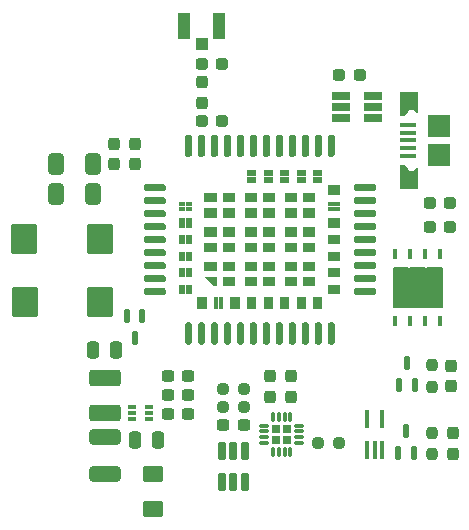
<source format=gtp>
%TF.GenerationSoftware,KiCad,Pcbnew,9.0.7*%
%TF.CreationDate,2026-02-07T20:34:06-05:00*%
%TF.ProjectId,USB-Cellular-Modem,5553422d-4365-46c6-9c75-6c61722d4d6f,V1.2*%
%TF.SameCoordinates,Original*%
%TF.FileFunction,Paste,Top*%
%TF.FilePolarity,Positive*%
%FSLAX46Y46*%
G04 Gerber Fmt 4.6, Leading zero omitted, Abs format (unit mm)*
G04 Created by KiCad (PCBNEW 9.0.7) date 2026-02-07 20:34:06*
%MOMM*%
%LPD*%
G01*
G04 APERTURE LIST*
G04 Aperture macros list*
%AMRoundRect*
0 Rectangle with rounded corners*
0 $1 Rounding radius*
0 $2 $3 $4 $5 $6 $7 $8 $9 X,Y pos of 4 corners*
0 Add a 4 corners polygon primitive as box body*
4,1,4,$2,$3,$4,$5,$6,$7,$8,$9,$2,$3,0*
0 Add four circle primitives for the rounded corners*
1,1,$1+$1,$2,$3*
1,1,$1+$1,$4,$5*
1,1,$1+$1,$6,$7*
1,1,$1+$1,$8,$9*
0 Add four rect primitives between the rounded corners*
20,1,$1+$1,$2,$3,$4,$5,0*
20,1,$1+$1,$4,$5,$6,$7,0*
20,1,$1+$1,$6,$7,$8,$9,0*
20,1,$1+$1,$8,$9,$2,$3,0*%
%AMFreePoly0*
4,1,9,1.050000,0.350000,0.550000,0.000000,0.550000,-0.400000,0.800000,-0.650000,0.800000,-0.800000,-1.050000,-0.800000,-1.050000,0.800000,1.050000,0.800000,1.050000,0.350000,1.050000,0.350000,$1*%
%AMFreePoly1*
4,1,9,1.050000,-0.800000,-0.800000,-0.800000,-0.800000,-0.650000,-0.550000,-0.400000,-0.550000,0.000000,-1.050000,0.350000,-1.050000,0.800000,1.050000,0.800000,1.050000,-0.800000,1.050000,-0.800000,$1*%
G04 Aperture macros list end*
%ADD10C,0.010000*%
%ADD11C,0.152400*%
%ADD12RoundRect,0.237500X-0.287500X-0.237500X0.287500X-0.237500X0.287500X0.237500X-0.287500X0.237500X0*%
%ADD13RoundRect,0.250000X0.412500X0.650000X-0.412500X0.650000X-0.412500X-0.650000X0.412500X-0.650000X0*%
%ADD14RoundRect,0.237500X0.237500X-0.287500X0.237500X0.287500X-0.237500X0.287500X-0.237500X-0.287500X0*%
%ADD15RoundRect,0.237500X0.287500X0.237500X-0.287500X0.237500X-0.287500X-0.237500X0.287500X-0.237500X0*%
%ADD16R,0.400000X1.500000*%
%ADD17R,1.000000X1.050000*%
%ADD18R,1.050000X2.200000*%
%ADD19R,1.560000X0.650000*%
%ADD20R,0.407200X0.909599*%
%ADD21R,4.292600X3.505200*%
%ADD22R,1.350000X0.400000*%
%ADD23FreePoly0,90.000000*%
%ADD24R,1.900000X1.900000*%
%ADD25FreePoly1,90.000000*%
%ADD26RoundRect,0.250001X0.872499X1.044999X-0.872499X1.044999X-0.872499X-1.044999X0.872499X-1.044999X0*%
%ADD27RoundRect,0.237500X0.237500X-0.300000X0.237500X0.300000X-0.237500X0.300000X-0.237500X-0.300000X0*%
%ADD28RoundRect,0.125000X0.125000X-0.487500X0.125000X0.487500X-0.125000X0.487500X-0.125000X-0.487500X0*%
%ADD29RoundRect,0.237500X0.300000X0.237500X-0.300000X0.237500X-0.300000X-0.237500X0.300000X-0.237500X0*%
%ADD30RoundRect,0.237500X-0.237500X0.287500X-0.237500X-0.287500X0.237500X-0.287500X0.237500X0.287500X0*%
%ADD31RoundRect,0.125000X-0.125000X0.487500X-0.125000X-0.487500X0.125000X-0.487500X0.125000X0.487500X0*%
%ADD32RoundRect,0.250000X-0.250000X-0.475000X0.250000X-0.475000X0.250000X0.475000X-0.250000X0.475000X0*%
%ADD33RoundRect,0.237500X-0.237500X0.250000X-0.237500X-0.250000X0.237500X-0.250000X0.237500X0.250000X0*%
%ADD34RoundRect,0.237500X0.250000X0.237500X-0.250000X0.237500X-0.250000X-0.237500X0.250000X-0.237500X0*%
%ADD35RoundRect,0.237500X-0.250000X-0.237500X0.250000X-0.237500X0.250000X0.237500X-0.250000X0.237500X0*%
%ADD36RoundRect,0.237500X-0.300000X-0.237500X0.300000X-0.237500X0.300000X0.237500X-0.300000X0.237500X0*%
%ADD37RoundRect,0.250001X1.074999X-0.462499X1.074999X0.462499X-1.074999X0.462499X-1.074999X-0.462499X0*%
%ADD38RoundRect,0.250001X0.624999X-0.462499X0.624999X0.462499X-0.624999X0.462499X-0.624999X-0.462499X0*%
%ADD39RoundRect,0.250000X-1.075000X0.400000X-1.075000X-0.400000X1.075000X-0.400000X1.075000X0.400000X0*%
%ADD40RoundRect,0.182500X-0.182500X0.182500X-0.182500X-0.182500X0.182500X-0.182500X0.182500X0.182500X0*%
%ADD41RoundRect,0.075000X-0.075000X0.312500X-0.075000X-0.312500X0.075000X-0.312500X0.075000X0.312500X0*%
%ADD42RoundRect,0.075000X-0.312500X0.075000X-0.312500X-0.075000X0.312500X-0.075000X0.312500X0.075000X0*%
%ADD43RoundRect,0.237500X0.237500X-0.250000X0.237500X0.250000X-0.237500X0.250000X-0.237500X-0.250000X0*%
%ADD44RoundRect,0.087500X-0.250000X-0.087500X0.250000X-0.087500X0.250000X0.087500X-0.250000X0.087500X0*%
%ADD45RoundRect,0.162500X0.162500X-0.617500X0.162500X0.617500X-0.162500X0.617500X-0.162500X-0.617500X0*%
G04 APERTURE END LIST*
D10*
X28350000Y-30150000D02*
X27920000Y-30150000D01*
X27920000Y-29850000D01*
X28350000Y-29850000D01*
X28350000Y-30150000D01*
G36*
X28350000Y-30150000D02*
G01*
X27920000Y-30150000D01*
X27920000Y-29850000D01*
X28350000Y-29850000D01*
X28350000Y-30150000D01*
G37*
X28350000Y-30550000D02*
X27920000Y-30550000D01*
X27920000Y-30250000D01*
X28350000Y-30250000D01*
X28350000Y-30550000D01*
G36*
X28350000Y-30550000D02*
G01*
X27920000Y-30550000D01*
X27920000Y-30250000D01*
X28350000Y-30250000D01*
X28350000Y-30550000D01*
G37*
X28350000Y-31550000D02*
X27920000Y-31550000D01*
X27920000Y-31250000D01*
X28350000Y-31250000D01*
X28350000Y-31550000D01*
G36*
X28350000Y-31550000D02*
G01*
X27920000Y-31550000D01*
X27920000Y-31250000D01*
X28350000Y-31250000D01*
X28350000Y-31550000D01*
G37*
X28350000Y-31950000D02*
X27920000Y-31950000D01*
X27920000Y-31650000D01*
X28350000Y-31650000D01*
X28350000Y-31950000D01*
G36*
X28350000Y-31950000D02*
G01*
X27920000Y-31950000D01*
X27920000Y-31650000D01*
X28350000Y-31650000D01*
X28350000Y-31950000D01*
G37*
X28350000Y-32950000D02*
X27920000Y-32950000D01*
X27920000Y-32650000D01*
X28350000Y-32650000D01*
X28350000Y-32950000D01*
G36*
X28350000Y-32950000D02*
G01*
X27920000Y-32950000D01*
X27920000Y-32650000D01*
X28350000Y-32650000D01*
X28350000Y-32950000D01*
G37*
X28350000Y-33350000D02*
X27920000Y-33350000D01*
X27920000Y-33050000D01*
X28350000Y-33050000D01*
X28350000Y-33350000D01*
G36*
X28350000Y-33350000D02*
G01*
X27920000Y-33350000D01*
X27920000Y-33050000D01*
X28350000Y-33050000D01*
X28350000Y-33350000D01*
G37*
X28350000Y-34350000D02*
X27920000Y-34350000D01*
X27920000Y-34050000D01*
X28350000Y-34050000D01*
X28350000Y-34350000D01*
G36*
X28350000Y-34350000D02*
G01*
X27920000Y-34350000D01*
X27920000Y-34050000D01*
X28350000Y-34050000D01*
X28350000Y-34350000D01*
G37*
X28350000Y-34750000D02*
X27920000Y-34750000D01*
X27920000Y-34450000D01*
X28350000Y-34450000D01*
X28350000Y-34750000D01*
G36*
X28350000Y-34750000D02*
G01*
X27920000Y-34750000D01*
X27920000Y-34450000D01*
X28350000Y-34450000D01*
X28350000Y-34750000D01*
G37*
X28350000Y-35750000D02*
X27920000Y-35750000D01*
X27920000Y-35450000D01*
X28350000Y-35450000D01*
X28350000Y-35750000D01*
G36*
X28350000Y-35750000D02*
G01*
X27920000Y-35750000D01*
X27920000Y-35450000D01*
X28350000Y-35450000D01*
X28350000Y-35750000D01*
G37*
X28350000Y-36150000D02*
X27920000Y-36150000D01*
X27920000Y-35850000D01*
X28350000Y-35850000D01*
X28350000Y-36150000D01*
G36*
X28350000Y-36150000D02*
G01*
X27920000Y-36150000D01*
X27920000Y-35850000D01*
X28350000Y-35850000D01*
X28350000Y-36150000D01*
G37*
X28350000Y-37150000D02*
X27920000Y-37150000D01*
X27920000Y-36850000D01*
X28350000Y-36850000D01*
X28350000Y-37150000D01*
G36*
X28350000Y-37150000D02*
G01*
X27920000Y-37150000D01*
X27920000Y-36850000D01*
X28350000Y-36850000D01*
X28350000Y-37150000D01*
G37*
X28350000Y-37550000D02*
X27920000Y-37550000D01*
X27920000Y-37250000D01*
X28350000Y-37250000D01*
X28350000Y-37550000D01*
G36*
X28350000Y-37550000D02*
G01*
X27920000Y-37550000D01*
X27920000Y-37250000D01*
X28350000Y-37250000D01*
X28350000Y-37550000D01*
G37*
X28880000Y-30150000D02*
X28450000Y-30150000D01*
X28450000Y-29850000D01*
X28880000Y-29850000D01*
X28880000Y-30150000D01*
G36*
X28880000Y-30150000D02*
G01*
X28450000Y-30150000D01*
X28450000Y-29850000D01*
X28880000Y-29850000D01*
X28880000Y-30150000D01*
G37*
X28880000Y-30550000D02*
X28450000Y-30550000D01*
X28450000Y-30250000D01*
X28880000Y-30250000D01*
X28880000Y-30550000D01*
G36*
X28880000Y-30550000D02*
G01*
X28450000Y-30550000D01*
X28450000Y-30250000D01*
X28880000Y-30250000D01*
X28880000Y-30550000D01*
G37*
X28880000Y-31550000D02*
X28450000Y-31550000D01*
X28450000Y-31250000D01*
X28880000Y-31250000D01*
X28880000Y-31550000D01*
G36*
X28880000Y-31550000D02*
G01*
X28450000Y-31550000D01*
X28450000Y-31250000D01*
X28880000Y-31250000D01*
X28880000Y-31550000D01*
G37*
X28880000Y-31950000D02*
X28450000Y-31950000D01*
X28450000Y-31650000D01*
X28880000Y-31650000D01*
X28880000Y-31950000D01*
G36*
X28880000Y-31950000D02*
G01*
X28450000Y-31950000D01*
X28450000Y-31650000D01*
X28880000Y-31650000D01*
X28880000Y-31950000D01*
G37*
X28880000Y-32950000D02*
X28450000Y-32950000D01*
X28450000Y-32650000D01*
X28880000Y-32650000D01*
X28880000Y-32950000D01*
G36*
X28880000Y-32950000D02*
G01*
X28450000Y-32950000D01*
X28450000Y-32650000D01*
X28880000Y-32650000D01*
X28880000Y-32950000D01*
G37*
X28880000Y-33350000D02*
X28450000Y-33350000D01*
X28450000Y-33050000D01*
X28880000Y-33050000D01*
X28880000Y-33350000D01*
G36*
X28880000Y-33350000D02*
G01*
X28450000Y-33350000D01*
X28450000Y-33050000D01*
X28880000Y-33050000D01*
X28880000Y-33350000D01*
G37*
X28880000Y-34350000D02*
X28450000Y-34350000D01*
X28450000Y-34050000D01*
X28880000Y-34050000D01*
X28880000Y-34350000D01*
G36*
X28880000Y-34350000D02*
G01*
X28450000Y-34350000D01*
X28450000Y-34050000D01*
X28880000Y-34050000D01*
X28880000Y-34350000D01*
G37*
X28880000Y-34750000D02*
X28450000Y-34750000D01*
X28450000Y-34450000D01*
X28880000Y-34450000D01*
X28880000Y-34750000D01*
G36*
X28880000Y-34750000D02*
G01*
X28450000Y-34750000D01*
X28450000Y-34450000D01*
X28880000Y-34450000D01*
X28880000Y-34750000D01*
G37*
X28880000Y-35750000D02*
X28450000Y-35750000D01*
X28450000Y-35450000D01*
X28880000Y-35450000D01*
X28880000Y-35750000D01*
G36*
X28880000Y-35750000D02*
G01*
X28450000Y-35750000D01*
X28450000Y-35450000D01*
X28880000Y-35450000D01*
X28880000Y-35750000D01*
G37*
X28880000Y-36150000D02*
X28450000Y-36150000D01*
X28450000Y-35850000D01*
X28880000Y-35850000D01*
X28880000Y-36150000D01*
G36*
X28880000Y-36150000D02*
G01*
X28450000Y-36150000D01*
X28450000Y-35850000D01*
X28880000Y-35850000D01*
X28880000Y-36150000D01*
G37*
X28880000Y-37150000D02*
X28450000Y-37150000D01*
X28450000Y-36850000D01*
X28880000Y-36850000D01*
X28880000Y-37150000D01*
G36*
X28880000Y-37150000D02*
G01*
X28450000Y-37150000D01*
X28450000Y-36850000D01*
X28880000Y-36850000D01*
X28880000Y-37150000D01*
G37*
X28880000Y-37550000D02*
X28450000Y-37550000D01*
X28450000Y-37250000D01*
X28880000Y-37250000D01*
X28880000Y-37550000D01*
G36*
X28880000Y-37550000D02*
G01*
X28450000Y-37550000D01*
X28450000Y-37250000D01*
X28880000Y-37250000D01*
X28880000Y-37550000D01*
G37*
X29750000Y-38300000D02*
X29450000Y-38300000D01*
X29450000Y-37870000D01*
X29750000Y-37870000D01*
X29750000Y-38300000D01*
G36*
X29750000Y-38300000D02*
G01*
X29450000Y-38300000D01*
X29450000Y-37870000D01*
X29750000Y-37870000D01*
X29750000Y-38300000D01*
G37*
X29750000Y-38830000D02*
X29450000Y-38830000D01*
X29450000Y-38400000D01*
X29750000Y-38400000D01*
X29750000Y-38830000D01*
G36*
X29750000Y-38830000D02*
G01*
X29450000Y-38830000D01*
X29450000Y-38400000D01*
X29750000Y-38400000D01*
X29750000Y-38830000D01*
G37*
X30150000Y-38300000D02*
X29850000Y-38300000D01*
X29850000Y-37870000D01*
X30150000Y-37870000D01*
X30150000Y-38300000D01*
G36*
X30150000Y-38300000D02*
G01*
X29850000Y-38300000D01*
X29850000Y-37870000D01*
X30150000Y-37870000D01*
X30150000Y-38300000D01*
G37*
X30150000Y-38830000D02*
X29850000Y-38830000D01*
X29850000Y-38400000D01*
X30150000Y-38400000D01*
X30150000Y-38830000D01*
G36*
X30150000Y-38830000D02*
G01*
X29850000Y-38830000D01*
X29850000Y-38400000D01*
X30150000Y-38400000D01*
X30150000Y-38830000D01*
G37*
X31000000Y-29800000D02*
X30050000Y-29800000D01*
X30050000Y-29100000D01*
X31000000Y-29100000D01*
X31000000Y-29800000D01*
G36*
X31000000Y-29800000D02*
G01*
X30050000Y-29800000D01*
X30050000Y-29100000D01*
X31000000Y-29100000D01*
X31000000Y-29800000D01*
G37*
X31000000Y-31100000D02*
X30050000Y-31100000D01*
X30050000Y-30400000D01*
X31000000Y-30400000D01*
X31000000Y-31100000D01*
G36*
X31000000Y-31100000D02*
G01*
X30050000Y-31100000D01*
X30050000Y-30400000D01*
X31000000Y-30400000D01*
X31000000Y-31100000D01*
G37*
X31000000Y-32700000D02*
X30050000Y-32700000D01*
X30050000Y-32000000D01*
X31000000Y-32000000D01*
X31000000Y-32700000D01*
G36*
X31000000Y-32700000D02*
G01*
X30050000Y-32700000D01*
X30050000Y-32000000D01*
X31000000Y-32000000D01*
X31000000Y-32700000D01*
G37*
X31000000Y-34000000D02*
X30050000Y-34000000D01*
X30050000Y-33300000D01*
X31000000Y-33300000D01*
X31000000Y-34000000D01*
G36*
X31000000Y-34000000D02*
G01*
X30050000Y-34000000D01*
X30050000Y-33300000D01*
X31000000Y-33300000D01*
X31000000Y-34000000D01*
G37*
X31000000Y-35600000D02*
X30050000Y-35600000D01*
X30050000Y-34900000D01*
X31000000Y-34900000D01*
X31000000Y-35600000D01*
G36*
X31000000Y-35600000D02*
G01*
X30050000Y-35600000D01*
X30050000Y-34900000D01*
X31000000Y-34900000D01*
X31000000Y-35600000D01*
G37*
X31150000Y-38300000D02*
X30850000Y-38300000D01*
X30850000Y-37870000D01*
X31150000Y-37870000D01*
X31150000Y-38300000D01*
G36*
X31150000Y-38300000D02*
G01*
X30850000Y-38300000D01*
X30850000Y-37870000D01*
X31150000Y-37870000D01*
X31150000Y-38300000D01*
G37*
X31150000Y-38830000D02*
X30850000Y-38830000D01*
X30850000Y-38400000D01*
X31150000Y-38400000D01*
X31150000Y-38830000D01*
G36*
X31150000Y-38830000D02*
G01*
X30850000Y-38830000D01*
X30850000Y-38400000D01*
X31150000Y-38400000D01*
X31150000Y-38830000D01*
G37*
X31000000Y-36900000D02*
X30770000Y-36900000D01*
X30070000Y-36200000D01*
X31000000Y-36200000D01*
X31000000Y-36900000D01*
G36*
X31000000Y-36900000D02*
G01*
X30770000Y-36900000D01*
X30070000Y-36200000D01*
X31000000Y-36200000D01*
X31000000Y-36900000D01*
G37*
X31550000Y-38300000D02*
X31250000Y-38300000D01*
X31250000Y-37870000D01*
X31550000Y-37870000D01*
X31550000Y-38300000D01*
G36*
X31550000Y-38300000D02*
G01*
X31250000Y-38300000D01*
X31250000Y-37870000D01*
X31550000Y-37870000D01*
X31550000Y-38300000D01*
G37*
X31550000Y-38830000D02*
X31250000Y-38830000D01*
X31250000Y-38400000D01*
X31550000Y-38400000D01*
X31550000Y-38830000D01*
G36*
X31550000Y-38830000D02*
G01*
X31250000Y-38830000D01*
X31250000Y-38400000D01*
X31550000Y-38400000D01*
X31550000Y-38830000D01*
G37*
X32550000Y-29800000D02*
X31600000Y-29800000D01*
X31600000Y-29100000D01*
X32550000Y-29100000D01*
X32550000Y-29800000D01*
G36*
X32550000Y-29800000D02*
G01*
X31600000Y-29800000D01*
X31600000Y-29100000D01*
X32550000Y-29100000D01*
X32550000Y-29800000D01*
G37*
X32550000Y-31100000D02*
X31600000Y-31100000D01*
X31600000Y-30400000D01*
X32550000Y-30400000D01*
X32550000Y-31100000D01*
G36*
X32550000Y-31100000D02*
G01*
X31600000Y-31100000D01*
X31600000Y-30400000D01*
X32550000Y-30400000D01*
X32550000Y-31100000D01*
G37*
X32550000Y-32700000D02*
X31600000Y-32700000D01*
X31600000Y-32000000D01*
X32550000Y-32000000D01*
X32550000Y-32700000D01*
G36*
X32550000Y-32700000D02*
G01*
X31600000Y-32700000D01*
X31600000Y-32000000D01*
X32550000Y-32000000D01*
X32550000Y-32700000D01*
G37*
X32550000Y-34000000D02*
X31600000Y-34000000D01*
X31600000Y-33300000D01*
X32550000Y-33300000D01*
X32550000Y-34000000D01*
G36*
X32550000Y-34000000D02*
G01*
X31600000Y-34000000D01*
X31600000Y-33300000D01*
X32550000Y-33300000D01*
X32550000Y-34000000D01*
G37*
X32550000Y-35600000D02*
X31600000Y-35600000D01*
X31600000Y-34900000D01*
X32550000Y-34900000D01*
X32550000Y-35600000D01*
G36*
X32550000Y-35600000D02*
G01*
X31600000Y-35600000D01*
X31600000Y-34900000D01*
X32550000Y-34900000D01*
X32550000Y-35600000D01*
G37*
X32550000Y-36900000D02*
X31600000Y-36900000D01*
X31600000Y-36200000D01*
X32550000Y-36200000D01*
X32550000Y-36900000D01*
G36*
X32550000Y-36900000D02*
G01*
X31600000Y-36900000D01*
X31600000Y-36200000D01*
X32550000Y-36200000D01*
X32550000Y-36900000D01*
G37*
X32550000Y-38300000D02*
X32250000Y-38300000D01*
X32250000Y-37870000D01*
X32550000Y-37870000D01*
X32550000Y-38300000D01*
G36*
X32550000Y-38300000D02*
G01*
X32250000Y-38300000D01*
X32250000Y-37870000D01*
X32550000Y-37870000D01*
X32550000Y-38300000D01*
G37*
X32550000Y-38830000D02*
X32250000Y-38830000D01*
X32250000Y-38400000D01*
X32550000Y-38400000D01*
X32550000Y-38830000D01*
G36*
X32550000Y-38830000D02*
G01*
X32250000Y-38830000D01*
X32250000Y-38400000D01*
X32550000Y-38400000D01*
X32550000Y-38830000D01*
G37*
X32950000Y-38300000D02*
X32650000Y-38300000D01*
X32650000Y-37870000D01*
X32950000Y-37870000D01*
X32950000Y-38300000D01*
G36*
X32950000Y-38300000D02*
G01*
X32650000Y-38300000D01*
X32650000Y-37870000D01*
X32950000Y-37870000D01*
X32950000Y-38300000D01*
G37*
X32950000Y-38830000D02*
X32650000Y-38830000D01*
X32650000Y-38400000D01*
X32950000Y-38400000D01*
X32950000Y-38830000D01*
G36*
X32950000Y-38830000D02*
G01*
X32650000Y-38830000D01*
X32650000Y-38400000D01*
X32950000Y-38400000D01*
X32950000Y-38830000D01*
G37*
X34400000Y-29800000D02*
X33450000Y-29800000D01*
X33450000Y-29100000D01*
X34400000Y-29100000D01*
X34400000Y-29800000D01*
G36*
X34400000Y-29800000D02*
G01*
X33450000Y-29800000D01*
X33450000Y-29100000D01*
X34400000Y-29100000D01*
X34400000Y-29800000D01*
G37*
X34400000Y-31100000D02*
X33450000Y-31100000D01*
X33450000Y-30400000D01*
X34400000Y-30400000D01*
X34400000Y-31100000D01*
G36*
X34400000Y-31100000D02*
G01*
X33450000Y-31100000D01*
X33450000Y-30400000D01*
X34400000Y-30400000D01*
X34400000Y-31100000D01*
G37*
X34400000Y-32700000D02*
X33450000Y-32700000D01*
X33450000Y-32000000D01*
X34400000Y-32000000D01*
X34400000Y-32700000D01*
G36*
X34400000Y-32700000D02*
G01*
X33450000Y-32700000D01*
X33450000Y-32000000D01*
X34400000Y-32000000D01*
X34400000Y-32700000D01*
G37*
X34400000Y-34000000D02*
X33450000Y-34000000D01*
X33450000Y-33300000D01*
X34400000Y-33300000D01*
X34400000Y-34000000D01*
G36*
X34400000Y-34000000D02*
G01*
X33450000Y-34000000D01*
X33450000Y-33300000D01*
X34400000Y-33300000D01*
X34400000Y-34000000D01*
G37*
X34400000Y-35600000D02*
X33450000Y-35600000D01*
X33450000Y-34900000D01*
X34400000Y-34900000D01*
X34400000Y-35600000D01*
G36*
X34400000Y-35600000D02*
G01*
X33450000Y-35600000D01*
X33450000Y-34900000D01*
X34400000Y-34900000D01*
X34400000Y-35600000D01*
G37*
X34400000Y-36900000D02*
X33450000Y-36900000D01*
X33450000Y-36200000D01*
X34400000Y-36200000D01*
X34400000Y-36900000D01*
G36*
X34400000Y-36900000D02*
G01*
X33450000Y-36900000D01*
X33450000Y-36200000D01*
X34400000Y-36200000D01*
X34400000Y-36900000D01*
G37*
X33950000Y-27600000D02*
X33650000Y-27600000D01*
X33650000Y-27170000D01*
X33950000Y-27170000D01*
X33950000Y-27600000D01*
G36*
X33950000Y-27600000D02*
G01*
X33650000Y-27600000D01*
X33650000Y-27170000D01*
X33950000Y-27170000D01*
X33950000Y-27600000D01*
G37*
X33950000Y-28130000D02*
X33650000Y-28130000D01*
X33650000Y-27700000D01*
X33950000Y-27700000D01*
X33950000Y-28130000D01*
G36*
X33950000Y-28130000D02*
G01*
X33650000Y-28130000D01*
X33650000Y-27700000D01*
X33950000Y-27700000D01*
X33950000Y-28130000D01*
G37*
X33950000Y-38300000D02*
X33650000Y-38300000D01*
X33650000Y-37870000D01*
X33950000Y-37870000D01*
X33950000Y-38300000D01*
G36*
X33950000Y-38300000D02*
G01*
X33650000Y-38300000D01*
X33650000Y-37870000D01*
X33950000Y-37870000D01*
X33950000Y-38300000D01*
G37*
X33950000Y-38830000D02*
X33650000Y-38830000D01*
X33650000Y-38400000D01*
X33950000Y-38400000D01*
X33950000Y-38830000D01*
G36*
X33950000Y-38830000D02*
G01*
X33650000Y-38830000D01*
X33650000Y-38400000D01*
X33950000Y-38400000D01*
X33950000Y-38830000D01*
G37*
X34350000Y-27600000D02*
X34050000Y-27600000D01*
X34050000Y-27170000D01*
X34350000Y-27170000D01*
X34350000Y-27600000D01*
G36*
X34350000Y-27600000D02*
G01*
X34050000Y-27600000D01*
X34050000Y-27170000D01*
X34350000Y-27170000D01*
X34350000Y-27600000D01*
G37*
X34350000Y-28130000D02*
X34050000Y-28130000D01*
X34050000Y-27700000D01*
X34350000Y-27700000D01*
X34350000Y-28130000D01*
G36*
X34350000Y-28130000D02*
G01*
X34050000Y-28130000D01*
X34050000Y-27700000D01*
X34350000Y-27700000D01*
X34350000Y-28130000D01*
G37*
X34350000Y-38300000D02*
X34050000Y-38300000D01*
X34050000Y-37870000D01*
X34350000Y-37870000D01*
X34350000Y-38300000D01*
G36*
X34350000Y-38300000D02*
G01*
X34050000Y-38300000D01*
X34050000Y-37870000D01*
X34350000Y-37870000D01*
X34350000Y-38300000D01*
G37*
X34350000Y-38830000D02*
X34050000Y-38830000D01*
X34050000Y-38400000D01*
X34350000Y-38400000D01*
X34350000Y-38830000D01*
G36*
X34350000Y-38830000D02*
G01*
X34050000Y-38830000D01*
X34050000Y-38400000D01*
X34350000Y-38400000D01*
X34350000Y-38830000D01*
G37*
X35950000Y-29800000D02*
X35000000Y-29800000D01*
X35000000Y-29100000D01*
X35950000Y-29100000D01*
X35950000Y-29800000D01*
G36*
X35950000Y-29800000D02*
G01*
X35000000Y-29800000D01*
X35000000Y-29100000D01*
X35950000Y-29100000D01*
X35950000Y-29800000D01*
G37*
X35950000Y-31100000D02*
X35000000Y-31100000D01*
X35000000Y-30400000D01*
X35950000Y-30400000D01*
X35950000Y-31100000D01*
G36*
X35950000Y-31100000D02*
G01*
X35000000Y-31100000D01*
X35000000Y-30400000D01*
X35950000Y-30400000D01*
X35950000Y-31100000D01*
G37*
X35950000Y-32700000D02*
X35000000Y-32700000D01*
X35000000Y-32000000D01*
X35950000Y-32000000D01*
X35950000Y-32700000D01*
G36*
X35950000Y-32700000D02*
G01*
X35000000Y-32700000D01*
X35000000Y-32000000D01*
X35950000Y-32000000D01*
X35950000Y-32700000D01*
G37*
X35950000Y-34000000D02*
X35000000Y-34000000D01*
X35000000Y-33300000D01*
X35950000Y-33300000D01*
X35950000Y-34000000D01*
G36*
X35950000Y-34000000D02*
G01*
X35000000Y-34000000D01*
X35000000Y-33300000D01*
X35950000Y-33300000D01*
X35950000Y-34000000D01*
G37*
X35950000Y-35600000D02*
X35000000Y-35600000D01*
X35000000Y-34900000D01*
X35950000Y-34900000D01*
X35950000Y-35600000D01*
G36*
X35950000Y-35600000D02*
G01*
X35000000Y-35600000D01*
X35000000Y-34900000D01*
X35950000Y-34900000D01*
X35950000Y-35600000D01*
G37*
X35950000Y-36900000D02*
X35000000Y-36900000D01*
X35000000Y-36200000D01*
X35950000Y-36200000D01*
X35950000Y-36900000D01*
G36*
X35950000Y-36900000D02*
G01*
X35000000Y-36900000D01*
X35000000Y-36200000D01*
X35950000Y-36200000D01*
X35950000Y-36900000D01*
G37*
X35350000Y-27600000D02*
X35050000Y-27600000D01*
X35050000Y-27170000D01*
X35350000Y-27170000D01*
X35350000Y-27600000D01*
G36*
X35350000Y-27600000D02*
G01*
X35050000Y-27600000D01*
X35050000Y-27170000D01*
X35350000Y-27170000D01*
X35350000Y-27600000D01*
G37*
X35350000Y-28130000D02*
X35050000Y-28130000D01*
X35050000Y-27700000D01*
X35350000Y-27700000D01*
X35350000Y-28130000D01*
G36*
X35350000Y-28130000D02*
G01*
X35050000Y-28130000D01*
X35050000Y-27700000D01*
X35350000Y-27700000D01*
X35350000Y-28130000D01*
G37*
X35350000Y-38300000D02*
X35050000Y-38300000D01*
X35050000Y-37870000D01*
X35350000Y-37870000D01*
X35350000Y-38300000D01*
G36*
X35350000Y-38300000D02*
G01*
X35050000Y-38300000D01*
X35050000Y-37870000D01*
X35350000Y-37870000D01*
X35350000Y-38300000D01*
G37*
X35350000Y-38830000D02*
X35050000Y-38830000D01*
X35050000Y-38400000D01*
X35350000Y-38400000D01*
X35350000Y-38830000D01*
G36*
X35350000Y-38830000D02*
G01*
X35050000Y-38830000D01*
X35050000Y-38400000D01*
X35350000Y-38400000D01*
X35350000Y-38830000D01*
G37*
X35750000Y-27600000D02*
X35450000Y-27600000D01*
X35450000Y-27170000D01*
X35750000Y-27170000D01*
X35750000Y-27600000D01*
G36*
X35750000Y-27600000D02*
G01*
X35450000Y-27600000D01*
X35450000Y-27170000D01*
X35750000Y-27170000D01*
X35750000Y-27600000D01*
G37*
X35750000Y-28130000D02*
X35450000Y-28130000D01*
X35450000Y-27700000D01*
X35750000Y-27700000D01*
X35750000Y-28130000D01*
G36*
X35750000Y-28130000D02*
G01*
X35450000Y-28130000D01*
X35450000Y-27700000D01*
X35750000Y-27700000D01*
X35750000Y-28130000D01*
G37*
X35750000Y-38300000D02*
X35450000Y-38300000D01*
X35450000Y-37870000D01*
X35750000Y-37870000D01*
X35750000Y-38300000D01*
G36*
X35750000Y-38300000D02*
G01*
X35450000Y-38300000D01*
X35450000Y-37870000D01*
X35750000Y-37870000D01*
X35750000Y-38300000D01*
G37*
X35750000Y-38830000D02*
X35450000Y-38830000D01*
X35450000Y-38400000D01*
X35750000Y-38400000D01*
X35750000Y-38830000D01*
G36*
X35750000Y-38830000D02*
G01*
X35450000Y-38830000D01*
X35450000Y-38400000D01*
X35750000Y-38400000D01*
X35750000Y-38830000D01*
G37*
X36750000Y-27600000D02*
X36450000Y-27600000D01*
X36450000Y-27170000D01*
X36750000Y-27170000D01*
X36750000Y-27600000D01*
G36*
X36750000Y-27600000D02*
G01*
X36450000Y-27600000D01*
X36450000Y-27170000D01*
X36750000Y-27170000D01*
X36750000Y-27600000D01*
G37*
X36750000Y-28130000D02*
X36450000Y-28130000D01*
X36450000Y-27700000D01*
X36750000Y-27700000D01*
X36750000Y-28130000D01*
G36*
X36750000Y-28130000D02*
G01*
X36450000Y-28130000D01*
X36450000Y-27700000D01*
X36750000Y-27700000D01*
X36750000Y-28130000D01*
G37*
X36750000Y-38300000D02*
X36450000Y-38300000D01*
X36450000Y-37870000D01*
X36750000Y-37870000D01*
X36750000Y-38300000D01*
G36*
X36750000Y-38300000D02*
G01*
X36450000Y-38300000D01*
X36450000Y-37870000D01*
X36750000Y-37870000D01*
X36750000Y-38300000D01*
G37*
X36750000Y-38830000D02*
X36450000Y-38830000D01*
X36450000Y-38400000D01*
X36750000Y-38400000D01*
X36750000Y-38830000D01*
G36*
X36750000Y-38830000D02*
G01*
X36450000Y-38830000D01*
X36450000Y-38400000D01*
X36750000Y-38400000D01*
X36750000Y-38830000D01*
G37*
X37150000Y-27600000D02*
X36850000Y-27600000D01*
X36850000Y-27170000D01*
X37150000Y-27170000D01*
X37150000Y-27600000D01*
G36*
X37150000Y-27600000D02*
G01*
X36850000Y-27600000D01*
X36850000Y-27170000D01*
X37150000Y-27170000D01*
X37150000Y-27600000D01*
G37*
X37150000Y-28130000D02*
X36850000Y-28130000D01*
X36850000Y-27700000D01*
X37150000Y-27700000D01*
X37150000Y-28130000D01*
G36*
X37150000Y-28130000D02*
G01*
X36850000Y-28130000D01*
X36850000Y-27700000D01*
X37150000Y-27700000D01*
X37150000Y-28130000D01*
G37*
X37800000Y-29800000D02*
X36850000Y-29800000D01*
X36850000Y-29100000D01*
X37800000Y-29100000D01*
X37800000Y-29800000D01*
G36*
X37800000Y-29800000D02*
G01*
X36850000Y-29800000D01*
X36850000Y-29100000D01*
X37800000Y-29100000D01*
X37800000Y-29800000D01*
G37*
X37800000Y-31100000D02*
X36850000Y-31100000D01*
X36850000Y-30400000D01*
X37800000Y-30400000D01*
X37800000Y-31100000D01*
G36*
X37800000Y-31100000D02*
G01*
X36850000Y-31100000D01*
X36850000Y-30400000D01*
X37800000Y-30400000D01*
X37800000Y-31100000D01*
G37*
X37800000Y-32700000D02*
X36850000Y-32700000D01*
X36850000Y-32000000D01*
X37800000Y-32000000D01*
X37800000Y-32700000D01*
G36*
X37800000Y-32700000D02*
G01*
X36850000Y-32700000D01*
X36850000Y-32000000D01*
X37800000Y-32000000D01*
X37800000Y-32700000D01*
G37*
X37800000Y-34000000D02*
X36850000Y-34000000D01*
X36850000Y-33300000D01*
X37800000Y-33300000D01*
X37800000Y-34000000D01*
G36*
X37800000Y-34000000D02*
G01*
X36850000Y-34000000D01*
X36850000Y-33300000D01*
X37800000Y-33300000D01*
X37800000Y-34000000D01*
G37*
X37800000Y-35600000D02*
X36850000Y-35600000D01*
X36850000Y-34900000D01*
X37800000Y-34900000D01*
X37800000Y-35600000D01*
G36*
X37800000Y-35600000D02*
G01*
X36850000Y-35600000D01*
X36850000Y-34900000D01*
X37800000Y-34900000D01*
X37800000Y-35600000D01*
G37*
X37800000Y-36900000D02*
X36850000Y-36900000D01*
X36850000Y-36200000D01*
X37800000Y-36200000D01*
X37800000Y-36900000D01*
G36*
X37800000Y-36900000D02*
G01*
X36850000Y-36900000D01*
X36850000Y-36200000D01*
X37800000Y-36200000D01*
X37800000Y-36900000D01*
G37*
X37150000Y-38300000D02*
X36850000Y-38300000D01*
X36850000Y-37870000D01*
X37150000Y-37870000D01*
X37150000Y-38300000D01*
G36*
X37150000Y-38300000D02*
G01*
X36850000Y-38300000D01*
X36850000Y-37870000D01*
X37150000Y-37870000D01*
X37150000Y-38300000D01*
G37*
X37150000Y-38830000D02*
X36850000Y-38830000D01*
X36850000Y-38400000D01*
X37150000Y-38400000D01*
X37150000Y-38830000D01*
G36*
X37150000Y-38830000D02*
G01*
X36850000Y-38830000D01*
X36850000Y-38400000D01*
X37150000Y-38400000D01*
X37150000Y-38830000D01*
G37*
X38150000Y-27600000D02*
X37850000Y-27600000D01*
X37850000Y-27170000D01*
X38150000Y-27170000D01*
X38150000Y-27600000D01*
G36*
X38150000Y-27600000D02*
G01*
X37850000Y-27600000D01*
X37850000Y-27170000D01*
X38150000Y-27170000D01*
X38150000Y-27600000D01*
G37*
X38150000Y-28130000D02*
X37850000Y-28130000D01*
X37850000Y-27700000D01*
X38150000Y-27700000D01*
X38150000Y-28130000D01*
G36*
X38150000Y-28130000D02*
G01*
X37850000Y-28130000D01*
X37850000Y-27700000D01*
X38150000Y-27700000D01*
X38150000Y-28130000D01*
G37*
X38150000Y-38300000D02*
X37850000Y-38300000D01*
X37850000Y-37870000D01*
X38150000Y-37870000D01*
X38150000Y-38300000D01*
G36*
X38150000Y-38300000D02*
G01*
X37850000Y-38300000D01*
X37850000Y-37870000D01*
X38150000Y-37870000D01*
X38150000Y-38300000D01*
G37*
X38150000Y-38830000D02*
X37850000Y-38830000D01*
X37850000Y-38400000D01*
X38150000Y-38400000D01*
X38150000Y-38830000D01*
G36*
X38150000Y-38830000D02*
G01*
X37850000Y-38830000D01*
X37850000Y-38400000D01*
X38150000Y-38400000D01*
X38150000Y-38830000D01*
G37*
X38550000Y-27600000D02*
X38250000Y-27600000D01*
X38250000Y-27170000D01*
X38550000Y-27170000D01*
X38550000Y-27600000D01*
G36*
X38550000Y-27600000D02*
G01*
X38250000Y-27600000D01*
X38250000Y-27170000D01*
X38550000Y-27170000D01*
X38550000Y-27600000D01*
G37*
X38550000Y-28130000D02*
X38250000Y-28130000D01*
X38250000Y-27700000D01*
X38550000Y-27700000D01*
X38550000Y-28130000D01*
G36*
X38550000Y-28130000D02*
G01*
X38250000Y-28130000D01*
X38250000Y-27700000D01*
X38550000Y-27700000D01*
X38550000Y-28130000D01*
G37*
X38550000Y-38300000D02*
X38250000Y-38300000D01*
X38250000Y-37870000D01*
X38550000Y-37870000D01*
X38550000Y-38300000D01*
G36*
X38550000Y-38300000D02*
G01*
X38250000Y-38300000D01*
X38250000Y-37870000D01*
X38550000Y-37870000D01*
X38550000Y-38300000D01*
G37*
X38550000Y-38830000D02*
X38250000Y-38830000D01*
X38250000Y-38400000D01*
X38550000Y-38400000D01*
X38550000Y-38830000D01*
G36*
X38550000Y-38830000D02*
G01*
X38250000Y-38830000D01*
X38250000Y-38400000D01*
X38550000Y-38400000D01*
X38550000Y-38830000D01*
G37*
X39350000Y-29800000D02*
X38400000Y-29800000D01*
X38400000Y-29100000D01*
X39350000Y-29100000D01*
X39350000Y-29800000D01*
G36*
X39350000Y-29800000D02*
G01*
X38400000Y-29800000D01*
X38400000Y-29100000D01*
X39350000Y-29100000D01*
X39350000Y-29800000D01*
G37*
X39350000Y-31100000D02*
X38400000Y-31100000D01*
X38400000Y-30400000D01*
X39350000Y-30400000D01*
X39350000Y-31100000D01*
G36*
X39350000Y-31100000D02*
G01*
X38400000Y-31100000D01*
X38400000Y-30400000D01*
X39350000Y-30400000D01*
X39350000Y-31100000D01*
G37*
X39350000Y-32700000D02*
X38400000Y-32700000D01*
X38400000Y-32000000D01*
X39350000Y-32000000D01*
X39350000Y-32700000D01*
G36*
X39350000Y-32700000D02*
G01*
X38400000Y-32700000D01*
X38400000Y-32000000D01*
X39350000Y-32000000D01*
X39350000Y-32700000D01*
G37*
X39350000Y-34000000D02*
X38400000Y-34000000D01*
X38400000Y-33300000D01*
X39350000Y-33300000D01*
X39350000Y-34000000D01*
G36*
X39350000Y-34000000D02*
G01*
X38400000Y-34000000D01*
X38400000Y-33300000D01*
X39350000Y-33300000D01*
X39350000Y-34000000D01*
G37*
X39350000Y-35600000D02*
X38400000Y-35600000D01*
X38400000Y-34900000D01*
X39350000Y-34900000D01*
X39350000Y-35600000D01*
G36*
X39350000Y-35600000D02*
G01*
X38400000Y-35600000D01*
X38400000Y-34900000D01*
X39350000Y-34900000D01*
X39350000Y-35600000D01*
G37*
X39350000Y-36900000D02*
X38400000Y-36900000D01*
X38400000Y-36200000D01*
X39350000Y-36200000D01*
X39350000Y-36900000D01*
G36*
X39350000Y-36900000D02*
G01*
X38400000Y-36900000D01*
X38400000Y-36200000D01*
X39350000Y-36200000D01*
X39350000Y-36900000D01*
G37*
X39550000Y-27600000D02*
X39250000Y-27600000D01*
X39250000Y-27170000D01*
X39550000Y-27170000D01*
X39550000Y-27600000D01*
G36*
X39550000Y-27600000D02*
G01*
X39250000Y-27600000D01*
X39250000Y-27170000D01*
X39550000Y-27170000D01*
X39550000Y-27600000D01*
G37*
X39550000Y-28130000D02*
X39250000Y-28130000D01*
X39250000Y-27700000D01*
X39550000Y-27700000D01*
X39550000Y-28130000D01*
G36*
X39550000Y-28130000D02*
G01*
X39250000Y-28130000D01*
X39250000Y-27700000D01*
X39550000Y-27700000D01*
X39550000Y-28130000D01*
G37*
X39550000Y-38300000D02*
X39250000Y-38300000D01*
X39250000Y-37870000D01*
X39550000Y-37870000D01*
X39550000Y-38300000D01*
G36*
X39550000Y-38300000D02*
G01*
X39250000Y-38300000D01*
X39250000Y-37870000D01*
X39550000Y-37870000D01*
X39550000Y-38300000D01*
G37*
X39550000Y-38830000D02*
X39250000Y-38830000D01*
X39250000Y-38400000D01*
X39550000Y-38400000D01*
X39550000Y-38830000D01*
G36*
X39550000Y-38830000D02*
G01*
X39250000Y-38830000D01*
X39250000Y-38400000D01*
X39550000Y-38400000D01*
X39550000Y-38830000D01*
G37*
X39950000Y-27600000D02*
X39650000Y-27600000D01*
X39650000Y-27170000D01*
X39950000Y-27170000D01*
X39950000Y-27600000D01*
G36*
X39950000Y-27600000D02*
G01*
X39650000Y-27600000D01*
X39650000Y-27170000D01*
X39950000Y-27170000D01*
X39950000Y-27600000D01*
G37*
X39950000Y-28130000D02*
X39650000Y-28130000D01*
X39650000Y-27700000D01*
X39950000Y-27700000D01*
X39950000Y-28130000D01*
G36*
X39950000Y-28130000D02*
G01*
X39650000Y-28130000D01*
X39650000Y-27700000D01*
X39950000Y-27700000D01*
X39950000Y-28130000D01*
G37*
X39950000Y-38300000D02*
X39650000Y-38300000D01*
X39650000Y-37870000D01*
X39950000Y-37870000D01*
X39950000Y-38300000D01*
G36*
X39950000Y-38300000D02*
G01*
X39650000Y-38300000D01*
X39650000Y-37870000D01*
X39950000Y-37870000D01*
X39950000Y-38300000D01*
G37*
X39950000Y-38830000D02*
X39650000Y-38830000D01*
X39650000Y-38400000D01*
X39950000Y-38400000D01*
X39950000Y-38830000D01*
G36*
X39950000Y-38830000D02*
G01*
X39650000Y-38830000D01*
X39650000Y-38400000D01*
X39950000Y-38400000D01*
X39950000Y-38830000D01*
G37*
X40950000Y-28750000D02*
X40520000Y-28750000D01*
X40520000Y-28450000D01*
X40950000Y-28450000D01*
X40950000Y-28750000D01*
G36*
X40950000Y-28750000D02*
G01*
X40520000Y-28750000D01*
X40520000Y-28450000D01*
X40950000Y-28450000D01*
X40950000Y-28750000D01*
G37*
X40950000Y-29150000D02*
X40520000Y-29150000D01*
X40520000Y-28850000D01*
X40950000Y-28850000D01*
X40950000Y-29150000D01*
G36*
X40950000Y-29150000D02*
G01*
X40520000Y-29150000D01*
X40520000Y-28850000D01*
X40950000Y-28850000D01*
X40950000Y-29150000D01*
G37*
X40950000Y-30150000D02*
X40520000Y-30150000D01*
X40520000Y-29850000D01*
X40950000Y-29850000D01*
X40950000Y-30150000D01*
G36*
X40950000Y-30150000D02*
G01*
X40520000Y-30150000D01*
X40520000Y-29850000D01*
X40950000Y-29850000D01*
X40950000Y-30150000D01*
G37*
X40950000Y-30550000D02*
X40520000Y-30550000D01*
X40520000Y-30250000D01*
X40950000Y-30250000D01*
X40950000Y-30550000D01*
G36*
X40950000Y-30550000D02*
G01*
X40520000Y-30550000D01*
X40520000Y-30250000D01*
X40950000Y-30250000D01*
X40950000Y-30550000D01*
G37*
X40950000Y-31550000D02*
X40520000Y-31550000D01*
X40520000Y-31250000D01*
X40950000Y-31250000D01*
X40950000Y-31550000D01*
G36*
X40950000Y-31550000D02*
G01*
X40520000Y-31550000D01*
X40520000Y-31250000D01*
X40950000Y-31250000D01*
X40950000Y-31550000D01*
G37*
X40950000Y-31950000D02*
X40520000Y-31950000D01*
X40520000Y-31650000D01*
X40950000Y-31650000D01*
X40950000Y-31950000D01*
G36*
X40950000Y-31950000D02*
G01*
X40520000Y-31950000D01*
X40520000Y-31650000D01*
X40950000Y-31650000D01*
X40950000Y-31950000D01*
G37*
X40950000Y-32950000D02*
X40520000Y-32950000D01*
X40520000Y-32650000D01*
X40950000Y-32650000D01*
X40950000Y-32950000D01*
G36*
X40950000Y-32950000D02*
G01*
X40520000Y-32950000D01*
X40520000Y-32650000D01*
X40950000Y-32650000D01*
X40950000Y-32950000D01*
G37*
X40950000Y-33350000D02*
X40520000Y-33350000D01*
X40520000Y-33050000D01*
X40950000Y-33050000D01*
X40950000Y-33350000D01*
G36*
X40950000Y-33350000D02*
G01*
X40520000Y-33350000D01*
X40520000Y-33050000D01*
X40950000Y-33050000D01*
X40950000Y-33350000D01*
G37*
X40950000Y-34350000D02*
X40520000Y-34350000D01*
X40520000Y-34050000D01*
X40950000Y-34050000D01*
X40950000Y-34350000D01*
G36*
X40950000Y-34350000D02*
G01*
X40520000Y-34350000D01*
X40520000Y-34050000D01*
X40950000Y-34050000D01*
X40950000Y-34350000D01*
G37*
X40950000Y-34750000D02*
X40520000Y-34750000D01*
X40520000Y-34450000D01*
X40950000Y-34450000D01*
X40950000Y-34750000D01*
G36*
X40950000Y-34750000D02*
G01*
X40520000Y-34750000D01*
X40520000Y-34450000D01*
X40950000Y-34450000D01*
X40950000Y-34750000D01*
G37*
X40950000Y-35750000D02*
X40520000Y-35750000D01*
X40520000Y-35450000D01*
X40950000Y-35450000D01*
X40950000Y-35750000D01*
G36*
X40950000Y-35750000D02*
G01*
X40520000Y-35750000D01*
X40520000Y-35450000D01*
X40950000Y-35450000D01*
X40950000Y-35750000D01*
G37*
X40950000Y-36150000D02*
X40520000Y-36150000D01*
X40520000Y-35850000D01*
X40950000Y-35850000D01*
X40950000Y-36150000D01*
G36*
X40950000Y-36150000D02*
G01*
X40520000Y-36150000D01*
X40520000Y-35850000D01*
X40950000Y-35850000D01*
X40950000Y-36150000D01*
G37*
X40950000Y-37150000D02*
X40520000Y-37150000D01*
X40520000Y-36850000D01*
X40950000Y-36850000D01*
X40950000Y-37150000D01*
G36*
X40950000Y-37150000D02*
G01*
X40520000Y-37150000D01*
X40520000Y-36850000D01*
X40950000Y-36850000D01*
X40950000Y-37150000D01*
G37*
X40950000Y-37550000D02*
X40520000Y-37550000D01*
X40520000Y-37250000D01*
X40950000Y-37250000D01*
X40950000Y-37550000D01*
G36*
X40950000Y-37550000D02*
G01*
X40520000Y-37550000D01*
X40520000Y-37250000D01*
X40950000Y-37250000D01*
X40950000Y-37550000D01*
G37*
X41480000Y-28750000D02*
X41050000Y-28750000D01*
X41050000Y-28450000D01*
X41480000Y-28450000D01*
X41480000Y-28750000D01*
G36*
X41480000Y-28750000D02*
G01*
X41050000Y-28750000D01*
X41050000Y-28450000D01*
X41480000Y-28450000D01*
X41480000Y-28750000D01*
G37*
X41480000Y-29150000D02*
X41050000Y-29150000D01*
X41050000Y-28850000D01*
X41480000Y-28850000D01*
X41480000Y-29150000D01*
G36*
X41480000Y-29150000D02*
G01*
X41050000Y-29150000D01*
X41050000Y-28850000D01*
X41480000Y-28850000D01*
X41480000Y-29150000D01*
G37*
X41480000Y-30150000D02*
X41050000Y-30150000D01*
X41050000Y-29850000D01*
X41480000Y-29850000D01*
X41480000Y-30150000D01*
G36*
X41480000Y-30150000D02*
G01*
X41050000Y-30150000D01*
X41050000Y-29850000D01*
X41480000Y-29850000D01*
X41480000Y-30150000D01*
G37*
X41480000Y-30550000D02*
X41050000Y-30550000D01*
X41050000Y-30250000D01*
X41480000Y-30250000D01*
X41480000Y-30550000D01*
G36*
X41480000Y-30550000D02*
G01*
X41050000Y-30550000D01*
X41050000Y-30250000D01*
X41480000Y-30250000D01*
X41480000Y-30550000D01*
G37*
X41480000Y-31550000D02*
X41050000Y-31550000D01*
X41050000Y-31250000D01*
X41480000Y-31250000D01*
X41480000Y-31550000D01*
G36*
X41480000Y-31550000D02*
G01*
X41050000Y-31550000D01*
X41050000Y-31250000D01*
X41480000Y-31250000D01*
X41480000Y-31550000D01*
G37*
X41480000Y-31950000D02*
X41050000Y-31950000D01*
X41050000Y-31650000D01*
X41480000Y-31650000D01*
X41480000Y-31950000D01*
G36*
X41480000Y-31950000D02*
G01*
X41050000Y-31950000D01*
X41050000Y-31650000D01*
X41480000Y-31650000D01*
X41480000Y-31950000D01*
G37*
X41480000Y-32950000D02*
X41050000Y-32950000D01*
X41050000Y-32650000D01*
X41480000Y-32650000D01*
X41480000Y-32950000D01*
G36*
X41480000Y-32950000D02*
G01*
X41050000Y-32950000D01*
X41050000Y-32650000D01*
X41480000Y-32650000D01*
X41480000Y-32950000D01*
G37*
X41480000Y-33350000D02*
X41050000Y-33350000D01*
X41050000Y-33050000D01*
X41480000Y-33050000D01*
X41480000Y-33350000D01*
G36*
X41480000Y-33350000D02*
G01*
X41050000Y-33350000D01*
X41050000Y-33050000D01*
X41480000Y-33050000D01*
X41480000Y-33350000D01*
G37*
X41480000Y-34350000D02*
X41050000Y-34350000D01*
X41050000Y-34050000D01*
X41480000Y-34050000D01*
X41480000Y-34350000D01*
G36*
X41480000Y-34350000D02*
G01*
X41050000Y-34350000D01*
X41050000Y-34050000D01*
X41480000Y-34050000D01*
X41480000Y-34350000D01*
G37*
X41480000Y-34750000D02*
X41050000Y-34750000D01*
X41050000Y-34450000D01*
X41480000Y-34450000D01*
X41480000Y-34750000D01*
G36*
X41480000Y-34750000D02*
G01*
X41050000Y-34750000D01*
X41050000Y-34450000D01*
X41480000Y-34450000D01*
X41480000Y-34750000D01*
G37*
X41480000Y-35750000D02*
X41050000Y-35750000D01*
X41050000Y-35450000D01*
X41480000Y-35450000D01*
X41480000Y-35750000D01*
G36*
X41480000Y-35750000D02*
G01*
X41050000Y-35750000D01*
X41050000Y-35450000D01*
X41480000Y-35450000D01*
X41480000Y-35750000D01*
G37*
X41480000Y-36150000D02*
X41050000Y-36150000D01*
X41050000Y-35850000D01*
X41480000Y-35850000D01*
X41480000Y-36150000D01*
G36*
X41480000Y-36150000D02*
G01*
X41050000Y-36150000D01*
X41050000Y-35850000D01*
X41480000Y-35850000D01*
X41480000Y-36150000D01*
G37*
X41480000Y-37150000D02*
X41050000Y-37150000D01*
X41050000Y-36850000D01*
X41480000Y-36850000D01*
X41480000Y-37150000D01*
G36*
X41480000Y-37150000D02*
G01*
X41050000Y-37150000D01*
X41050000Y-36850000D01*
X41480000Y-36850000D01*
X41480000Y-37150000D01*
G37*
X41480000Y-37550000D02*
X41050000Y-37550000D01*
X41050000Y-37250000D01*
X41480000Y-37250000D01*
X41480000Y-37550000D01*
G36*
X41480000Y-37550000D02*
G01*
X41050000Y-37550000D01*
X41050000Y-37250000D01*
X41480000Y-37250000D01*
X41480000Y-37550000D01*
G37*
X26439392Y-28325377D02*
X26453745Y-28326506D01*
X26468019Y-28328386D01*
X26482176Y-28331009D01*
X26496175Y-28334370D01*
X26509980Y-28338459D01*
X26523551Y-28343265D01*
X26536853Y-28348775D01*
X26549847Y-28354973D01*
X26562500Y-28361843D01*
X26574776Y-28369366D01*
X26586641Y-28377520D01*
X26598063Y-28386285D01*
X26609011Y-28395635D01*
X26619454Y-28405546D01*
X26629365Y-28415989D01*
X26638715Y-28426937D01*
X26647480Y-28438359D01*
X26655634Y-28450224D01*
X26663157Y-28462500D01*
X26670027Y-28475153D01*
X26676225Y-28488147D01*
X26681735Y-28501449D01*
X26686541Y-28515020D01*
X26690630Y-28528825D01*
X26693991Y-28542824D01*
X26696614Y-28556981D01*
X26698494Y-28571255D01*
X26699623Y-28585608D01*
X26700000Y-28600000D01*
X26699623Y-28614392D01*
X26698494Y-28628745D01*
X26696614Y-28643019D01*
X26693991Y-28657176D01*
X26690630Y-28671175D01*
X26686541Y-28684980D01*
X26681735Y-28698551D01*
X26676225Y-28711853D01*
X26670027Y-28724847D01*
X26663157Y-28737500D01*
X26655634Y-28749776D01*
X26647480Y-28761641D01*
X26638715Y-28773063D01*
X26629365Y-28784011D01*
X26619454Y-28794454D01*
X26609011Y-28804365D01*
X26598063Y-28813715D01*
X26586641Y-28822480D01*
X26574776Y-28830634D01*
X26562500Y-28838157D01*
X26549847Y-28845027D01*
X26536853Y-28851225D01*
X26523551Y-28856735D01*
X26509980Y-28861541D01*
X26496175Y-28865630D01*
X26482176Y-28868991D01*
X26468019Y-28871614D01*
X26453745Y-28873494D01*
X26439392Y-28874623D01*
X26425000Y-28875000D01*
X25175000Y-28875000D01*
X25160608Y-28874623D01*
X25146255Y-28873494D01*
X25131981Y-28871614D01*
X25117824Y-28868991D01*
X25103825Y-28865630D01*
X25090020Y-28861541D01*
X25076449Y-28856735D01*
X25063147Y-28851225D01*
X25050153Y-28845027D01*
X25037500Y-28838157D01*
X25025224Y-28830634D01*
X25013359Y-28822480D01*
X25001937Y-28813715D01*
X24990989Y-28804365D01*
X24980546Y-28794454D01*
X24970635Y-28784011D01*
X24961285Y-28773063D01*
X24952520Y-28761641D01*
X24944366Y-28749776D01*
X24936843Y-28737500D01*
X24929973Y-28724847D01*
X24923775Y-28711853D01*
X24918265Y-28698551D01*
X24913459Y-28684980D01*
X24909370Y-28671175D01*
X24906009Y-28657176D01*
X24903386Y-28643019D01*
X24901506Y-28628745D01*
X24900377Y-28614392D01*
X24900000Y-28600000D01*
X24900377Y-28585608D01*
X24901506Y-28571255D01*
X24903386Y-28556981D01*
X24906009Y-28542824D01*
X24909370Y-28528825D01*
X24913459Y-28515020D01*
X24918265Y-28501449D01*
X24923775Y-28488147D01*
X24929973Y-28475153D01*
X24936843Y-28462500D01*
X24944366Y-28450224D01*
X24952520Y-28438359D01*
X24961285Y-28426937D01*
X24970635Y-28415989D01*
X24980546Y-28405546D01*
X24990989Y-28395635D01*
X25001937Y-28386285D01*
X25013359Y-28377520D01*
X25025224Y-28369366D01*
X25037500Y-28361843D01*
X25050153Y-28354973D01*
X25063147Y-28348775D01*
X25076449Y-28343265D01*
X25090020Y-28338459D01*
X25103825Y-28334370D01*
X25117824Y-28331009D01*
X25131981Y-28328386D01*
X25146255Y-28326506D01*
X25160608Y-28325377D01*
X25175000Y-28325000D01*
X26425000Y-28325000D01*
X26439392Y-28325377D01*
G36*
X26439392Y-28325377D02*
G01*
X26453745Y-28326506D01*
X26468019Y-28328386D01*
X26482176Y-28331009D01*
X26496175Y-28334370D01*
X26509980Y-28338459D01*
X26523551Y-28343265D01*
X26536853Y-28348775D01*
X26549847Y-28354973D01*
X26562500Y-28361843D01*
X26574776Y-28369366D01*
X26586641Y-28377520D01*
X26598063Y-28386285D01*
X26609011Y-28395635D01*
X26619454Y-28405546D01*
X26629365Y-28415989D01*
X26638715Y-28426937D01*
X26647480Y-28438359D01*
X26655634Y-28450224D01*
X26663157Y-28462500D01*
X26670027Y-28475153D01*
X26676225Y-28488147D01*
X26681735Y-28501449D01*
X26686541Y-28515020D01*
X26690630Y-28528825D01*
X26693991Y-28542824D01*
X26696614Y-28556981D01*
X26698494Y-28571255D01*
X26699623Y-28585608D01*
X26700000Y-28600000D01*
X26699623Y-28614392D01*
X26698494Y-28628745D01*
X26696614Y-28643019D01*
X26693991Y-28657176D01*
X26690630Y-28671175D01*
X26686541Y-28684980D01*
X26681735Y-28698551D01*
X26676225Y-28711853D01*
X26670027Y-28724847D01*
X26663157Y-28737500D01*
X26655634Y-28749776D01*
X26647480Y-28761641D01*
X26638715Y-28773063D01*
X26629365Y-28784011D01*
X26619454Y-28794454D01*
X26609011Y-28804365D01*
X26598063Y-28813715D01*
X26586641Y-28822480D01*
X26574776Y-28830634D01*
X26562500Y-28838157D01*
X26549847Y-28845027D01*
X26536853Y-28851225D01*
X26523551Y-28856735D01*
X26509980Y-28861541D01*
X26496175Y-28865630D01*
X26482176Y-28868991D01*
X26468019Y-28871614D01*
X26453745Y-28873494D01*
X26439392Y-28874623D01*
X26425000Y-28875000D01*
X25175000Y-28875000D01*
X25160608Y-28874623D01*
X25146255Y-28873494D01*
X25131981Y-28871614D01*
X25117824Y-28868991D01*
X25103825Y-28865630D01*
X25090020Y-28861541D01*
X25076449Y-28856735D01*
X25063147Y-28851225D01*
X25050153Y-28845027D01*
X25037500Y-28838157D01*
X25025224Y-28830634D01*
X25013359Y-28822480D01*
X25001937Y-28813715D01*
X24990989Y-28804365D01*
X24980546Y-28794454D01*
X24970635Y-28784011D01*
X24961285Y-28773063D01*
X24952520Y-28761641D01*
X24944366Y-28749776D01*
X24936843Y-28737500D01*
X24929973Y-28724847D01*
X24923775Y-28711853D01*
X24918265Y-28698551D01*
X24913459Y-28684980D01*
X24909370Y-28671175D01*
X24906009Y-28657176D01*
X24903386Y-28643019D01*
X24901506Y-28628745D01*
X24900377Y-28614392D01*
X24900000Y-28600000D01*
X24900377Y-28585608D01*
X24901506Y-28571255D01*
X24903386Y-28556981D01*
X24906009Y-28542824D01*
X24909370Y-28528825D01*
X24913459Y-28515020D01*
X24918265Y-28501449D01*
X24923775Y-28488147D01*
X24929973Y-28475153D01*
X24936843Y-28462500D01*
X24944366Y-28450224D01*
X24952520Y-28438359D01*
X24961285Y-28426937D01*
X24970635Y-28415989D01*
X24980546Y-28405546D01*
X24990989Y-28395635D01*
X25001937Y-28386285D01*
X25013359Y-28377520D01*
X25025224Y-28369366D01*
X25037500Y-28361843D01*
X25050153Y-28354973D01*
X25063147Y-28348775D01*
X25076449Y-28343265D01*
X25090020Y-28338459D01*
X25103825Y-28334370D01*
X25117824Y-28331009D01*
X25131981Y-28328386D01*
X25146255Y-28326506D01*
X25160608Y-28325377D01*
X25175000Y-28325000D01*
X26425000Y-28325000D01*
X26439392Y-28325377D01*
G37*
X26439392Y-29425377D02*
X26453745Y-29426506D01*
X26468019Y-29428386D01*
X26482176Y-29431009D01*
X26496175Y-29434370D01*
X26509980Y-29438459D01*
X26523551Y-29443265D01*
X26536853Y-29448775D01*
X26549847Y-29454973D01*
X26562500Y-29461843D01*
X26574776Y-29469366D01*
X26586641Y-29477520D01*
X26598063Y-29486285D01*
X26609011Y-29495635D01*
X26619454Y-29505546D01*
X26629365Y-29515989D01*
X26638715Y-29526937D01*
X26647480Y-29538359D01*
X26655634Y-29550224D01*
X26663157Y-29562500D01*
X26670027Y-29575153D01*
X26676225Y-29588147D01*
X26681735Y-29601449D01*
X26686541Y-29615020D01*
X26690630Y-29628825D01*
X26693991Y-29642824D01*
X26696614Y-29656981D01*
X26698494Y-29671255D01*
X26699623Y-29685608D01*
X26700000Y-29700000D01*
X26699623Y-29714392D01*
X26698494Y-29728745D01*
X26696614Y-29743019D01*
X26693991Y-29757176D01*
X26690630Y-29771175D01*
X26686541Y-29784980D01*
X26681735Y-29798551D01*
X26676225Y-29811853D01*
X26670027Y-29824847D01*
X26663157Y-29837500D01*
X26655634Y-29849776D01*
X26647480Y-29861641D01*
X26638715Y-29873063D01*
X26629365Y-29884011D01*
X26619454Y-29894454D01*
X26609011Y-29904365D01*
X26598063Y-29913715D01*
X26586641Y-29922480D01*
X26574776Y-29930634D01*
X26562500Y-29938157D01*
X26549847Y-29945027D01*
X26536853Y-29951225D01*
X26523551Y-29956735D01*
X26509980Y-29961541D01*
X26496175Y-29965630D01*
X26482176Y-29968991D01*
X26468019Y-29971614D01*
X26453745Y-29973494D01*
X26439392Y-29974623D01*
X26425000Y-29975000D01*
X25175000Y-29975000D01*
X25160608Y-29974623D01*
X25146255Y-29973494D01*
X25131981Y-29971614D01*
X25117824Y-29968991D01*
X25103825Y-29965630D01*
X25090020Y-29961541D01*
X25076449Y-29956735D01*
X25063147Y-29951225D01*
X25050153Y-29945027D01*
X25037500Y-29938157D01*
X25025224Y-29930634D01*
X25013359Y-29922480D01*
X25001937Y-29913715D01*
X24990989Y-29904365D01*
X24980546Y-29894454D01*
X24970635Y-29884011D01*
X24961285Y-29873063D01*
X24952520Y-29861641D01*
X24944366Y-29849776D01*
X24936843Y-29837500D01*
X24929973Y-29824847D01*
X24923775Y-29811853D01*
X24918265Y-29798551D01*
X24913459Y-29784980D01*
X24909370Y-29771175D01*
X24906009Y-29757176D01*
X24903386Y-29743019D01*
X24901506Y-29728745D01*
X24900377Y-29714392D01*
X24900000Y-29700000D01*
X24900377Y-29685608D01*
X24901506Y-29671255D01*
X24903386Y-29656981D01*
X24906009Y-29642824D01*
X24909370Y-29628825D01*
X24913459Y-29615020D01*
X24918265Y-29601449D01*
X24923775Y-29588147D01*
X24929973Y-29575153D01*
X24936843Y-29562500D01*
X24944366Y-29550224D01*
X24952520Y-29538359D01*
X24961285Y-29526937D01*
X24970635Y-29515989D01*
X24980546Y-29505546D01*
X24990989Y-29495635D01*
X25001937Y-29486285D01*
X25013359Y-29477520D01*
X25025224Y-29469366D01*
X25037500Y-29461843D01*
X25050153Y-29454973D01*
X25063147Y-29448775D01*
X25076449Y-29443265D01*
X25090020Y-29438459D01*
X25103825Y-29434370D01*
X25117824Y-29431009D01*
X25131981Y-29428386D01*
X25146255Y-29426506D01*
X25160608Y-29425377D01*
X25175000Y-29425000D01*
X26425000Y-29425000D01*
X26439392Y-29425377D01*
G36*
X26439392Y-29425377D02*
G01*
X26453745Y-29426506D01*
X26468019Y-29428386D01*
X26482176Y-29431009D01*
X26496175Y-29434370D01*
X26509980Y-29438459D01*
X26523551Y-29443265D01*
X26536853Y-29448775D01*
X26549847Y-29454973D01*
X26562500Y-29461843D01*
X26574776Y-29469366D01*
X26586641Y-29477520D01*
X26598063Y-29486285D01*
X26609011Y-29495635D01*
X26619454Y-29505546D01*
X26629365Y-29515989D01*
X26638715Y-29526937D01*
X26647480Y-29538359D01*
X26655634Y-29550224D01*
X26663157Y-29562500D01*
X26670027Y-29575153D01*
X26676225Y-29588147D01*
X26681735Y-29601449D01*
X26686541Y-29615020D01*
X26690630Y-29628825D01*
X26693991Y-29642824D01*
X26696614Y-29656981D01*
X26698494Y-29671255D01*
X26699623Y-29685608D01*
X26700000Y-29700000D01*
X26699623Y-29714392D01*
X26698494Y-29728745D01*
X26696614Y-29743019D01*
X26693991Y-29757176D01*
X26690630Y-29771175D01*
X26686541Y-29784980D01*
X26681735Y-29798551D01*
X26676225Y-29811853D01*
X26670027Y-29824847D01*
X26663157Y-29837500D01*
X26655634Y-29849776D01*
X26647480Y-29861641D01*
X26638715Y-29873063D01*
X26629365Y-29884011D01*
X26619454Y-29894454D01*
X26609011Y-29904365D01*
X26598063Y-29913715D01*
X26586641Y-29922480D01*
X26574776Y-29930634D01*
X26562500Y-29938157D01*
X26549847Y-29945027D01*
X26536853Y-29951225D01*
X26523551Y-29956735D01*
X26509980Y-29961541D01*
X26496175Y-29965630D01*
X26482176Y-29968991D01*
X26468019Y-29971614D01*
X26453745Y-29973494D01*
X26439392Y-29974623D01*
X26425000Y-29975000D01*
X25175000Y-29975000D01*
X25160608Y-29974623D01*
X25146255Y-29973494D01*
X25131981Y-29971614D01*
X25117824Y-29968991D01*
X25103825Y-29965630D01*
X25090020Y-29961541D01*
X25076449Y-29956735D01*
X25063147Y-29951225D01*
X25050153Y-29945027D01*
X25037500Y-29938157D01*
X25025224Y-29930634D01*
X25013359Y-29922480D01*
X25001937Y-29913715D01*
X24990989Y-29904365D01*
X24980546Y-29894454D01*
X24970635Y-29884011D01*
X24961285Y-29873063D01*
X24952520Y-29861641D01*
X24944366Y-29849776D01*
X24936843Y-29837500D01*
X24929973Y-29824847D01*
X24923775Y-29811853D01*
X24918265Y-29798551D01*
X24913459Y-29784980D01*
X24909370Y-29771175D01*
X24906009Y-29757176D01*
X24903386Y-29743019D01*
X24901506Y-29728745D01*
X24900377Y-29714392D01*
X24900000Y-29700000D01*
X24900377Y-29685608D01*
X24901506Y-29671255D01*
X24903386Y-29656981D01*
X24906009Y-29642824D01*
X24909370Y-29628825D01*
X24913459Y-29615020D01*
X24918265Y-29601449D01*
X24923775Y-29588147D01*
X24929973Y-29575153D01*
X24936843Y-29562500D01*
X24944366Y-29550224D01*
X24952520Y-29538359D01*
X24961285Y-29526937D01*
X24970635Y-29515989D01*
X24980546Y-29505546D01*
X24990989Y-29495635D01*
X25001937Y-29486285D01*
X25013359Y-29477520D01*
X25025224Y-29469366D01*
X25037500Y-29461843D01*
X25050153Y-29454973D01*
X25063147Y-29448775D01*
X25076449Y-29443265D01*
X25090020Y-29438459D01*
X25103825Y-29434370D01*
X25117824Y-29431009D01*
X25131981Y-29428386D01*
X25146255Y-29426506D01*
X25160608Y-29425377D01*
X25175000Y-29425000D01*
X26425000Y-29425000D01*
X26439392Y-29425377D01*
G37*
X26439392Y-30525377D02*
X26453745Y-30526506D01*
X26468019Y-30528386D01*
X26482176Y-30531009D01*
X26496175Y-30534370D01*
X26509980Y-30538459D01*
X26523551Y-30543265D01*
X26536853Y-30548775D01*
X26549847Y-30554973D01*
X26562500Y-30561843D01*
X26574776Y-30569366D01*
X26586641Y-30577520D01*
X26598063Y-30586285D01*
X26609011Y-30595635D01*
X26619454Y-30605546D01*
X26629365Y-30615989D01*
X26638715Y-30626937D01*
X26647480Y-30638359D01*
X26655634Y-30650224D01*
X26663157Y-30662500D01*
X26670027Y-30675153D01*
X26676225Y-30688147D01*
X26681735Y-30701449D01*
X26686541Y-30715020D01*
X26690630Y-30728825D01*
X26693991Y-30742824D01*
X26696614Y-30756981D01*
X26698494Y-30771255D01*
X26699623Y-30785608D01*
X26700000Y-30800000D01*
X26699623Y-30814392D01*
X26698494Y-30828745D01*
X26696614Y-30843019D01*
X26693991Y-30857176D01*
X26690630Y-30871175D01*
X26686541Y-30884980D01*
X26681735Y-30898551D01*
X26676225Y-30911853D01*
X26670027Y-30924847D01*
X26663157Y-30937500D01*
X26655634Y-30949776D01*
X26647480Y-30961641D01*
X26638715Y-30973063D01*
X26629365Y-30984011D01*
X26619454Y-30994454D01*
X26609011Y-31004365D01*
X26598063Y-31013715D01*
X26586641Y-31022480D01*
X26574776Y-31030634D01*
X26562500Y-31038157D01*
X26549847Y-31045027D01*
X26536853Y-31051225D01*
X26523551Y-31056735D01*
X26509980Y-31061541D01*
X26496175Y-31065630D01*
X26482176Y-31068991D01*
X26468019Y-31071614D01*
X26453745Y-31073494D01*
X26439392Y-31074623D01*
X26425000Y-31075000D01*
X25175000Y-31075000D01*
X25160608Y-31074623D01*
X25146255Y-31073494D01*
X25131981Y-31071614D01*
X25117824Y-31068991D01*
X25103825Y-31065630D01*
X25090020Y-31061541D01*
X25076449Y-31056735D01*
X25063147Y-31051225D01*
X25050153Y-31045027D01*
X25037500Y-31038157D01*
X25025224Y-31030634D01*
X25013359Y-31022480D01*
X25001937Y-31013715D01*
X24990989Y-31004365D01*
X24980546Y-30994454D01*
X24970635Y-30984011D01*
X24961285Y-30973063D01*
X24952520Y-30961641D01*
X24944366Y-30949776D01*
X24936843Y-30937500D01*
X24929973Y-30924847D01*
X24923775Y-30911853D01*
X24918265Y-30898551D01*
X24913459Y-30884980D01*
X24909370Y-30871175D01*
X24906009Y-30857176D01*
X24903386Y-30843019D01*
X24901506Y-30828745D01*
X24900377Y-30814392D01*
X24900000Y-30800000D01*
X24900377Y-30785608D01*
X24901506Y-30771255D01*
X24903386Y-30756981D01*
X24906009Y-30742824D01*
X24909370Y-30728825D01*
X24913459Y-30715020D01*
X24918265Y-30701449D01*
X24923775Y-30688147D01*
X24929973Y-30675153D01*
X24936843Y-30662500D01*
X24944366Y-30650224D01*
X24952520Y-30638359D01*
X24961285Y-30626937D01*
X24970635Y-30615989D01*
X24980546Y-30605546D01*
X24990989Y-30595635D01*
X25001937Y-30586285D01*
X25013359Y-30577520D01*
X25025224Y-30569366D01*
X25037500Y-30561843D01*
X25050153Y-30554973D01*
X25063147Y-30548775D01*
X25076449Y-30543265D01*
X25090020Y-30538459D01*
X25103825Y-30534370D01*
X25117824Y-30531009D01*
X25131981Y-30528386D01*
X25146255Y-30526506D01*
X25160608Y-30525377D01*
X25175000Y-30525000D01*
X26425000Y-30525000D01*
X26439392Y-30525377D01*
G36*
X26439392Y-30525377D02*
G01*
X26453745Y-30526506D01*
X26468019Y-30528386D01*
X26482176Y-30531009D01*
X26496175Y-30534370D01*
X26509980Y-30538459D01*
X26523551Y-30543265D01*
X26536853Y-30548775D01*
X26549847Y-30554973D01*
X26562500Y-30561843D01*
X26574776Y-30569366D01*
X26586641Y-30577520D01*
X26598063Y-30586285D01*
X26609011Y-30595635D01*
X26619454Y-30605546D01*
X26629365Y-30615989D01*
X26638715Y-30626937D01*
X26647480Y-30638359D01*
X26655634Y-30650224D01*
X26663157Y-30662500D01*
X26670027Y-30675153D01*
X26676225Y-30688147D01*
X26681735Y-30701449D01*
X26686541Y-30715020D01*
X26690630Y-30728825D01*
X26693991Y-30742824D01*
X26696614Y-30756981D01*
X26698494Y-30771255D01*
X26699623Y-30785608D01*
X26700000Y-30800000D01*
X26699623Y-30814392D01*
X26698494Y-30828745D01*
X26696614Y-30843019D01*
X26693991Y-30857176D01*
X26690630Y-30871175D01*
X26686541Y-30884980D01*
X26681735Y-30898551D01*
X26676225Y-30911853D01*
X26670027Y-30924847D01*
X26663157Y-30937500D01*
X26655634Y-30949776D01*
X26647480Y-30961641D01*
X26638715Y-30973063D01*
X26629365Y-30984011D01*
X26619454Y-30994454D01*
X26609011Y-31004365D01*
X26598063Y-31013715D01*
X26586641Y-31022480D01*
X26574776Y-31030634D01*
X26562500Y-31038157D01*
X26549847Y-31045027D01*
X26536853Y-31051225D01*
X26523551Y-31056735D01*
X26509980Y-31061541D01*
X26496175Y-31065630D01*
X26482176Y-31068991D01*
X26468019Y-31071614D01*
X26453745Y-31073494D01*
X26439392Y-31074623D01*
X26425000Y-31075000D01*
X25175000Y-31075000D01*
X25160608Y-31074623D01*
X25146255Y-31073494D01*
X25131981Y-31071614D01*
X25117824Y-31068991D01*
X25103825Y-31065630D01*
X25090020Y-31061541D01*
X25076449Y-31056735D01*
X25063147Y-31051225D01*
X25050153Y-31045027D01*
X25037500Y-31038157D01*
X25025224Y-31030634D01*
X25013359Y-31022480D01*
X25001937Y-31013715D01*
X24990989Y-31004365D01*
X24980546Y-30994454D01*
X24970635Y-30984011D01*
X24961285Y-30973063D01*
X24952520Y-30961641D01*
X24944366Y-30949776D01*
X24936843Y-30937500D01*
X24929973Y-30924847D01*
X24923775Y-30911853D01*
X24918265Y-30898551D01*
X24913459Y-30884980D01*
X24909370Y-30871175D01*
X24906009Y-30857176D01*
X24903386Y-30843019D01*
X24901506Y-30828745D01*
X24900377Y-30814392D01*
X24900000Y-30800000D01*
X24900377Y-30785608D01*
X24901506Y-30771255D01*
X24903386Y-30756981D01*
X24906009Y-30742824D01*
X24909370Y-30728825D01*
X24913459Y-30715020D01*
X24918265Y-30701449D01*
X24923775Y-30688147D01*
X24929973Y-30675153D01*
X24936843Y-30662500D01*
X24944366Y-30650224D01*
X24952520Y-30638359D01*
X24961285Y-30626937D01*
X24970635Y-30615989D01*
X24980546Y-30605546D01*
X24990989Y-30595635D01*
X25001937Y-30586285D01*
X25013359Y-30577520D01*
X25025224Y-30569366D01*
X25037500Y-30561843D01*
X25050153Y-30554973D01*
X25063147Y-30548775D01*
X25076449Y-30543265D01*
X25090020Y-30538459D01*
X25103825Y-30534370D01*
X25117824Y-30531009D01*
X25131981Y-30528386D01*
X25146255Y-30526506D01*
X25160608Y-30525377D01*
X25175000Y-30525000D01*
X26425000Y-30525000D01*
X26439392Y-30525377D01*
G37*
X26439392Y-31625377D02*
X26453745Y-31626506D01*
X26468019Y-31628386D01*
X26482176Y-31631009D01*
X26496175Y-31634370D01*
X26509980Y-31638459D01*
X26523551Y-31643265D01*
X26536853Y-31648775D01*
X26549847Y-31654973D01*
X26562500Y-31661843D01*
X26574776Y-31669366D01*
X26586641Y-31677520D01*
X26598063Y-31686285D01*
X26609011Y-31695635D01*
X26619454Y-31705546D01*
X26629365Y-31715989D01*
X26638715Y-31726937D01*
X26647480Y-31738359D01*
X26655634Y-31750224D01*
X26663157Y-31762500D01*
X26670027Y-31775153D01*
X26676225Y-31788147D01*
X26681735Y-31801449D01*
X26686541Y-31815020D01*
X26690630Y-31828825D01*
X26693991Y-31842824D01*
X26696614Y-31856981D01*
X26698494Y-31871255D01*
X26699623Y-31885608D01*
X26700000Y-31900000D01*
X26699623Y-31914392D01*
X26698494Y-31928745D01*
X26696614Y-31943019D01*
X26693991Y-31957176D01*
X26690630Y-31971175D01*
X26686541Y-31984980D01*
X26681735Y-31998551D01*
X26676225Y-32011853D01*
X26670027Y-32024847D01*
X26663157Y-32037500D01*
X26655634Y-32049776D01*
X26647480Y-32061641D01*
X26638715Y-32073063D01*
X26629365Y-32084011D01*
X26619454Y-32094454D01*
X26609011Y-32104365D01*
X26598063Y-32113715D01*
X26586641Y-32122480D01*
X26574776Y-32130634D01*
X26562500Y-32138157D01*
X26549847Y-32145027D01*
X26536853Y-32151225D01*
X26523551Y-32156735D01*
X26509980Y-32161541D01*
X26496175Y-32165630D01*
X26482176Y-32168991D01*
X26468019Y-32171614D01*
X26453745Y-32173494D01*
X26439392Y-32174623D01*
X26425000Y-32175000D01*
X25175000Y-32175000D01*
X25160608Y-32174623D01*
X25146255Y-32173494D01*
X25131981Y-32171614D01*
X25117824Y-32168991D01*
X25103825Y-32165630D01*
X25090020Y-32161541D01*
X25076449Y-32156735D01*
X25063147Y-32151225D01*
X25050153Y-32145027D01*
X25037500Y-32138157D01*
X25025224Y-32130634D01*
X25013359Y-32122480D01*
X25001937Y-32113715D01*
X24990989Y-32104365D01*
X24980546Y-32094454D01*
X24970635Y-32084011D01*
X24961285Y-32073063D01*
X24952520Y-32061641D01*
X24944366Y-32049776D01*
X24936843Y-32037500D01*
X24929973Y-32024847D01*
X24923775Y-32011853D01*
X24918265Y-31998551D01*
X24913459Y-31984980D01*
X24909370Y-31971175D01*
X24906009Y-31957176D01*
X24903386Y-31943019D01*
X24901506Y-31928745D01*
X24900377Y-31914392D01*
X24900000Y-31900000D01*
X24900377Y-31885608D01*
X24901506Y-31871255D01*
X24903386Y-31856981D01*
X24906009Y-31842824D01*
X24909370Y-31828825D01*
X24913459Y-31815020D01*
X24918265Y-31801449D01*
X24923775Y-31788147D01*
X24929973Y-31775153D01*
X24936843Y-31762500D01*
X24944366Y-31750224D01*
X24952520Y-31738359D01*
X24961285Y-31726937D01*
X24970635Y-31715989D01*
X24980546Y-31705546D01*
X24990989Y-31695635D01*
X25001937Y-31686285D01*
X25013359Y-31677520D01*
X25025224Y-31669366D01*
X25037500Y-31661843D01*
X25050153Y-31654973D01*
X25063147Y-31648775D01*
X25076449Y-31643265D01*
X25090020Y-31638459D01*
X25103825Y-31634370D01*
X25117824Y-31631009D01*
X25131981Y-31628386D01*
X25146255Y-31626506D01*
X25160608Y-31625377D01*
X25175000Y-31625000D01*
X26425000Y-31625000D01*
X26439392Y-31625377D01*
G36*
X26439392Y-31625377D02*
G01*
X26453745Y-31626506D01*
X26468019Y-31628386D01*
X26482176Y-31631009D01*
X26496175Y-31634370D01*
X26509980Y-31638459D01*
X26523551Y-31643265D01*
X26536853Y-31648775D01*
X26549847Y-31654973D01*
X26562500Y-31661843D01*
X26574776Y-31669366D01*
X26586641Y-31677520D01*
X26598063Y-31686285D01*
X26609011Y-31695635D01*
X26619454Y-31705546D01*
X26629365Y-31715989D01*
X26638715Y-31726937D01*
X26647480Y-31738359D01*
X26655634Y-31750224D01*
X26663157Y-31762500D01*
X26670027Y-31775153D01*
X26676225Y-31788147D01*
X26681735Y-31801449D01*
X26686541Y-31815020D01*
X26690630Y-31828825D01*
X26693991Y-31842824D01*
X26696614Y-31856981D01*
X26698494Y-31871255D01*
X26699623Y-31885608D01*
X26700000Y-31900000D01*
X26699623Y-31914392D01*
X26698494Y-31928745D01*
X26696614Y-31943019D01*
X26693991Y-31957176D01*
X26690630Y-31971175D01*
X26686541Y-31984980D01*
X26681735Y-31998551D01*
X26676225Y-32011853D01*
X26670027Y-32024847D01*
X26663157Y-32037500D01*
X26655634Y-32049776D01*
X26647480Y-32061641D01*
X26638715Y-32073063D01*
X26629365Y-32084011D01*
X26619454Y-32094454D01*
X26609011Y-32104365D01*
X26598063Y-32113715D01*
X26586641Y-32122480D01*
X26574776Y-32130634D01*
X26562500Y-32138157D01*
X26549847Y-32145027D01*
X26536853Y-32151225D01*
X26523551Y-32156735D01*
X26509980Y-32161541D01*
X26496175Y-32165630D01*
X26482176Y-32168991D01*
X26468019Y-32171614D01*
X26453745Y-32173494D01*
X26439392Y-32174623D01*
X26425000Y-32175000D01*
X25175000Y-32175000D01*
X25160608Y-32174623D01*
X25146255Y-32173494D01*
X25131981Y-32171614D01*
X25117824Y-32168991D01*
X25103825Y-32165630D01*
X25090020Y-32161541D01*
X25076449Y-32156735D01*
X25063147Y-32151225D01*
X25050153Y-32145027D01*
X25037500Y-32138157D01*
X25025224Y-32130634D01*
X25013359Y-32122480D01*
X25001937Y-32113715D01*
X24990989Y-32104365D01*
X24980546Y-32094454D01*
X24970635Y-32084011D01*
X24961285Y-32073063D01*
X24952520Y-32061641D01*
X24944366Y-32049776D01*
X24936843Y-32037500D01*
X24929973Y-32024847D01*
X24923775Y-32011853D01*
X24918265Y-31998551D01*
X24913459Y-31984980D01*
X24909370Y-31971175D01*
X24906009Y-31957176D01*
X24903386Y-31943019D01*
X24901506Y-31928745D01*
X24900377Y-31914392D01*
X24900000Y-31900000D01*
X24900377Y-31885608D01*
X24901506Y-31871255D01*
X24903386Y-31856981D01*
X24906009Y-31842824D01*
X24909370Y-31828825D01*
X24913459Y-31815020D01*
X24918265Y-31801449D01*
X24923775Y-31788147D01*
X24929973Y-31775153D01*
X24936843Y-31762500D01*
X24944366Y-31750224D01*
X24952520Y-31738359D01*
X24961285Y-31726937D01*
X24970635Y-31715989D01*
X24980546Y-31705546D01*
X24990989Y-31695635D01*
X25001937Y-31686285D01*
X25013359Y-31677520D01*
X25025224Y-31669366D01*
X25037500Y-31661843D01*
X25050153Y-31654973D01*
X25063147Y-31648775D01*
X25076449Y-31643265D01*
X25090020Y-31638459D01*
X25103825Y-31634370D01*
X25117824Y-31631009D01*
X25131981Y-31628386D01*
X25146255Y-31626506D01*
X25160608Y-31625377D01*
X25175000Y-31625000D01*
X26425000Y-31625000D01*
X26439392Y-31625377D01*
G37*
X26439392Y-32725377D02*
X26453745Y-32726506D01*
X26468019Y-32728386D01*
X26482176Y-32731009D01*
X26496175Y-32734370D01*
X26509980Y-32738459D01*
X26523551Y-32743265D01*
X26536853Y-32748775D01*
X26549847Y-32754973D01*
X26562500Y-32761843D01*
X26574776Y-32769366D01*
X26586641Y-32777520D01*
X26598063Y-32786285D01*
X26609011Y-32795635D01*
X26619454Y-32805546D01*
X26629365Y-32815989D01*
X26638715Y-32826937D01*
X26647480Y-32838359D01*
X26655634Y-32850224D01*
X26663157Y-32862500D01*
X26670027Y-32875153D01*
X26676225Y-32888147D01*
X26681735Y-32901449D01*
X26686541Y-32915020D01*
X26690630Y-32928825D01*
X26693991Y-32942824D01*
X26696614Y-32956981D01*
X26698494Y-32971255D01*
X26699623Y-32985608D01*
X26700000Y-33000000D01*
X26699623Y-33014392D01*
X26698494Y-33028745D01*
X26696614Y-33043019D01*
X26693991Y-33057176D01*
X26690630Y-33071175D01*
X26686541Y-33084980D01*
X26681735Y-33098551D01*
X26676225Y-33111853D01*
X26670027Y-33124847D01*
X26663157Y-33137500D01*
X26655634Y-33149776D01*
X26647480Y-33161641D01*
X26638715Y-33173063D01*
X26629365Y-33184011D01*
X26619454Y-33194454D01*
X26609011Y-33204365D01*
X26598063Y-33213715D01*
X26586641Y-33222480D01*
X26574776Y-33230634D01*
X26562500Y-33238157D01*
X26549847Y-33245027D01*
X26536853Y-33251225D01*
X26523551Y-33256735D01*
X26509980Y-33261541D01*
X26496175Y-33265630D01*
X26482176Y-33268991D01*
X26468019Y-33271614D01*
X26453745Y-33273494D01*
X26439392Y-33274623D01*
X26425000Y-33275000D01*
X25175000Y-33275000D01*
X25160608Y-33274623D01*
X25146255Y-33273494D01*
X25131981Y-33271614D01*
X25117824Y-33268991D01*
X25103825Y-33265630D01*
X25090020Y-33261541D01*
X25076449Y-33256735D01*
X25063147Y-33251225D01*
X25050153Y-33245027D01*
X25037500Y-33238157D01*
X25025224Y-33230634D01*
X25013359Y-33222480D01*
X25001937Y-33213715D01*
X24990989Y-33204365D01*
X24980546Y-33194454D01*
X24970635Y-33184011D01*
X24961285Y-33173063D01*
X24952520Y-33161641D01*
X24944366Y-33149776D01*
X24936843Y-33137500D01*
X24929973Y-33124847D01*
X24923775Y-33111853D01*
X24918265Y-33098551D01*
X24913459Y-33084980D01*
X24909370Y-33071175D01*
X24906009Y-33057176D01*
X24903386Y-33043019D01*
X24901506Y-33028745D01*
X24900377Y-33014392D01*
X24900000Y-33000000D01*
X24900377Y-32985608D01*
X24901506Y-32971255D01*
X24903386Y-32956981D01*
X24906009Y-32942824D01*
X24909370Y-32928825D01*
X24913459Y-32915020D01*
X24918265Y-32901449D01*
X24923775Y-32888147D01*
X24929973Y-32875153D01*
X24936843Y-32862500D01*
X24944366Y-32850224D01*
X24952520Y-32838359D01*
X24961285Y-32826937D01*
X24970635Y-32815989D01*
X24980546Y-32805546D01*
X24990989Y-32795635D01*
X25001937Y-32786285D01*
X25013359Y-32777520D01*
X25025224Y-32769366D01*
X25037500Y-32761843D01*
X25050153Y-32754973D01*
X25063147Y-32748775D01*
X25076449Y-32743265D01*
X25090020Y-32738459D01*
X25103825Y-32734370D01*
X25117824Y-32731009D01*
X25131981Y-32728386D01*
X25146255Y-32726506D01*
X25160608Y-32725377D01*
X25175000Y-32725000D01*
X26425000Y-32725000D01*
X26439392Y-32725377D01*
G36*
X26439392Y-32725377D02*
G01*
X26453745Y-32726506D01*
X26468019Y-32728386D01*
X26482176Y-32731009D01*
X26496175Y-32734370D01*
X26509980Y-32738459D01*
X26523551Y-32743265D01*
X26536853Y-32748775D01*
X26549847Y-32754973D01*
X26562500Y-32761843D01*
X26574776Y-32769366D01*
X26586641Y-32777520D01*
X26598063Y-32786285D01*
X26609011Y-32795635D01*
X26619454Y-32805546D01*
X26629365Y-32815989D01*
X26638715Y-32826937D01*
X26647480Y-32838359D01*
X26655634Y-32850224D01*
X26663157Y-32862500D01*
X26670027Y-32875153D01*
X26676225Y-32888147D01*
X26681735Y-32901449D01*
X26686541Y-32915020D01*
X26690630Y-32928825D01*
X26693991Y-32942824D01*
X26696614Y-32956981D01*
X26698494Y-32971255D01*
X26699623Y-32985608D01*
X26700000Y-33000000D01*
X26699623Y-33014392D01*
X26698494Y-33028745D01*
X26696614Y-33043019D01*
X26693991Y-33057176D01*
X26690630Y-33071175D01*
X26686541Y-33084980D01*
X26681735Y-33098551D01*
X26676225Y-33111853D01*
X26670027Y-33124847D01*
X26663157Y-33137500D01*
X26655634Y-33149776D01*
X26647480Y-33161641D01*
X26638715Y-33173063D01*
X26629365Y-33184011D01*
X26619454Y-33194454D01*
X26609011Y-33204365D01*
X26598063Y-33213715D01*
X26586641Y-33222480D01*
X26574776Y-33230634D01*
X26562500Y-33238157D01*
X26549847Y-33245027D01*
X26536853Y-33251225D01*
X26523551Y-33256735D01*
X26509980Y-33261541D01*
X26496175Y-33265630D01*
X26482176Y-33268991D01*
X26468019Y-33271614D01*
X26453745Y-33273494D01*
X26439392Y-33274623D01*
X26425000Y-33275000D01*
X25175000Y-33275000D01*
X25160608Y-33274623D01*
X25146255Y-33273494D01*
X25131981Y-33271614D01*
X25117824Y-33268991D01*
X25103825Y-33265630D01*
X25090020Y-33261541D01*
X25076449Y-33256735D01*
X25063147Y-33251225D01*
X25050153Y-33245027D01*
X25037500Y-33238157D01*
X25025224Y-33230634D01*
X25013359Y-33222480D01*
X25001937Y-33213715D01*
X24990989Y-33204365D01*
X24980546Y-33194454D01*
X24970635Y-33184011D01*
X24961285Y-33173063D01*
X24952520Y-33161641D01*
X24944366Y-33149776D01*
X24936843Y-33137500D01*
X24929973Y-33124847D01*
X24923775Y-33111853D01*
X24918265Y-33098551D01*
X24913459Y-33084980D01*
X24909370Y-33071175D01*
X24906009Y-33057176D01*
X24903386Y-33043019D01*
X24901506Y-33028745D01*
X24900377Y-33014392D01*
X24900000Y-33000000D01*
X24900377Y-32985608D01*
X24901506Y-32971255D01*
X24903386Y-32956981D01*
X24906009Y-32942824D01*
X24909370Y-32928825D01*
X24913459Y-32915020D01*
X24918265Y-32901449D01*
X24923775Y-32888147D01*
X24929973Y-32875153D01*
X24936843Y-32862500D01*
X24944366Y-32850224D01*
X24952520Y-32838359D01*
X24961285Y-32826937D01*
X24970635Y-32815989D01*
X24980546Y-32805546D01*
X24990989Y-32795635D01*
X25001937Y-32786285D01*
X25013359Y-32777520D01*
X25025224Y-32769366D01*
X25037500Y-32761843D01*
X25050153Y-32754973D01*
X25063147Y-32748775D01*
X25076449Y-32743265D01*
X25090020Y-32738459D01*
X25103825Y-32734370D01*
X25117824Y-32731009D01*
X25131981Y-32728386D01*
X25146255Y-32726506D01*
X25160608Y-32725377D01*
X25175000Y-32725000D01*
X26425000Y-32725000D01*
X26439392Y-32725377D01*
G37*
X26439392Y-33825377D02*
X26453745Y-33826506D01*
X26468019Y-33828386D01*
X26482176Y-33831009D01*
X26496175Y-33834370D01*
X26509980Y-33838459D01*
X26523551Y-33843265D01*
X26536853Y-33848775D01*
X26549847Y-33854973D01*
X26562500Y-33861843D01*
X26574776Y-33869366D01*
X26586641Y-33877520D01*
X26598063Y-33886285D01*
X26609011Y-33895635D01*
X26619454Y-33905546D01*
X26629365Y-33915989D01*
X26638715Y-33926937D01*
X26647480Y-33938359D01*
X26655634Y-33950224D01*
X26663157Y-33962500D01*
X26670027Y-33975153D01*
X26676225Y-33988147D01*
X26681735Y-34001449D01*
X26686541Y-34015020D01*
X26690630Y-34028825D01*
X26693991Y-34042824D01*
X26696614Y-34056981D01*
X26698494Y-34071255D01*
X26699623Y-34085608D01*
X26700000Y-34100000D01*
X26699623Y-34114392D01*
X26698494Y-34128745D01*
X26696614Y-34143019D01*
X26693991Y-34157176D01*
X26690630Y-34171175D01*
X26686541Y-34184980D01*
X26681735Y-34198551D01*
X26676225Y-34211853D01*
X26670027Y-34224847D01*
X26663157Y-34237500D01*
X26655634Y-34249776D01*
X26647480Y-34261641D01*
X26638715Y-34273063D01*
X26629365Y-34284011D01*
X26619454Y-34294454D01*
X26609011Y-34304365D01*
X26598063Y-34313715D01*
X26586641Y-34322480D01*
X26574776Y-34330634D01*
X26562500Y-34338157D01*
X26549847Y-34345027D01*
X26536853Y-34351225D01*
X26523551Y-34356735D01*
X26509980Y-34361541D01*
X26496175Y-34365630D01*
X26482176Y-34368991D01*
X26468019Y-34371614D01*
X26453745Y-34373494D01*
X26439392Y-34374623D01*
X26425000Y-34375000D01*
X25175000Y-34375000D01*
X25160608Y-34374623D01*
X25146255Y-34373494D01*
X25131981Y-34371614D01*
X25117824Y-34368991D01*
X25103825Y-34365630D01*
X25090020Y-34361541D01*
X25076449Y-34356735D01*
X25063147Y-34351225D01*
X25050153Y-34345027D01*
X25037500Y-34338157D01*
X25025224Y-34330634D01*
X25013359Y-34322480D01*
X25001937Y-34313715D01*
X24990989Y-34304365D01*
X24980546Y-34294454D01*
X24970635Y-34284011D01*
X24961285Y-34273063D01*
X24952520Y-34261641D01*
X24944366Y-34249776D01*
X24936843Y-34237500D01*
X24929973Y-34224847D01*
X24923775Y-34211853D01*
X24918265Y-34198551D01*
X24913459Y-34184980D01*
X24909370Y-34171175D01*
X24906009Y-34157176D01*
X24903386Y-34143019D01*
X24901506Y-34128745D01*
X24900377Y-34114392D01*
X24900000Y-34100000D01*
X24900377Y-34085608D01*
X24901506Y-34071255D01*
X24903386Y-34056981D01*
X24906009Y-34042824D01*
X24909370Y-34028825D01*
X24913459Y-34015020D01*
X24918265Y-34001449D01*
X24923775Y-33988147D01*
X24929973Y-33975153D01*
X24936843Y-33962500D01*
X24944366Y-33950224D01*
X24952520Y-33938359D01*
X24961285Y-33926937D01*
X24970635Y-33915989D01*
X24980546Y-33905546D01*
X24990989Y-33895635D01*
X25001937Y-33886285D01*
X25013359Y-33877520D01*
X25025224Y-33869366D01*
X25037500Y-33861843D01*
X25050153Y-33854973D01*
X25063147Y-33848775D01*
X25076449Y-33843265D01*
X25090020Y-33838459D01*
X25103825Y-33834370D01*
X25117824Y-33831009D01*
X25131981Y-33828386D01*
X25146255Y-33826506D01*
X25160608Y-33825377D01*
X25175000Y-33825000D01*
X26425000Y-33825000D01*
X26439392Y-33825377D01*
G36*
X26439392Y-33825377D02*
G01*
X26453745Y-33826506D01*
X26468019Y-33828386D01*
X26482176Y-33831009D01*
X26496175Y-33834370D01*
X26509980Y-33838459D01*
X26523551Y-33843265D01*
X26536853Y-33848775D01*
X26549847Y-33854973D01*
X26562500Y-33861843D01*
X26574776Y-33869366D01*
X26586641Y-33877520D01*
X26598063Y-33886285D01*
X26609011Y-33895635D01*
X26619454Y-33905546D01*
X26629365Y-33915989D01*
X26638715Y-33926937D01*
X26647480Y-33938359D01*
X26655634Y-33950224D01*
X26663157Y-33962500D01*
X26670027Y-33975153D01*
X26676225Y-33988147D01*
X26681735Y-34001449D01*
X26686541Y-34015020D01*
X26690630Y-34028825D01*
X26693991Y-34042824D01*
X26696614Y-34056981D01*
X26698494Y-34071255D01*
X26699623Y-34085608D01*
X26700000Y-34100000D01*
X26699623Y-34114392D01*
X26698494Y-34128745D01*
X26696614Y-34143019D01*
X26693991Y-34157176D01*
X26690630Y-34171175D01*
X26686541Y-34184980D01*
X26681735Y-34198551D01*
X26676225Y-34211853D01*
X26670027Y-34224847D01*
X26663157Y-34237500D01*
X26655634Y-34249776D01*
X26647480Y-34261641D01*
X26638715Y-34273063D01*
X26629365Y-34284011D01*
X26619454Y-34294454D01*
X26609011Y-34304365D01*
X26598063Y-34313715D01*
X26586641Y-34322480D01*
X26574776Y-34330634D01*
X26562500Y-34338157D01*
X26549847Y-34345027D01*
X26536853Y-34351225D01*
X26523551Y-34356735D01*
X26509980Y-34361541D01*
X26496175Y-34365630D01*
X26482176Y-34368991D01*
X26468019Y-34371614D01*
X26453745Y-34373494D01*
X26439392Y-34374623D01*
X26425000Y-34375000D01*
X25175000Y-34375000D01*
X25160608Y-34374623D01*
X25146255Y-34373494D01*
X25131981Y-34371614D01*
X25117824Y-34368991D01*
X25103825Y-34365630D01*
X25090020Y-34361541D01*
X25076449Y-34356735D01*
X25063147Y-34351225D01*
X25050153Y-34345027D01*
X25037500Y-34338157D01*
X25025224Y-34330634D01*
X25013359Y-34322480D01*
X25001937Y-34313715D01*
X24990989Y-34304365D01*
X24980546Y-34294454D01*
X24970635Y-34284011D01*
X24961285Y-34273063D01*
X24952520Y-34261641D01*
X24944366Y-34249776D01*
X24936843Y-34237500D01*
X24929973Y-34224847D01*
X24923775Y-34211853D01*
X24918265Y-34198551D01*
X24913459Y-34184980D01*
X24909370Y-34171175D01*
X24906009Y-34157176D01*
X24903386Y-34143019D01*
X24901506Y-34128745D01*
X24900377Y-34114392D01*
X24900000Y-34100000D01*
X24900377Y-34085608D01*
X24901506Y-34071255D01*
X24903386Y-34056981D01*
X24906009Y-34042824D01*
X24909370Y-34028825D01*
X24913459Y-34015020D01*
X24918265Y-34001449D01*
X24923775Y-33988147D01*
X24929973Y-33975153D01*
X24936843Y-33962500D01*
X24944366Y-33950224D01*
X24952520Y-33938359D01*
X24961285Y-33926937D01*
X24970635Y-33915989D01*
X24980546Y-33905546D01*
X24990989Y-33895635D01*
X25001937Y-33886285D01*
X25013359Y-33877520D01*
X25025224Y-33869366D01*
X25037500Y-33861843D01*
X25050153Y-33854973D01*
X25063147Y-33848775D01*
X25076449Y-33843265D01*
X25090020Y-33838459D01*
X25103825Y-33834370D01*
X25117824Y-33831009D01*
X25131981Y-33828386D01*
X25146255Y-33826506D01*
X25160608Y-33825377D01*
X25175000Y-33825000D01*
X26425000Y-33825000D01*
X26439392Y-33825377D01*
G37*
X26439392Y-34925377D02*
X26453745Y-34926506D01*
X26468019Y-34928386D01*
X26482176Y-34931009D01*
X26496175Y-34934370D01*
X26509980Y-34938459D01*
X26523551Y-34943265D01*
X26536853Y-34948775D01*
X26549847Y-34954973D01*
X26562500Y-34961843D01*
X26574776Y-34969366D01*
X26586641Y-34977520D01*
X26598063Y-34986285D01*
X26609011Y-34995635D01*
X26619454Y-35005546D01*
X26629365Y-35015989D01*
X26638715Y-35026937D01*
X26647480Y-35038359D01*
X26655634Y-35050224D01*
X26663157Y-35062500D01*
X26670027Y-35075153D01*
X26676225Y-35088147D01*
X26681735Y-35101449D01*
X26686541Y-35115020D01*
X26690630Y-35128825D01*
X26693991Y-35142824D01*
X26696614Y-35156981D01*
X26698494Y-35171255D01*
X26699623Y-35185608D01*
X26700000Y-35200000D01*
X26699623Y-35214392D01*
X26698494Y-35228745D01*
X26696614Y-35243019D01*
X26693991Y-35257176D01*
X26690630Y-35271175D01*
X26686541Y-35284980D01*
X26681735Y-35298551D01*
X26676225Y-35311853D01*
X26670027Y-35324847D01*
X26663157Y-35337500D01*
X26655634Y-35349776D01*
X26647480Y-35361641D01*
X26638715Y-35373063D01*
X26629365Y-35384011D01*
X26619454Y-35394454D01*
X26609011Y-35404365D01*
X26598063Y-35413715D01*
X26586641Y-35422480D01*
X26574776Y-35430634D01*
X26562500Y-35438157D01*
X26549847Y-35445027D01*
X26536853Y-35451225D01*
X26523551Y-35456735D01*
X26509980Y-35461541D01*
X26496175Y-35465630D01*
X26482176Y-35468991D01*
X26468019Y-35471614D01*
X26453745Y-35473494D01*
X26439392Y-35474623D01*
X26425000Y-35475000D01*
X25175000Y-35475000D01*
X25160608Y-35474623D01*
X25146255Y-35473494D01*
X25131981Y-35471614D01*
X25117824Y-35468991D01*
X25103825Y-35465630D01*
X25090020Y-35461541D01*
X25076449Y-35456735D01*
X25063147Y-35451225D01*
X25050153Y-35445027D01*
X25037500Y-35438157D01*
X25025224Y-35430634D01*
X25013359Y-35422480D01*
X25001937Y-35413715D01*
X24990989Y-35404365D01*
X24980546Y-35394454D01*
X24970635Y-35384011D01*
X24961285Y-35373063D01*
X24952520Y-35361641D01*
X24944366Y-35349776D01*
X24936843Y-35337500D01*
X24929973Y-35324847D01*
X24923775Y-35311853D01*
X24918265Y-35298551D01*
X24913459Y-35284980D01*
X24909370Y-35271175D01*
X24906009Y-35257176D01*
X24903386Y-35243019D01*
X24901506Y-35228745D01*
X24900377Y-35214392D01*
X24900000Y-35200000D01*
X24900377Y-35185608D01*
X24901506Y-35171255D01*
X24903386Y-35156981D01*
X24906009Y-35142824D01*
X24909370Y-35128825D01*
X24913459Y-35115020D01*
X24918265Y-35101449D01*
X24923775Y-35088147D01*
X24929973Y-35075153D01*
X24936843Y-35062500D01*
X24944366Y-35050224D01*
X24952520Y-35038359D01*
X24961285Y-35026937D01*
X24970635Y-35015989D01*
X24980546Y-35005546D01*
X24990989Y-34995635D01*
X25001937Y-34986285D01*
X25013359Y-34977520D01*
X25025224Y-34969366D01*
X25037500Y-34961843D01*
X25050153Y-34954973D01*
X25063147Y-34948775D01*
X25076449Y-34943265D01*
X25090020Y-34938459D01*
X25103825Y-34934370D01*
X25117824Y-34931009D01*
X25131981Y-34928386D01*
X25146255Y-34926506D01*
X25160608Y-34925377D01*
X25175000Y-34925000D01*
X26425000Y-34925000D01*
X26439392Y-34925377D01*
G36*
X26439392Y-34925377D02*
G01*
X26453745Y-34926506D01*
X26468019Y-34928386D01*
X26482176Y-34931009D01*
X26496175Y-34934370D01*
X26509980Y-34938459D01*
X26523551Y-34943265D01*
X26536853Y-34948775D01*
X26549847Y-34954973D01*
X26562500Y-34961843D01*
X26574776Y-34969366D01*
X26586641Y-34977520D01*
X26598063Y-34986285D01*
X26609011Y-34995635D01*
X26619454Y-35005546D01*
X26629365Y-35015989D01*
X26638715Y-35026937D01*
X26647480Y-35038359D01*
X26655634Y-35050224D01*
X26663157Y-35062500D01*
X26670027Y-35075153D01*
X26676225Y-35088147D01*
X26681735Y-35101449D01*
X26686541Y-35115020D01*
X26690630Y-35128825D01*
X26693991Y-35142824D01*
X26696614Y-35156981D01*
X26698494Y-35171255D01*
X26699623Y-35185608D01*
X26700000Y-35200000D01*
X26699623Y-35214392D01*
X26698494Y-35228745D01*
X26696614Y-35243019D01*
X26693991Y-35257176D01*
X26690630Y-35271175D01*
X26686541Y-35284980D01*
X26681735Y-35298551D01*
X26676225Y-35311853D01*
X26670027Y-35324847D01*
X26663157Y-35337500D01*
X26655634Y-35349776D01*
X26647480Y-35361641D01*
X26638715Y-35373063D01*
X26629365Y-35384011D01*
X26619454Y-35394454D01*
X26609011Y-35404365D01*
X26598063Y-35413715D01*
X26586641Y-35422480D01*
X26574776Y-35430634D01*
X26562500Y-35438157D01*
X26549847Y-35445027D01*
X26536853Y-35451225D01*
X26523551Y-35456735D01*
X26509980Y-35461541D01*
X26496175Y-35465630D01*
X26482176Y-35468991D01*
X26468019Y-35471614D01*
X26453745Y-35473494D01*
X26439392Y-35474623D01*
X26425000Y-35475000D01*
X25175000Y-35475000D01*
X25160608Y-35474623D01*
X25146255Y-35473494D01*
X25131981Y-35471614D01*
X25117824Y-35468991D01*
X25103825Y-35465630D01*
X25090020Y-35461541D01*
X25076449Y-35456735D01*
X25063147Y-35451225D01*
X25050153Y-35445027D01*
X25037500Y-35438157D01*
X25025224Y-35430634D01*
X25013359Y-35422480D01*
X25001937Y-35413715D01*
X24990989Y-35404365D01*
X24980546Y-35394454D01*
X24970635Y-35384011D01*
X24961285Y-35373063D01*
X24952520Y-35361641D01*
X24944366Y-35349776D01*
X24936843Y-35337500D01*
X24929973Y-35324847D01*
X24923775Y-35311853D01*
X24918265Y-35298551D01*
X24913459Y-35284980D01*
X24909370Y-35271175D01*
X24906009Y-35257176D01*
X24903386Y-35243019D01*
X24901506Y-35228745D01*
X24900377Y-35214392D01*
X24900000Y-35200000D01*
X24900377Y-35185608D01*
X24901506Y-35171255D01*
X24903386Y-35156981D01*
X24906009Y-35142824D01*
X24909370Y-35128825D01*
X24913459Y-35115020D01*
X24918265Y-35101449D01*
X24923775Y-35088147D01*
X24929973Y-35075153D01*
X24936843Y-35062500D01*
X24944366Y-35050224D01*
X24952520Y-35038359D01*
X24961285Y-35026937D01*
X24970635Y-35015989D01*
X24980546Y-35005546D01*
X24990989Y-34995635D01*
X25001937Y-34986285D01*
X25013359Y-34977520D01*
X25025224Y-34969366D01*
X25037500Y-34961843D01*
X25050153Y-34954973D01*
X25063147Y-34948775D01*
X25076449Y-34943265D01*
X25090020Y-34938459D01*
X25103825Y-34934370D01*
X25117824Y-34931009D01*
X25131981Y-34928386D01*
X25146255Y-34926506D01*
X25160608Y-34925377D01*
X25175000Y-34925000D01*
X26425000Y-34925000D01*
X26439392Y-34925377D01*
G37*
X26439392Y-36025377D02*
X26453745Y-36026506D01*
X26468019Y-36028386D01*
X26482176Y-36031009D01*
X26496175Y-36034370D01*
X26509980Y-36038459D01*
X26523551Y-36043265D01*
X26536853Y-36048775D01*
X26549847Y-36054973D01*
X26562500Y-36061843D01*
X26574776Y-36069366D01*
X26586641Y-36077520D01*
X26598063Y-36086285D01*
X26609011Y-36095635D01*
X26619454Y-36105546D01*
X26629365Y-36115989D01*
X26638715Y-36126937D01*
X26647480Y-36138359D01*
X26655634Y-36150224D01*
X26663157Y-36162500D01*
X26670027Y-36175153D01*
X26676225Y-36188147D01*
X26681735Y-36201449D01*
X26686541Y-36215020D01*
X26690630Y-36228825D01*
X26693991Y-36242824D01*
X26696614Y-36256981D01*
X26698494Y-36271255D01*
X26699623Y-36285608D01*
X26700000Y-36300000D01*
X26699623Y-36314392D01*
X26698494Y-36328745D01*
X26696614Y-36343019D01*
X26693991Y-36357176D01*
X26690630Y-36371175D01*
X26686541Y-36384980D01*
X26681735Y-36398551D01*
X26676225Y-36411853D01*
X26670027Y-36424847D01*
X26663157Y-36437500D01*
X26655634Y-36449776D01*
X26647480Y-36461641D01*
X26638715Y-36473063D01*
X26629365Y-36484011D01*
X26619454Y-36494454D01*
X26609011Y-36504365D01*
X26598063Y-36513715D01*
X26586641Y-36522480D01*
X26574776Y-36530634D01*
X26562500Y-36538157D01*
X26549847Y-36545027D01*
X26536853Y-36551225D01*
X26523551Y-36556735D01*
X26509980Y-36561541D01*
X26496175Y-36565630D01*
X26482176Y-36568991D01*
X26468019Y-36571614D01*
X26453745Y-36573494D01*
X26439392Y-36574623D01*
X26425000Y-36575000D01*
X25175000Y-36575000D01*
X25160608Y-36574623D01*
X25146255Y-36573494D01*
X25131981Y-36571614D01*
X25117824Y-36568991D01*
X25103825Y-36565630D01*
X25090020Y-36561541D01*
X25076449Y-36556735D01*
X25063147Y-36551225D01*
X25050153Y-36545027D01*
X25037500Y-36538157D01*
X25025224Y-36530634D01*
X25013359Y-36522480D01*
X25001937Y-36513715D01*
X24990989Y-36504365D01*
X24980546Y-36494454D01*
X24970635Y-36484011D01*
X24961285Y-36473063D01*
X24952520Y-36461641D01*
X24944366Y-36449776D01*
X24936843Y-36437500D01*
X24929973Y-36424847D01*
X24923775Y-36411853D01*
X24918265Y-36398551D01*
X24913459Y-36384980D01*
X24909370Y-36371175D01*
X24906009Y-36357176D01*
X24903386Y-36343019D01*
X24901506Y-36328745D01*
X24900377Y-36314392D01*
X24900000Y-36300000D01*
X24900377Y-36285608D01*
X24901506Y-36271255D01*
X24903386Y-36256981D01*
X24906009Y-36242824D01*
X24909370Y-36228825D01*
X24913459Y-36215020D01*
X24918265Y-36201449D01*
X24923775Y-36188147D01*
X24929973Y-36175153D01*
X24936843Y-36162500D01*
X24944366Y-36150224D01*
X24952520Y-36138359D01*
X24961285Y-36126937D01*
X24970635Y-36115989D01*
X24980546Y-36105546D01*
X24990989Y-36095635D01*
X25001937Y-36086285D01*
X25013359Y-36077520D01*
X25025224Y-36069366D01*
X25037500Y-36061843D01*
X25050153Y-36054973D01*
X25063147Y-36048775D01*
X25076449Y-36043265D01*
X25090020Y-36038459D01*
X25103825Y-36034370D01*
X25117824Y-36031009D01*
X25131981Y-36028386D01*
X25146255Y-36026506D01*
X25160608Y-36025377D01*
X25175000Y-36025000D01*
X26425000Y-36025000D01*
X26439392Y-36025377D01*
G36*
X26439392Y-36025377D02*
G01*
X26453745Y-36026506D01*
X26468019Y-36028386D01*
X26482176Y-36031009D01*
X26496175Y-36034370D01*
X26509980Y-36038459D01*
X26523551Y-36043265D01*
X26536853Y-36048775D01*
X26549847Y-36054973D01*
X26562500Y-36061843D01*
X26574776Y-36069366D01*
X26586641Y-36077520D01*
X26598063Y-36086285D01*
X26609011Y-36095635D01*
X26619454Y-36105546D01*
X26629365Y-36115989D01*
X26638715Y-36126937D01*
X26647480Y-36138359D01*
X26655634Y-36150224D01*
X26663157Y-36162500D01*
X26670027Y-36175153D01*
X26676225Y-36188147D01*
X26681735Y-36201449D01*
X26686541Y-36215020D01*
X26690630Y-36228825D01*
X26693991Y-36242824D01*
X26696614Y-36256981D01*
X26698494Y-36271255D01*
X26699623Y-36285608D01*
X26700000Y-36300000D01*
X26699623Y-36314392D01*
X26698494Y-36328745D01*
X26696614Y-36343019D01*
X26693991Y-36357176D01*
X26690630Y-36371175D01*
X26686541Y-36384980D01*
X26681735Y-36398551D01*
X26676225Y-36411853D01*
X26670027Y-36424847D01*
X26663157Y-36437500D01*
X26655634Y-36449776D01*
X26647480Y-36461641D01*
X26638715Y-36473063D01*
X26629365Y-36484011D01*
X26619454Y-36494454D01*
X26609011Y-36504365D01*
X26598063Y-36513715D01*
X26586641Y-36522480D01*
X26574776Y-36530634D01*
X26562500Y-36538157D01*
X26549847Y-36545027D01*
X26536853Y-36551225D01*
X26523551Y-36556735D01*
X26509980Y-36561541D01*
X26496175Y-36565630D01*
X26482176Y-36568991D01*
X26468019Y-36571614D01*
X26453745Y-36573494D01*
X26439392Y-36574623D01*
X26425000Y-36575000D01*
X25175000Y-36575000D01*
X25160608Y-36574623D01*
X25146255Y-36573494D01*
X25131981Y-36571614D01*
X25117824Y-36568991D01*
X25103825Y-36565630D01*
X25090020Y-36561541D01*
X25076449Y-36556735D01*
X25063147Y-36551225D01*
X25050153Y-36545027D01*
X25037500Y-36538157D01*
X25025224Y-36530634D01*
X25013359Y-36522480D01*
X25001937Y-36513715D01*
X24990989Y-36504365D01*
X24980546Y-36494454D01*
X24970635Y-36484011D01*
X24961285Y-36473063D01*
X24952520Y-36461641D01*
X24944366Y-36449776D01*
X24936843Y-36437500D01*
X24929973Y-36424847D01*
X24923775Y-36411853D01*
X24918265Y-36398551D01*
X24913459Y-36384980D01*
X24909370Y-36371175D01*
X24906009Y-36357176D01*
X24903386Y-36343019D01*
X24901506Y-36328745D01*
X24900377Y-36314392D01*
X24900000Y-36300000D01*
X24900377Y-36285608D01*
X24901506Y-36271255D01*
X24903386Y-36256981D01*
X24906009Y-36242824D01*
X24909370Y-36228825D01*
X24913459Y-36215020D01*
X24918265Y-36201449D01*
X24923775Y-36188147D01*
X24929973Y-36175153D01*
X24936843Y-36162500D01*
X24944366Y-36150224D01*
X24952520Y-36138359D01*
X24961285Y-36126937D01*
X24970635Y-36115989D01*
X24980546Y-36105546D01*
X24990989Y-36095635D01*
X25001937Y-36086285D01*
X25013359Y-36077520D01*
X25025224Y-36069366D01*
X25037500Y-36061843D01*
X25050153Y-36054973D01*
X25063147Y-36048775D01*
X25076449Y-36043265D01*
X25090020Y-36038459D01*
X25103825Y-36034370D01*
X25117824Y-36031009D01*
X25131981Y-36028386D01*
X25146255Y-36026506D01*
X25160608Y-36025377D01*
X25175000Y-36025000D01*
X26425000Y-36025000D01*
X26439392Y-36025377D01*
G37*
X26439392Y-37125377D02*
X26453745Y-37126506D01*
X26468019Y-37128386D01*
X26482176Y-37131009D01*
X26496175Y-37134370D01*
X26509980Y-37138459D01*
X26523551Y-37143265D01*
X26536853Y-37148775D01*
X26549847Y-37154973D01*
X26562500Y-37161843D01*
X26574776Y-37169366D01*
X26586641Y-37177520D01*
X26598063Y-37186285D01*
X26609011Y-37195635D01*
X26619454Y-37205546D01*
X26629365Y-37215989D01*
X26638715Y-37226937D01*
X26647480Y-37238359D01*
X26655634Y-37250224D01*
X26663157Y-37262500D01*
X26670027Y-37275153D01*
X26676225Y-37288147D01*
X26681735Y-37301449D01*
X26686541Y-37315020D01*
X26690630Y-37328825D01*
X26693991Y-37342824D01*
X26696614Y-37356981D01*
X26698494Y-37371255D01*
X26699623Y-37385608D01*
X26700000Y-37400000D01*
X26699623Y-37414392D01*
X26698494Y-37428745D01*
X26696614Y-37443019D01*
X26693991Y-37457176D01*
X26690630Y-37471175D01*
X26686541Y-37484980D01*
X26681735Y-37498551D01*
X26676225Y-37511853D01*
X26670027Y-37524847D01*
X26663157Y-37537500D01*
X26655634Y-37549776D01*
X26647480Y-37561641D01*
X26638715Y-37573063D01*
X26629365Y-37584011D01*
X26619454Y-37594454D01*
X26609011Y-37604365D01*
X26598063Y-37613715D01*
X26586641Y-37622480D01*
X26574776Y-37630634D01*
X26562500Y-37638157D01*
X26549847Y-37645027D01*
X26536853Y-37651225D01*
X26523551Y-37656735D01*
X26509980Y-37661541D01*
X26496175Y-37665630D01*
X26482176Y-37668991D01*
X26468019Y-37671614D01*
X26453745Y-37673494D01*
X26439392Y-37674623D01*
X26425000Y-37675000D01*
X25175000Y-37675000D01*
X25160608Y-37674623D01*
X25146255Y-37673494D01*
X25131981Y-37671614D01*
X25117824Y-37668991D01*
X25103825Y-37665630D01*
X25090020Y-37661541D01*
X25076449Y-37656735D01*
X25063147Y-37651225D01*
X25050153Y-37645027D01*
X25037500Y-37638157D01*
X25025224Y-37630634D01*
X25013359Y-37622480D01*
X25001937Y-37613715D01*
X24990989Y-37604365D01*
X24980546Y-37594454D01*
X24970635Y-37584011D01*
X24961285Y-37573063D01*
X24952520Y-37561641D01*
X24944366Y-37549776D01*
X24936843Y-37537500D01*
X24929973Y-37524847D01*
X24923775Y-37511853D01*
X24918265Y-37498551D01*
X24913459Y-37484980D01*
X24909370Y-37471175D01*
X24906009Y-37457176D01*
X24903386Y-37443019D01*
X24901506Y-37428745D01*
X24900377Y-37414392D01*
X24900000Y-37400000D01*
X24900377Y-37385608D01*
X24901506Y-37371255D01*
X24903386Y-37356981D01*
X24906009Y-37342824D01*
X24909370Y-37328825D01*
X24913459Y-37315020D01*
X24918265Y-37301449D01*
X24923775Y-37288147D01*
X24929973Y-37275153D01*
X24936843Y-37262500D01*
X24944366Y-37250224D01*
X24952520Y-37238359D01*
X24961285Y-37226937D01*
X24970635Y-37215989D01*
X24980546Y-37205546D01*
X24990989Y-37195635D01*
X25001937Y-37186285D01*
X25013359Y-37177520D01*
X25025224Y-37169366D01*
X25037500Y-37161843D01*
X25050153Y-37154973D01*
X25063147Y-37148775D01*
X25076449Y-37143265D01*
X25090020Y-37138459D01*
X25103825Y-37134370D01*
X25117824Y-37131009D01*
X25131981Y-37128386D01*
X25146255Y-37126506D01*
X25160608Y-37125377D01*
X25175000Y-37125000D01*
X26425000Y-37125000D01*
X26439392Y-37125377D01*
G36*
X26439392Y-37125377D02*
G01*
X26453745Y-37126506D01*
X26468019Y-37128386D01*
X26482176Y-37131009D01*
X26496175Y-37134370D01*
X26509980Y-37138459D01*
X26523551Y-37143265D01*
X26536853Y-37148775D01*
X26549847Y-37154973D01*
X26562500Y-37161843D01*
X26574776Y-37169366D01*
X26586641Y-37177520D01*
X26598063Y-37186285D01*
X26609011Y-37195635D01*
X26619454Y-37205546D01*
X26629365Y-37215989D01*
X26638715Y-37226937D01*
X26647480Y-37238359D01*
X26655634Y-37250224D01*
X26663157Y-37262500D01*
X26670027Y-37275153D01*
X26676225Y-37288147D01*
X26681735Y-37301449D01*
X26686541Y-37315020D01*
X26690630Y-37328825D01*
X26693991Y-37342824D01*
X26696614Y-37356981D01*
X26698494Y-37371255D01*
X26699623Y-37385608D01*
X26700000Y-37400000D01*
X26699623Y-37414392D01*
X26698494Y-37428745D01*
X26696614Y-37443019D01*
X26693991Y-37457176D01*
X26690630Y-37471175D01*
X26686541Y-37484980D01*
X26681735Y-37498551D01*
X26676225Y-37511853D01*
X26670027Y-37524847D01*
X26663157Y-37537500D01*
X26655634Y-37549776D01*
X26647480Y-37561641D01*
X26638715Y-37573063D01*
X26629365Y-37584011D01*
X26619454Y-37594454D01*
X26609011Y-37604365D01*
X26598063Y-37613715D01*
X26586641Y-37622480D01*
X26574776Y-37630634D01*
X26562500Y-37638157D01*
X26549847Y-37645027D01*
X26536853Y-37651225D01*
X26523551Y-37656735D01*
X26509980Y-37661541D01*
X26496175Y-37665630D01*
X26482176Y-37668991D01*
X26468019Y-37671614D01*
X26453745Y-37673494D01*
X26439392Y-37674623D01*
X26425000Y-37675000D01*
X25175000Y-37675000D01*
X25160608Y-37674623D01*
X25146255Y-37673494D01*
X25131981Y-37671614D01*
X25117824Y-37668991D01*
X25103825Y-37665630D01*
X25090020Y-37661541D01*
X25076449Y-37656735D01*
X25063147Y-37651225D01*
X25050153Y-37645027D01*
X25037500Y-37638157D01*
X25025224Y-37630634D01*
X25013359Y-37622480D01*
X25001937Y-37613715D01*
X24990989Y-37604365D01*
X24980546Y-37594454D01*
X24970635Y-37584011D01*
X24961285Y-37573063D01*
X24952520Y-37561641D01*
X24944366Y-37549776D01*
X24936843Y-37537500D01*
X24929973Y-37524847D01*
X24923775Y-37511853D01*
X24918265Y-37498551D01*
X24913459Y-37484980D01*
X24909370Y-37471175D01*
X24906009Y-37457176D01*
X24903386Y-37443019D01*
X24901506Y-37428745D01*
X24900377Y-37414392D01*
X24900000Y-37400000D01*
X24900377Y-37385608D01*
X24901506Y-37371255D01*
X24903386Y-37356981D01*
X24906009Y-37342824D01*
X24909370Y-37328825D01*
X24913459Y-37315020D01*
X24918265Y-37301449D01*
X24923775Y-37288147D01*
X24929973Y-37275153D01*
X24936843Y-37262500D01*
X24944366Y-37250224D01*
X24952520Y-37238359D01*
X24961285Y-37226937D01*
X24970635Y-37215989D01*
X24980546Y-37205546D01*
X24990989Y-37195635D01*
X25001937Y-37186285D01*
X25013359Y-37177520D01*
X25025224Y-37169366D01*
X25037500Y-37161843D01*
X25050153Y-37154973D01*
X25063147Y-37148775D01*
X25076449Y-37143265D01*
X25090020Y-37138459D01*
X25103825Y-37134370D01*
X25117824Y-37131009D01*
X25131981Y-37128386D01*
X25146255Y-37126506D01*
X25160608Y-37125377D01*
X25175000Y-37125000D01*
X26425000Y-37125000D01*
X26439392Y-37125377D01*
G37*
X28664392Y-24150377D02*
X28678745Y-24151506D01*
X28693019Y-24153386D01*
X28707176Y-24156009D01*
X28721175Y-24159370D01*
X28734980Y-24163459D01*
X28748551Y-24168265D01*
X28761853Y-24173775D01*
X28774847Y-24179973D01*
X28787500Y-24186843D01*
X28799776Y-24194366D01*
X28811641Y-24202520D01*
X28823063Y-24211285D01*
X28834011Y-24220635D01*
X28844454Y-24230546D01*
X28854365Y-24240989D01*
X28863715Y-24251937D01*
X28872480Y-24263359D01*
X28880634Y-24275224D01*
X28888157Y-24287500D01*
X28895027Y-24300153D01*
X28901225Y-24313147D01*
X28906735Y-24326449D01*
X28911541Y-24340020D01*
X28915630Y-24353825D01*
X28918991Y-24367824D01*
X28921614Y-24381981D01*
X28923494Y-24396255D01*
X28924623Y-24410608D01*
X28925000Y-24425000D01*
X28925000Y-25675000D01*
X28924623Y-25689392D01*
X28923494Y-25703745D01*
X28921614Y-25718019D01*
X28918991Y-25732176D01*
X28915630Y-25746175D01*
X28911541Y-25759980D01*
X28906735Y-25773551D01*
X28901225Y-25786853D01*
X28895027Y-25799847D01*
X28888157Y-25812500D01*
X28880634Y-25824776D01*
X28872480Y-25836641D01*
X28863715Y-25848063D01*
X28854365Y-25859011D01*
X28844454Y-25869454D01*
X28834011Y-25879365D01*
X28823063Y-25888715D01*
X28811641Y-25897480D01*
X28799776Y-25905634D01*
X28787500Y-25913157D01*
X28774847Y-25920027D01*
X28761853Y-25926225D01*
X28748551Y-25931735D01*
X28734980Y-25936541D01*
X28721175Y-25940630D01*
X28707176Y-25943991D01*
X28693019Y-25946614D01*
X28678745Y-25948494D01*
X28664392Y-25949623D01*
X28650000Y-25950000D01*
X28635608Y-25949623D01*
X28621255Y-25948494D01*
X28606981Y-25946614D01*
X28592824Y-25943991D01*
X28578825Y-25940630D01*
X28565020Y-25936541D01*
X28551449Y-25931735D01*
X28538147Y-25926225D01*
X28525153Y-25920027D01*
X28512500Y-25913157D01*
X28500224Y-25905634D01*
X28488359Y-25897480D01*
X28476937Y-25888715D01*
X28465989Y-25879365D01*
X28455546Y-25869454D01*
X28445635Y-25859011D01*
X28436285Y-25848063D01*
X28427520Y-25836641D01*
X28419366Y-25824776D01*
X28411843Y-25812500D01*
X28404973Y-25799847D01*
X28398775Y-25786853D01*
X28393265Y-25773551D01*
X28388459Y-25759980D01*
X28384370Y-25746175D01*
X28381009Y-25732176D01*
X28378386Y-25718019D01*
X28376506Y-25703745D01*
X28375377Y-25689392D01*
X28375000Y-25675000D01*
X28375000Y-24425000D01*
X28375377Y-24410608D01*
X28376506Y-24396255D01*
X28378386Y-24381981D01*
X28381009Y-24367824D01*
X28384370Y-24353825D01*
X28388459Y-24340020D01*
X28393265Y-24326449D01*
X28398775Y-24313147D01*
X28404973Y-24300153D01*
X28411843Y-24287500D01*
X28419366Y-24275224D01*
X28427520Y-24263359D01*
X28436285Y-24251937D01*
X28445635Y-24240989D01*
X28455546Y-24230546D01*
X28465989Y-24220635D01*
X28476937Y-24211285D01*
X28488359Y-24202520D01*
X28500224Y-24194366D01*
X28512500Y-24186843D01*
X28525153Y-24179973D01*
X28538147Y-24173775D01*
X28551449Y-24168265D01*
X28565020Y-24163459D01*
X28578825Y-24159370D01*
X28592824Y-24156009D01*
X28606981Y-24153386D01*
X28621255Y-24151506D01*
X28635608Y-24150377D01*
X28650000Y-24150000D01*
X28664392Y-24150377D01*
G36*
X28664392Y-24150377D02*
G01*
X28678745Y-24151506D01*
X28693019Y-24153386D01*
X28707176Y-24156009D01*
X28721175Y-24159370D01*
X28734980Y-24163459D01*
X28748551Y-24168265D01*
X28761853Y-24173775D01*
X28774847Y-24179973D01*
X28787500Y-24186843D01*
X28799776Y-24194366D01*
X28811641Y-24202520D01*
X28823063Y-24211285D01*
X28834011Y-24220635D01*
X28844454Y-24230546D01*
X28854365Y-24240989D01*
X28863715Y-24251937D01*
X28872480Y-24263359D01*
X28880634Y-24275224D01*
X28888157Y-24287500D01*
X28895027Y-24300153D01*
X28901225Y-24313147D01*
X28906735Y-24326449D01*
X28911541Y-24340020D01*
X28915630Y-24353825D01*
X28918991Y-24367824D01*
X28921614Y-24381981D01*
X28923494Y-24396255D01*
X28924623Y-24410608D01*
X28925000Y-24425000D01*
X28925000Y-25675000D01*
X28924623Y-25689392D01*
X28923494Y-25703745D01*
X28921614Y-25718019D01*
X28918991Y-25732176D01*
X28915630Y-25746175D01*
X28911541Y-25759980D01*
X28906735Y-25773551D01*
X28901225Y-25786853D01*
X28895027Y-25799847D01*
X28888157Y-25812500D01*
X28880634Y-25824776D01*
X28872480Y-25836641D01*
X28863715Y-25848063D01*
X28854365Y-25859011D01*
X28844454Y-25869454D01*
X28834011Y-25879365D01*
X28823063Y-25888715D01*
X28811641Y-25897480D01*
X28799776Y-25905634D01*
X28787500Y-25913157D01*
X28774847Y-25920027D01*
X28761853Y-25926225D01*
X28748551Y-25931735D01*
X28734980Y-25936541D01*
X28721175Y-25940630D01*
X28707176Y-25943991D01*
X28693019Y-25946614D01*
X28678745Y-25948494D01*
X28664392Y-25949623D01*
X28650000Y-25950000D01*
X28635608Y-25949623D01*
X28621255Y-25948494D01*
X28606981Y-25946614D01*
X28592824Y-25943991D01*
X28578825Y-25940630D01*
X28565020Y-25936541D01*
X28551449Y-25931735D01*
X28538147Y-25926225D01*
X28525153Y-25920027D01*
X28512500Y-25913157D01*
X28500224Y-25905634D01*
X28488359Y-25897480D01*
X28476937Y-25888715D01*
X28465989Y-25879365D01*
X28455546Y-25869454D01*
X28445635Y-25859011D01*
X28436285Y-25848063D01*
X28427520Y-25836641D01*
X28419366Y-25824776D01*
X28411843Y-25812500D01*
X28404973Y-25799847D01*
X28398775Y-25786853D01*
X28393265Y-25773551D01*
X28388459Y-25759980D01*
X28384370Y-25746175D01*
X28381009Y-25732176D01*
X28378386Y-25718019D01*
X28376506Y-25703745D01*
X28375377Y-25689392D01*
X28375000Y-25675000D01*
X28375000Y-24425000D01*
X28375377Y-24410608D01*
X28376506Y-24396255D01*
X28378386Y-24381981D01*
X28381009Y-24367824D01*
X28384370Y-24353825D01*
X28388459Y-24340020D01*
X28393265Y-24326449D01*
X28398775Y-24313147D01*
X28404973Y-24300153D01*
X28411843Y-24287500D01*
X28419366Y-24275224D01*
X28427520Y-24263359D01*
X28436285Y-24251937D01*
X28445635Y-24240989D01*
X28455546Y-24230546D01*
X28465989Y-24220635D01*
X28476937Y-24211285D01*
X28488359Y-24202520D01*
X28500224Y-24194366D01*
X28512500Y-24186843D01*
X28525153Y-24179973D01*
X28538147Y-24173775D01*
X28551449Y-24168265D01*
X28565020Y-24163459D01*
X28578825Y-24159370D01*
X28592824Y-24156009D01*
X28606981Y-24153386D01*
X28621255Y-24151506D01*
X28635608Y-24150377D01*
X28650000Y-24150000D01*
X28664392Y-24150377D01*
G37*
X28664392Y-40050377D02*
X28678745Y-40051506D01*
X28693019Y-40053386D01*
X28707176Y-40056009D01*
X28721175Y-40059370D01*
X28734980Y-40063459D01*
X28748551Y-40068265D01*
X28761853Y-40073775D01*
X28774847Y-40079973D01*
X28787500Y-40086843D01*
X28799776Y-40094366D01*
X28811641Y-40102520D01*
X28823063Y-40111285D01*
X28834011Y-40120635D01*
X28844454Y-40130546D01*
X28854365Y-40140989D01*
X28863715Y-40151937D01*
X28872480Y-40163359D01*
X28880634Y-40175224D01*
X28888157Y-40187500D01*
X28895027Y-40200153D01*
X28901225Y-40213147D01*
X28906735Y-40226449D01*
X28911541Y-40240020D01*
X28915630Y-40253825D01*
X28918991Y-40267824D01*
X28921614Y-40281981D01*
X28923494Y-40296255D01*
X28924623Y-40310608D01*
X28925000Y-40325000D01*
X28925000Y-41575000D01*
X28924623Y-41589392D01*
X28923494Y-41603745D01*
X28921614Y-41618019D01*
X28918991Y-41632176D01*
X28915630Y-41646175D01*
X28911541Y-41659980D01*
X28906735Y-41673551D01*
X28901225Y-41686853D01*
X28895027Y-41699847D01*
X28888157Y-41712500D01*
X28880634Y-41724776D01*
X28872480Y-41736641D01*
X28863715Y-41748063D01*
X28854365Y-41759011D01*
X28844454Y-41769454D01*
X28834011Y-41779365D01*
X28823063Y-41788715D01*
X28811641Y-41797480D01*
X28799776Y-41805634D01*
X28787500Y-41813157D01*
X28774847Y-41820027D01*
X28761853Y-41826225D01*
X28748551Y-41831735D01*
X28734980Y-41836541D01*
X28721175Y-41840630D01*
X28707176Y-41843991D01*
X28693019Y-41846614D01*
X28678745Y-41848494D01*
X28664392Y-41849623D01*
X28650000Y-41850000D01*
X28635608Y-41849623D01*
X28621255Y-41848494D01*
X28606981Y-41846614D01*
X28592824Y-41843991D01*
X28578825Y-41840630D01*
X28565020Y-41836541D01*
X28551449Y-41831735D01*
X28538147Y-41826225D01*
X28525153Y-41820027D01*
X28512500Y-41813157D01*
X28500224Y-41805634D01*
X28488359Y-41797480D01*
X28476937Y-41788715D01*
X28465989Y-41779365D01*
X28455546Y-41769454D01*
X28445635Y-41759011D01*
X28436285Y-41748063D01*
X28427520Y-41736641D01*
X28419366Y-41724776D01*
X28411843Y-41712500D01*
X28404973Y-41699847D01*
X28398775Y-41686853D01*
X28393265Y-41673551D01*
X28388459Y-41659980D01*
X28384370Y-41646175D01*
X28381009Y-41632176D01*
X28378386Y-41618019D01*
X28376506Y-41603745D01*
X28375377Y-41589392D01*
X28375000Y-41575000D01*
X28375000Y-40325000D01*
X28375377Y-40310608D01*
X28376506Y-40296255D01*
X28378386Y-40281981D01*
X28381009Y-40267824D01*
X28384370Y-40253825D01*
X28388459Y-40240020D01*
X28393265Y-40226449D01*
X28398775Y-40213147D01*
X28404973Y-40200153D01*
X28411843Y-40187500D01*
X28419366Y-40175224D01*
X28427520Y-40163359D01*
X28436285Y-40151937D01*
X28445635Y-40140989D01*
X28455546Y-40130546D01*
X28465989Y-40120635D01*
X28476937Y-40111285D01*
X28488359Y-40102520D01*
X28500224Y-40094366D01*
X28512500Y-40086843D01*
X28525153Y-40079973D01*
X28538147Y-40073775D01*
X28551449Y-40068265D01*
X28565020Y-40063459D01*
X28578825Y-40059370D01*
X28592824Y-40056009D01*
X28606981Y-40053386D01*
X28621255Y-40051506D01*
X28635608Y-40050377D01*
X28650000Y-40050000D01*
X28664392Y-40050377D01*
G36*
X28664392Y-40050377D02*
G01*
X28678745Y-40051506D01*
X28693019Y-40053386D01*
X28707176Y-40056009D01*
X28721175Y-40059370D01*
X28734980Y-40063459D01*
X28748551Y-40068265D01*
X28761853Y-40073775D01*
X28774847Y-40079973D01*
X28787500Y-40086843D01*
X28799776Y-40094366D01*
X28811641Y-40102520D01*
X28823063Y-40111285D01*
X28834011Y-40120635D01*
X28844454Y-40130546D01*
X28854365Y-40140989D01*
X28863715Y-40151937D01*
X28872480Y-40163359D01*
X28880634Y-40175224D01*
X28888157Y-40187500D01*
X28895027Y-40200153D01*
X28901225Y-40213147D01*
X28906735Y-40226449D01*
X28911541Y-40240020D01*
X28915630Y-40253825D01*
X28918991Y-40267824D01*
X28921614Y-40281981D01*
X28923494Y-40296255D01*
X28924623Y-40310608D01*
X28925000Y-40325000D01*
X28925000Y-41575000D01*
X28924623Y-41589392D01*
X28923494Y-41603745D01*
X28921614Y-41618019D01*
X28918991Y-41632176D01*
X28915630Y-41646175D01*
X28911541Y-41659980D01*
X28906735Y-41673551D01*
X28901225Y-41686853D01*
X28895027Y-41699847D01*
X28888157Y-41712500D01*
X28880634Y-41724776D01*
X28872480Y-41736641D01*
X28863715Y-41748063D01*
X28854365Y-41759011D01*
X28844454Y-41769454D01*
X28834011Y-41779365D01*
X28823063Y-41788715D01*
X28811641Y-41797480D01*
X28799776Y-41805634D01*
X28787500Y-41813157D01*
X28774847Y-41820027D01*
X28761853Y-41826225D01*
X28748551Y-41831735D01*
X28734980Y-41836541D01*
X28721175Y-41840630D01*
X28707176Y-41843991D01*
X28693019Y-41846614D01*
X28678745Y-41848494D01*
X28664392Y-41849623D01*
X28650000Y-41850000D01*
X28635608Y-41849623D01*
X28621255Y-41848494D01*
X28606981Y-41846614D01*
X28592824Y-41843991D01*
X28578825Y-41840630D01*
X28565020Y-41836541D01*
X28551449Y-41831735D01*
X28538147Y-41826225D01*
X28525153Y-41820027D01*
X28512500Y-41813157D01*
X28500224Y-41805634D01*
X28488359Y-41797480D01*
X28476937Y-41788715D01*
X28465989Y-41779365D01*
X28455546Y-41769454D01*
X28445635Y-41759011D01*
X28436285Y-41748063D01*
X28427520Y-41736641D01*
X28419366Y-41724776D01*
X28411843Y-41712500D01*
X28404973Y-41699847D01*
X28398775Y-41686853D01*
X28393265Y-41673551D01*
X28388459Y-41659980D01*
X28384370Y-41646175D01*
X28381009Y-41632176D01*
X28378386Y-41618019D01*
X28376506Y-41603745D01*
X28375377Y-41589392D01*
X28375000Y-41575000D01*
X28375000Y-40325000D01*
X28375377Y-40310608D01*
X28376506Y-40296255D01*
X28378386Y-40281981D01*
X28381009Y-40267824D01*
X28384370Y-40253825D01*
X28388459Y-40240020D01*
X28393265Y-40226449D01*
X28398775Y-40213147D01*
X28404973Y-40200153D01*
X28411843Y-40187500D01*
X28419366Y-40175224D01*
X28427520Y-40163359D01*
X28436285Y-40151937D01*
X28445635Y-40140989D01*
X28455546Y-40130546D01*
X28465989Y-40120635D01*
X28476937Y-40111285D01*
X28488359Y-40102520D01*
X28500224Y-40094366D01*
X28512500Y-40086843D01*
X28525153Y-40079973D01*
X28538147Y-40073775D01*
X28551449Y-40068265D01*
X28565020Y-40063459D01*
X28578825Y-40059370D01*
X28592824Y-40056009D01*
X28606981Y-40053386D01*
X28621255Y-40051506D01*
X28635608Y-40050377D01*
X28650000Y-40050000D01*
X28664392Y-40050377D01*
G37*
X29764392Y-24150377D02*
X29778745Y-24151506D01*
X29793019Y-24153386D01*
X29807176Y-24156009D01*
X29821175Y-24159370D01*
X29834980Y-24163459D01*
X29848551Y-24168265D01*
X29861853Y-24173775D01*
X29874847Y-24179973D01*
X29887500Y-24186843D01*
X29899776Y-24194366D01*
X29911641Y-24202520D01*
X29923063Y-24211285D01*
X29934011Y-24220635D01*
X29944454Y-24230546D01*
X29954365Y-24240989D01*
X29963715Y-24251937D01*
X29972480Y-24263359D01*
X29980634Y-24275224D01*
X29988157Y-24287500D01*
X29995027Y-24300153D01*
X30001225Y-24313147D01*
X30006735Y-24326449D01*
X30011541Y-24340020D01*
X30015630Y-24353825D01*
X30018991Y-24367824D01*
X30021614Y-24381981D01*
X30023494Y-24396255D01*
X30024623Y-24410608D01*
X30025000Y-24425000D01*
X30025000Y-25675000D01*
X30024623Y-25689392D01*
X30023494Y-25703745D01*
X30021614Y-25718019D01*
X30018991Y-25732176D01*
X30015630Y-25746175D01*
X30011541Y-25759980D01*
X30006735Y-25773551D01*
X30001225Y-25786853D01*
X29995027Y-25799847D01*
X29988157Y-25812500D01*
X29980634Y-25824776D01*
X29972480Y-25836641D01*
X29963715Y-25848063D01*
X29954365Y-25859011D01*
X29944454Y-25869454D01*
X29934011Y-25879365D01*
X29923063Y-25888715D01*
X29911641Y-25897480D01*
X29899776Y-25905634D01*
X29887500Y-25913157D01*
X29874847Y-25920027D01*
X29861853Y-25926225D01*
X29848551Y-25931735D01*
X29834980Y-25936541D01*
X29821175Y-25940630D01*
X29807176Y-25943991D01*
X29793019Y-25946614D01*
X29778745Y-25948494D01*
X29764392Y-25949623D01*
X29750000Y-25950000D01*
X29735608Y-25949623D01*
X29721255Y-25948494D01*
X29706981Y-25946614D01*
X29692824Y-25943991D01*
X29678825Y-25940630D01*
X29665020Y-25936541D01*
X29651449Y-25931735D01*
X29638147Y-25926225D01*
X29625153Y-25920027D01*
X29612500Y-25913157D01*
X29600224Y-25905634D01*
X29588359Y-25897480D01*
X29576937Y-25888715D01*
X29565989Y-25879365D01*
X29555546Y-25869454D01*
X29545635Y-25859011D01*
X29536285Y-25848063D01*
X29527520Y-25836641D01*
X29519366Y-25824776D01*
X29511843Y-25812500D01*
X29504973Y-25799847D01*
X29498775Y-25786853D01*
X29493265Y-25773551D01*
X29488459Y-25759980D01*
X29484370Y-25746175D01*
X29481009Y-25732176D01*
X29478386Y-25718019D01*
X29476506Y-25703745D01*
X29475377Y-25689392D01*
X29475000Y-25675000D01*
X29475000Y-24425000D01*
X29475377Y-24410608D01*
X29476506Y-24396255D01*
X29478386Y-24381981D01*
X29481009Y-24367824D01*
X29484370Y-24353825D01*
X29488459Y-24340020D01*
X29493265Y-24326449D01*
X29498775Y-24313147D01*
X29504973Y-24300153D01*
X29511843Y-24287500D01*
X29519366Y-24275224D01*
X29527520Y-24263359D01*
X29536285Y-24251937D01*
X29545635Y-24240989D01*
X29555546Y-24230546D01*
X29565989Y-24220635D01*
X29576937Y-24211285D01*
X29588359Y-24202520D01*
X29600224Y-24194366D01*
X29612500Y-24186843D01*
X29625153Y-24179973D01*
X29638147Y-24173775D01*
X29651449Y-24168265D01*
X29665020Y-24163459D01*
X29678825Y-24159370D01*
X29692824Y-24156009D01*
X29706981Y-24153386D01*
X29721255Y-24151506D01*
X29735608Y-24150377D01*
X29750000Y-24150000D01*
X29764392Y-24150377D01*
G36*
X29764392Y-24150377D02*
G01*
X29778745Y-24151506D01*
X29793019Y-24153386D01*
X29807176Y-24156009D01*
X29821175Y-24159370D01*
X29834980Y-24163459D01*
X29848551Y-24168265D01*
X29861853Y-24173775D01*
X29874847Y-24179973D01*
X29887500Y-24186843D01*
X29899776Y-24194366D01*
X29911641Y-24202520D01*
X29923063Y-24211285D01*
X29934011Y-24220635D01*
X29944454Y-24230546D01*
X29954365Y-24240989D01*
X29963715Y-24251937D01*
X29972480Y-24263359D01*
X29980634Y-24275224D01*
X29988157Y-24287500D01*
X29995027Y-24300153D01*
X30001225Y-24313147D01*
X30006735Y-24326449D01*
X30011541Y-24340020D01*
X30015630Y-24353825D01*
X30018991Y-24367824D01*
X30021614Y-24381981D01*
X30023494Y-24396255D01*
X30024623Y-24410608D01*
X30025000Y-24425000D01*
X30025000Y-25675000D01*
X30024623Y-25689392D01*
X30023494Y-25703745D01*
X30021614Y-25718019D01*
X30018991Y-25732176D01*
X30015630Y-25746175D01*
X30011541Y-25759980D01*
X30006735Y-25773551D01*
X30001225Y-25786853D01*
X29995027Y-25799847D01*
X29988157Y-25812500D01*
X29980634Y-25824776D01*
X29972480Y-25836641D01*
X29963715Y-25848063D01*
X29954365Y-25859011D01*
X29944454Y-25869454D01*
X29934011Y-25879365D01*
X29923063Y-25888715D01*
X29911641Y-25897480D01*
X29899776Y-25905634D01*
X29887500Y-25913157D01*
X29874847Y-25920027D01*
X29861853Y-25926225D01*
X29848551Y-25931735D01*
X29834980Y-25936541D01*
X29821175Y-25940630D01*
X29807176Y-25943991D01*
X29793019Y-25946614D01*
X29778745Y-25948494D01*
X29764392Y-25949623D01*
X29750000Y-25950000D01*
X29735608Y-25949623D01*
X29721255Y-25948494D01*
X29706981Y-25946614D01*
X29692824Y-25943991D01*
X29678825Y-25940630D01*
X29665020Y-25936541D01*
X29651449Y-25931735D01*
X29638147Y-25926225D01*
X29625153Y-25920027D01*
X29612500Y-25913157D01*
X29600224Y-25905634D01*
X29588359Y-25897480D01*
X29576937Y-25888715D01*
X29565989Y-25879365D01*
X29555546Y-25869454D01*
X29545635Y-25859011D01*
X29536285Y-25848063D01*
X29527520Y-25836641D01*
X29519366Y-25824776D01*
X29511843Y-25812500D01*
X29504973Y-25799847D01*
X29498775Y-25786853D01*
X29493265Y-25773551D01*
X29488459Y-25759980D01*
X29484370Y-25746175D01*
X29481009Y-25732176D01*
X29478386Y-25718019D01*
X29476506Y-25703745D01*
X29475377Y-25689392D01*
X29475000Y-25675000D01*
X29475000Y-24425000D01*
X29475377Y-24410608D01*
X29476506Y-24396255D01*
X29478386Y-24381981D01*
X29481009Y-24367824D01*
X29484370Y-24353825D01*
X29488459Y-24340020D01*
X29493265Y-24326449D01*
X29498775Y-24313147D01*
X29504973Y-24300153D01*
X29511843Y-24287500D01*
X29519366Y-24275224D01*
X29527520Y-24263359D01*
X29536285Y-24251937D01*
X29545635Y-24240989D01*
X29555546Y-24230546D01*
X29565989Y-24220635D01*
X29576937Y-24211285D01*
X29588359Y-24202520D01*
X29600224Y-24194366D01*
X29612500Y-24186843D01*
X29625153Y-24179973D01*
X29638147Y-24173775D01*
X29651449Y-24168265D01*
X29665020Y-24163459D01*
X29678825Y-24159370D01*
X29692824Y-24156009D01*
X29706981Y-24153386D01*
X29721255Y-24151506D01*
X29735608Y-24150377D01*
X29750000Y-24150000D01*
X29764392Y-24150377D01*
G37*
X29764392Y-40050377D02*
X29778745Y-40051506D01*
X29793019Y-40053386D01*
X29807176Y-40056009D01*
X29821175Y-40059370D01*
X29834980Y-40063459D01*
X29848551Y-40068265D01*
X29861853Y-40073775D01*
X29874847Y-40079973D01*
X29887500Y-40086843D01*
X29899776Y-40094366D01*
X29911641Y-40102520D01*
X29923063Y-40111285D01*
X29934011Y-40120635D01*
X29944454Y-40130546D01*
X29954365Y-40140989D01*
X29963715Y-40151937D01*
X29972480Y-40163359D01*
X29980634Y-40175224D01*
X29988157Y-40187500D01*
X29995027Y-40200153D01*
X30001225Y-40213147D01*
X30006735Y-40226449D01*
X30011541Y-40240020D01*
X30015630Y-40253825D01*
X30018991Y-40267824D01*
X30021614Y-40281981D01*
X30023494Y-40296255D01*
X30024623Y-40310608D01*
X30025000Y-40325000D01*
X30025000Y-41575000D01*
X30024623Y-41589392D01*
X30023494Y-41603745D01*
X30021614Y-41618019D01*
X30018991Y-41632176D01*
X30015630Y-41646175D01*
X30011541Y-41659980D01*
X30006735Y-41673551D01*
X30001225Y-41686853D01*
X29995027Y-41699847D01*
X29988157Y-41712500D01*
X29980634Y-41724776D01*
X29972480Y-41736641D01*
X29963715Y-41748063D01*
X29954365Y-41759011D01*
X29944454Y-41769454D01*
X29934011Y-41779365D01*
X29923063Y-41788715D01*
X29911641Y-41797480D01*
X29899776Y-41805634D01*
X29887500Y-41813157D01*
X29874847Y-41820027D01*
X29861853Y-41826225D01*
X29848551Y-41831735D01*
X29834980Y-41836541D01*
X29821175Y-41840630D01*
X29807176Y-41843991D01*
X29793019Y-41846614D01*
X29778745Y-41848494D01*
X29764392Y-41849623D01*
X29750000Y-41850000D01*
X29735608Y-41849623D01*
X29721255Y-41848494D01*
X29706981Y-41846614D01*
X29692824Y-41843991D01*
X29678825Y-41840630D01*
X29665020Y-41836541D01*
X29651449Y-41831735D01*
X29638147Y-41826225D01*
X29625153Y-41820027D01*
X29612500Y-41813157D01*
X29600224Y-41805634D01*
X29588359Y-41797480D01*
X29576937Y-41788715D01*
X29565989Y-41779365D01*
X29555546Y-41769454D01*
X29545635Y-41759011D01*
X29536285Y-41748063D01*
X29527520Y-41736641D01*
X29519366Y-41724776D01*
X29511843Y-41712500D01*
X29504973Y-41699847D01*
X29498775Y-41686853D01*
X29493265Y-41673551D01*
X29488459Y-41659980D01*
X29484370Y-41646175D01*
X29481009Y-41632176D01*
X29478386Y-41618019D01*
X29476506Y-41603745D01*
X29475377Y-41589392D01*
X29475000Y-41575000D01*
X29475000Y-40325000D01*
X29475377Y-40310608D01*
X29476506Y-40296255D01*
X29478386Y-40281981D01*
X29481009Y-40267824D01*
X29484370Y-40253825D01*
X29488459Y-40240020D01*
X29493265Y-40226449D01*
X29498775Y-40213147D01*
X29504973Y-40200153D01*
X29511843Y-40187500D01*
X29519366Y-40175224D01*
X29527520Y-40163359D01*
X29536285Y-40151937D01*
X29545635Y-40140989D01*
X29555546Y-40130546D01*
X29565989Y-40120635D01*
X29576937Y-40111285D01*
X29588359Y-40102520D01*
X29600224Y-40094366D01*
X29612500Y-40086843D01*
X29625153Y-40079973D01*
X29638147Y-40073775D01*
X29651449Y-40068265D01*
X29665020Y-40063459D01*
X29678825Y-40059370D01*
X29692824Y-40056009D01*
X29706981Y-40053386D01*
X29721255Y-40051506D01*
X29735608Y-40050377D01*
X29750000Y-40050000D01*
X29764392Y-40050377D01*
G36*
X29764392Y-40050377D02*
G01*
X29778745Y-40051506D01*
X29793019Y-40053386D01*
X29807176Y-40056009D01*
X29821175Y-40059370D01*
X29834980Y-40063459D01*
X29848551Y-40068265D01*
X29861853Y-40073775D01*
X29874847Y-40079973D01*
X29887500Y-40086843D01*
X29899776Y-40094366D01*
X29911641Y-40102520D01*
X29923063Y-40111285D01*
X29934011Y-40120635D01*
X29944454Y-40130546D01*
X29954365Y-40140989D01*
X29963715Y-40151937D01*
X29972480Y-40163359D01*
X29980634Y-40175224D01*
X29988157Y-40187500D01*
X29995027Y-40200153D01*
X30001225Y-40213147D01*
X30006735Y-40226449D01*
X30011541Y-40240020D01*
X30015630Y-40253825D01*
X30018991Y-40267824D01*
X30021614Y-40281981D01*
X30023494Y-40296255D01*
X30024623Y-40310608D01*
X30025000Y-40325000D01*
X30025000Y-41575000D01*
X30024623Y-41589392D01*
X30023494Y-41603745D01*
X30021614Y-41618019D01*
X30018991Y-41632176D01*
X30015630Y-41646175D01*
X30011541Y-41659980D01*
X30006735Y-41673551D01*
X30001225Y-41686853D01*
X29995027Y-41699847D01*
X29988157Y-41712500D01*
X29980634Y-41724776D01*
X29972480Y-41736641D01*
X29963715Y-41748063D01*
X29954365Y-41759011D01*
X29944454Y-41769454D01*
X29934011Y-41779365D01*
X29923063Y-41788715D01*
X29911641Y-41797480D01*
X29899776Y-41805634D01*
X29887500Y-41813157D01*
X29874847Y-41820027D01*
X29861853Y-41826225D01*
X29848551Y-41831735D01*
X29834980Y-41836541D01*
X29821175Y-41840630D01*
X29807176Y-41843991D01*
X29793019Y-41846614D01*
X29778745Y-41848494D01*
X29764392Y-41849623D01*
X29750000Y-41850000D01*
X29735608Y-41849623D01*
X29721255Y-41848494D01*
X29706981Y-41846614D01*
X29692824Y-41843991D01*
X29678825Y-41840630D01*
X29665020Y-41836541D01*
X29651449Y-41831735D01*
X29638147Y-41826225D01*
X29625153Y-41820027D01*
X29612500Y-41813157D01*
X29600224Y-41805634D01*
X29588359Y-41797480D01*
X29576937Y-41788715D01*
X29565989Y-41779365D01*
X29555546Y-41769454D01*
X29545635Y-41759011D01*
X29536285Y-41748063D01*
X29527520Y-41736641D01*
X29519366Y-41724776D01*
X29511843Y-41712500D01*
X29504973Y-41699847D01*
X29498775Y-41686853D01*
X29493265Y-41673551D01*
X29488459Y-41659980D01*
X29484370Y-41646175D01*
X29481009Y-41632176D01*
X29478386Y-41618019D01*
X29476506Y-41603745D01*
X29475377Y-41589392D01*
X29475000Y-41575000D01*
X29475000Y-40325000D01*
X29475377Y-40310608D01*
X29476506Y-40296255D01*
X29478386Y-40281981D01*
X29481009Y-40267824D01*
X29484370Y-40253825D01*
X29488459Y-40240020D01*
X29493265Y-40226449D01*
X29498775Y-40213147D01*
X29504973Y-40200153D01*
X29511843Y-40187500D01*
X29519366Y-40175224D01*
X29527520Y-40163359D01*
X29536285Y-40151937D01*
X29545635Y-40140989D01*
X29555546Y-40130546D01*
X29565989Y-40120635D01*
X29576937Y-40111285D01*
X29588359Y-40102520D01*
X29600224Y-40094366D01*
X29612500Y-40086843D01*
X29625153Y-40079973D01*
X29638147Y-40073775D01*
X29651449Y-40068265D01*
X29665020Y-40063459D01*
X29678825Y-40059370D01*
X29692824Y-40056009D01*
X29706981Y-40053386D01*
X29721255Y-40051506D01*
X29735608Y-40050377D01*
X29750000Y-40050000D01*
X29764392Y-40050377D01*
G37*
X30864392Y-24150377D02*
X30878745Y-24151506D01*
X30893019Y-24153386D01*
X30907176Y-24156009D01*
X30921175Y-24159370D01*
X30934980Y-24163459D01*
X30948551Y-24168265D01*
X30961853Y-24173775D01*
X30974847Y-24179973D01*
X30987500Y-24186843D01*
X30999776Y-24194366D01*
X31011641Y-24202520D01*
X31023063Y-24211285D01*
X31034011Y-24220635D01*
X31044454Y-24230546D01*
X31054365Y-24240989D01*
X31063715Y-24251937D01*
X31072480Y-24263359D01*
X31080634Y-24275224D01*
X31088157Y-24287500D01*
X31095027Y-24300153D01*
X31101225Y-24313147D01*
X31106735Y-24326449D01*
X31111541Y-24340020D01*
X31115630Y-24353825D01*
X31118991Y-24367824D01*
X31121614Y-24381981D01*
X31123494Y-24396255D01*
X31124623Y-24410608D01*
X31125000Y-24425000D01*
X31125000Y-25675000D01*
X31124623Y-25689392D01*
X31123494Y-25703745D01*
X31121614Y-25718019D01*
X31118991Y-25732176D01*
X31115630Y-25746175D01*
X31111541Y-25759980D01*
X31106735Y-25773551D01*
X31101225Y-25786853D01*
X31095027Y-25799847D01*
X31088157Y-25812500D01*
X31080634Y-25824776D01*
X31072480Y-25836641D01*
X31063715Y-25848063D01*
X31054365Y-25859011D01*
X31044454Y-25869454D01*
X31034011Y-25879365D01*
X31023063Y-25888715D01*
X31011641Y-25897480D01*
X30999776Y-25905634D01*
X30987500Y-25913157D01*
X30974847Y-25920027D01*
X30961853Y-25926225D01*
X30948551Y-25931735D01*
X30934980Y-25936541D01*
X30921175Y-25940630D01*
X30907176Y-25943991D01*
X30893019Y-25946614D01*
X30878745Y-25948494D01*
X30864392Y-25949623D01*
X30850000Y-25950000D01*
X30835608Y-25949623D01*
X30821255Y-25948494D01*
X30806981Y-25946614D01*
X30792824Y-25943991D01*
X30778825Y-25940630D01*
X30765020Y-25936541D01*
X30751449Y-25931735D01*
X30738147Y-25926225D01*
X30725153Y-25920027D01*
X30712500Y-25913157D01*
X30700224Y-25905634D01*
X30688359Y-25897480D01*
X30676937Y-25888715D01*
X30665989Y-25879365D01*
X30655546Y-25869454D01*
X30645635Y-25859011D01*
X30636285Y-25848063D01*
X30627520Y-25836641D01*
X30619366Y-25824776D01*
X30611843Y-25812500D01*
X30604973Y-25799847D01*
X30598775Y-25786853D01*
X30593265Y-25773551D01*
X30588459Y-25759980D01*
X30584370Y-25746175D01*
X30581009Y-25732176D01*
X30578386Y-25718019D01*
X30576506Y-25703745D01*
X30575377Y-25689392D01*
X30575000Y-25675000D01*
X30575000Y-24425000D01*
X30575377Y-24410608D01*
X30576506Y-24396255D01*
X30578386Y-24381981D01*
X30581009Y-24367824D01*
X30584370Y-24353825D01*
X30588459Y-24340020D01*
X30593265Y-24326449D01*
X30598775Y-24313147D01*
X30604973Y-24300153D01*
X30611843Y-24287500D01*
X30619366Y-24275224D01*
X30627520Y-24263359D01*
X30636285Y-24251937D01*
X30645635Y-24240989D01*
X30655546Y-24230546D01*
X30665989Y-24220635D01*
X30676937Y-24211285D01*
X30688359Y-24202520D01*
X30700224Y-24194366D01*
X30712500Y-24186843D01*
X30725153Y-24179973D01*
X30738147Y-24173775D01*
X30751449Y-24168265D01*
X30765020Y-24163459D01*
X30778825Y-24159370D01*
X30792824Y-24156009D01*
X30806981Y-24153386D01*
X30821255Y-24151506D01*
X30835608Y-24150377D01*
X30850000Y-24150000D01*
X30864392Y-24150377D01*
G36*
X30864392Y-24150377D02*
G01*
X30878745Y-24151506D01*
X30893019Y-24153386D01*
X30907176Y-24156009D01*
X30921175Y-24159370D01*
X30934980Y-24163459D01*
X30948551Y-24168265D01*
X30961853Y-24173775D01*
X30974847Y-24179973D01*
X30987500Y-24186843D01*
X30999776Y-24194366D01*
X31011641Y-24202520D01*
X31023063Y-24211285D01*
X31034011Y-24220635D01*
X31044454Y-24230546D01*
X31054365Y-24240989D01*
X31063715Y-24251937D01*
X31072480Y-24263359D01*
X31080634Y-24275224D01*
X31088157Y-24287500D01*
X31095027Y-24300153D01*
X31101225Y-24313147D01*
X31106735Y-24326449D01*
X31111541Y-24340020D01*
X31115630Y-24353825D01*
X31118991Y-24367824D01*
X31121614Y-24381981D01*
X31123494Y-24396255D01*
X31124623Y-24410608D01*
X31125000Y-24425000D01*
X31125000Y-25675000D01*
X31124623Y-25689392D01*
X31123494Y-25703745D01*
X31121614Y-25718019D01*
X31118991Y-25732176D01*
X31115630Y-25746175D01*
X31111541Y-25759980D01*
X31106735Y-25773551D01*
X31101225Y-25786853D01*
X31095027Y-25799847D01*
X31088157Y-25812500D01*
X31080634Y-25824776D01*
X31072480Y-25836641D01*
X31063715Y-25848063D01*
X31054365Y-25859011D01*
X31044454Y-25869454D01*
X31034011Y-25879365D01*
X31023063Y-25888715D01*
X31011641Y-25897480D01*
X30999776Y-25905634D01*
X30987500Y-25913157D01*
X30974847Y-25920027D01*
X30961853Y-25926225D01*
X30948551Y-25931735D01*
X30934980Y-25936541D01*
X30921175Y-25940630D01*
X30907176Y-25943991D01*
X30893019Y-25946614D01*
X30878745Y-25948494D01*
X30864392Y-25949623D01*
X30850000Y-25950000D01*
X30835608Y-25949623D01*
X30821255Y-25948494D01*
X30806981Y-25946614D01*
X30792824Y-25943991D01*
X30778825Y-25940630D01*
X30765020Y-25936541D01*
X30751449Y-25931735D01*
X30738147Y-25926225D01*
X30725153Y-25920027D01*
X30712500Y-25913157D01*
X30700224Y-25905634D01*
X30688359Y-25897480D01*
X30676937Y-25888715D01*
X30665989Y-25879365D01*
X30655546Y-25869454D01*
X30645635Y-25859011D01*
X30636285Y-25848063D01*
X30627520Y-25836641D01*
X30619366Y-25824776D01*
X30611843Y-25812500D01*
X30604973Y-25799847D01*
X30598775Y-25786853D01*
X30593265Y-25773551D01*
X30588459Y-25759980D01*
X30584370Y-25746175D01*
X30581009Y-25732176D01*
X30578386Y-25718019D01*
X30576506Y-25703745D01*
X30575377Y-25689392D01*
X30575000Y-25675000D01*
X30575000Y-24425000D01*
X30575377Y-24410608D01*
X30576506Y-24396255D01*
X30578386Y-24381981D01*
X30581009Y-24367824D01*
X30584370Y-24353825D01*
X30588459Y-24340020D01*
X30593265Y-24326449D01*
X30598775Y-24313147D01*
X30604973Y-24300153D01*
X30611843Y-24287500D01*
X30619366Y-24275224D01*
X30627520Y-24263359D01*
X30636285Y-24251937D01*
X30645635Y-24240989D01*
X30655546Y-24230546D01*
X30665989Y-24220635D01*
X30676937Y-24211285D01*
X30688359Y-24202520D01*
X30700224Y-24194366D01*
X30712500Y-24186843D01*
X30725153Y-24179973D01*
X30738147Y-24173775D01*
X30751449Y-24168265D01*
X30765020Y-24163459D01*
X30778825Y-24159370D01*
X30792824Y-24156009D01*
X30806981Y-24153386D01*
X30821255Y-24151506D01*
X30835608Y-24150377D01*
X30850000Y-24150000D01*
X30864392Y-24150377D01*
G37*
X30864392Y-40050377D02*
X30878745Y-40051506D01*
X30893019Y-40053386D01*
X30907176Y-40056009D01*
X30921175Y-40059370D01*
X30934980Y-40063459D01*
X30948551Y-40068265D01*
X30961853Y-40073775D01*
X30974847Y-40079973D01*
X30987500Y-40086843D01*
X30999776Y-40094366D01*
X31011641Y-40102520D01*
X31023063Y-40111285D01*
X31034011Y-40120635D01*
X31044454Y-40130546D01*
X31054365Y-40140989D01*
X31063715Y-40151937D01*
X31072480Y-40163359D01*
X31080634Y-40175224D01*
X31088157Y-40187500D01*
X31095027Y-40200153D01*
X31101225Y-40213147D01*
X31106735Y-40226449D01*
X31111541Y-40240020D01*
X31115630Y-40253825D01*
X31118991Y-40267824D01*
X31121614Y-40281981D01*
X31123494Y-40296255D01*
X31124623Y-40310608D01*
X31125000Y-40325000D01*
X31125000Y-41575000D01*
X31124623Y-41589392D01*
X31123494Y-41603745D01*
X31121614Y-41618019D01*
X31118991Y-41632176D01*
X31115630Y-41646175D01*
X31111541Y-41659980D01*
X31106735Y-41673551D01*
X31101225Y-41686853D01*
X31095027Y-41699847D01*
X31088157Y-41712500D01*
X31080634Y-41724776D01*
X31072480Y-41736641D01*
X31063715Y-41748063D01*
X31054365Y-41759011D01*
X31044454Y-41769454D01*
X31034011Y-41779365D01*
X31023063Y-41788715D01*
X31011641Y-41797480D01*
X30999776Y-41805634D01*
X30987500Y-41813157D01*
X30974847Y-41820027D01*
X30961853Y-41826225D01*
X30948551Y-41831735D01*
X30934980Y-41836541D01*
X30921175Y-41840630D01*
X30907176Y-41843991D01*
X30893019Y-41846614D01*
X30878745Y-41848494D01*
X30864392Y-41849623D01*
X30850000Y-41850000D01*
X30835608Y-41849623D01*
X30821255Y-41848494D01*
X30806981Y-41846614D01*
X30792824Y-41843991D01*
X30778825Y-41840630D01*
X30765020Y-41836541D01*
X30751449Y-41831735D01*
X30738147Y-41826225D01*
X30725153Y-41820027D01*
X30712500Y-41813157D01*
X30700224Y-41805634D01*
X30688359Y-41797480D01*
X30676937Y-41788715D01*
X30665989Y-41779365D01*
X30655546Y-41769454D01*
X30645635Y-41759011D01*
X30636285Y-41748063D01*
X30627520Y-41736641D01*
X30619366Y-41724776D01*
X30611843Y-41712500D01*
X30604973Y-41699847D01*
X30598775Y-41686853D01*
X30593265Y-41673551D01*
X30588459Y-41659980D01*
X30584370Y-41646175D01*
X30581009Y-41632176D01*
X30578386Y-41618019D01*
X30576506Y-41603745D01*
X30575377Y-41589392D01*
X30575000Y-41575000D01*
X30575000Y-40325000D01*
X30575377Y-40310608D01*
X30576506Y-40296255D01*
X30578386Y-40281981D01*
X30581009Y-40267824D01*
X30584370Y-40253825D01*
X30588459Y-40240020D01*
X30593265Y-40226449D01*
X30598775Y-40213147D01*
X30604973Y-40200153D01*
X30611843Y-40187500D01*
X30619366Y-40175224D01*
X30627520Y-40163359D01*
X30636285Y-40151937D01*
X30645635Y-40140989D01*
X30655546Y-40130546D01*
X30665989Y-40120635D01*
X30676937Y-40111285D01*
X30688359Y-40102520D01*
X30700224Y-40094366D01*
X30712500Y-40086843D01*
X30725153Y-40079973D01*
X30738147Y-40073775D01*
X30751449Y-40068265D01*
X30765020Y-40063459D01*
X30778825Y-40059370D01*
X30792824Y-40056009D01*
X30806981Y-40053386D01*
X30821255Y-40051506D01*
X30835608Y-40050377D01*
X30850000Y-40050000D01*
X30864392Y-40050377D01*
G36*
X30864392Y-40050377D02*
G01*
X30878745Y-40051506D01*
X30893019Y-40053386D01*
X30907176Y-40056009D01*
X30921175Y-40059370D01*
X30934980Y-40063459D01*
X30948551Y-40068265D01*
X30961853Y-40073775D01*
X30974847Y-40079973D01*
X30987500Y-40086843D01*
X30999776Y-40094366D01*
X31011641Y-40102520D01*
X31023063Y-40111285D01*
X31034011Y-40120635D01*
X31044454Y-40130546D01*
X31054365Y-40140989D01*
X31063715Y-40151937D01*
X31072480Y-40163359D01*
X31080634Y-40175224D01*
X31088157Y-40187500D01*
X31095027Y-40200153D01*
X31101225Y-40213147D01*
X31106735Y-40226449D01*
X31111541Y-40240020D01*
X31115630Y-40253825D01*
X31118991Y-40267824D01*
X31121614Y-40281981D01*
X31123494Y-40296255D01*
X31124623Y-40310608D01*
X31125000Y-40325000D01*
X31125000Y-41575000D01*
X31124623Y-41589392D01*
X31123494Y-41603745D01*
X31121614Y-41618019D01*
X31118991Y-41632176D01*
X31115630Y-41646175D01*
X31111541Y-41659980D01*
X31106735Y-41673551D01*
X31101225Y-41686853D01*
X31095027Y-41699847D01*
X31088157Y-41712500D01*
X31080634Y-41724776D01*
X31072480Y-41736641D01*
X31063715Y-41748063D01*
X31054365Y-41759011D01*
X31044454Y-41769454D01*
X31034011Y-41779365D01*
X31023063Y-41788715D01*
X31011641Y-41797480D01*
X30999776Y-41805634D01*
X30987500Y-41813157D01*
X30974847Y-41820027D01*
X30961853Y-41826225D01*
X30948551Y-41831735D01*
X30934980Y-41836541D01*
X30921175Y-41840630D01*
X30907176Y-41843991D01*
X30893019Y-41846614D01*
X30878745Y-41848494D01*
X30864392Y-41849623D01*
X30850000Y-41850000D01*
X30835608Y-41849623D01*
X30821255Y-41848494D01*
X30806981Y-41846614D01*
X30792824Y-41843991D01*
X30778825Y-41840630D01*
X30765020Y-41836541D01*
X30751449Y-41831735D01*
X30738147Y-41826225D01*
X30725153Y-41820027D01*
X30712500Y-41813157D01*
X30700224Y-41805634D01*
X30688359Y-41797480D01*
X30676937Y-41788715D01*
X30665989Y-41779365D01*
X30655546Y-41769454D01*
X30645635Y-41759011D01*
X30636285Y-41748063D01*
X30627520Y-41736641D01*
X30619366Y-41724776D01*
X30611843Y-41712500D01*
X30604973Y-41699847D01*
X30598775Y-41686853D01*
X30593265Y-41673551D01*
X30588459Y-41659980D01*
X30584370Y-41646175D01*
X30581009Y-41632176D01*
X30578386Y-41618019D01*
X30576506Y-41603745D01*
X30575377Y-41589392D01*
X30575000Y-41575000D01*
X30575000Y-40325000D01*
X30575377Y-40310608D01*
X30576506Y-40296255D01*
X30578386Y-40281981D01*
X30581009Y-40267824D01*
X30584370Y-40253825D01*
X30588459Y-40240020D01*
X30593265Y-40226449D01*
X30598775Y-40213147D01*
X30604973Y-40200153D01*
X30611843Y-40187500D01*
X30619366Y-40175224D01*
X30627520Y-40163359D01*
X30636285Y-40151937D01*
X30645635Y-40140989D01*
X30655546Y-40130546D01*
X30665989Y-40120635D01*
X30676937Y-40111285D01*
X30688359Y-40102520D01*
X30700224Y-40094366D01*
X30712500Y-40086843D01*
X30725153Y-40079973D01*
X30738147Y-40073775D01*
X30751449Y-40068265D01*
X30765020Y-40063459D01*
X30778825Y-40059370D01*
X30792824Y-40056009D01*
X30806981Y-40053386D01*
X30821255Y-40051506D01*
X30835608Y-40050377D01*
X30850000Y-40050000D01*
X30864392Y-40050377D01*
G37*
X31964392Y-24150377D02*
X31978745Y-24151506D01*
X31993019Y-24153386D01*
X32007176Y-24156009D01*
X32021175Y-24159370D01*
X32034980Y-24163459D01*
X32048551Y-24168265D01*
X32061853Y-24173775D01*
X32074847Y-24179973D01*
X32087500Y-24186843D01*
X32099776Y-24194366D01*
X32111641Y-24202520D01*
X32123063Y-24211285D01*
X32134011Y-24220635D01*
X32144454Y-24230546D01*
X32154365Y-24240989D01*
X32163715Y-24251937D01*
X32172480Y-24263359D01*
X32180634Y-24275224D01*
X32188157Y-24287500D01*
X32195027Y-24300153D01*
X32201225Y-24313147D01*
X32206735Y-24326449D01*
X32211541Y-24340020D01*
X32215630Y-24353825D01*
X32218991Y-24367824D01*
X32221614Y-24381981D01*
X32223494Y-24396255D01*
X32224623Y-24410608D01*
X32225000Y-24425000D01*
X32225000Y-25675000D01*
X32224623Y-25689392D01*
X32223494Y-25703745D01*
X32221614Y-25718019D01*
X32218991Y-25732176D01*
X32215630Y-25746175D01*
X32211541Y-25759980D01*
X32206735Y-25773551D01*
X32201225Y-25786853D01*
X32195027Y-25799847D01*
X32188157Y-25812500D01*
X32180634Y-25824776D01*
X32172480Y-25836641D01*
X32163715Y-25848063D01*
X32154365Y-25859011D01*
X32144454Y-25869454D01*
X32134011Y-25879365D01*
X32123063Y-25888715D01*
X32111641Y-25897480D01*
X32099776Y-25905634D01*
X32087500Y-25913157D01*
X32074847Y-25920027D01*
X32061853Y-25926225D01*
X32048551Y-25931735D01*
X32034980Y-25936541D01*
X32021175Y-25940630D01*
X32007176Y-25943991D01*
X31993019Y-25946614D01*
X31978745Y-25948494D01*
X31964392Y-25949623D01*
X31950000Y-25950000D01*
X31935608Y-25949623D01*
X31921255Y-25948494D01*
X31906981Y-25946614D01*
X31892824Y-25943991D01*
X31878825Y-25940630D01*
X31865020Y-25936541D01*
X31851449Y-25931735D01*
X31838147Y-25926225D01*
X31825153Y-25920027D01*
X31812500Y-25913157D01*
X31800224Y-25905634D01*
X31788359Y-25897480D01*
X31776937Y-25888715D01*
X31765989Y-25879365D01*
X31755546Y-25869454D01*
X31745635Y-25859011D01*
X31736285Y-25848063D01*
X31727520Y-25836641D01*
X31719366Y-25824776D01*
X31711843Y-25812500D01*
X31704973Y-25799847D01*
X31698775Y-25786853D01*
X31693265Y-25773551D01*
X31688459Y-25759980D01*
X31684370Y-25746175D01*
X31681009Y-25732176D01*
X31678386Y-25718019D01*
X31676506Y-25703745D01*
X31675377Y-25689392D01*
X31675000Y-25675000D01*
X31675000Y-24425000D01*
X31675377Y-24410608D01*
X31676506Y-24396255D01*
X31678386Y-24381981D01*
X31681009Y-24367824D01*
X31684370Y-24353825D01*
X31688459Y-24340020D01*
X31693265Y-24326449D01*
X31698775Y-24313147D01*
X31704973Y-24300153D01*
X31711843Y-24287500D01*
X31719366Y-24275224D01*
X31727520Y-24263359D01*
X31736285Y-24251937D01*
X31745635Y-24240989D01*
X31755546Y-24230546D01*
X31765989Y-24220635D01*
X31776937Y-24211285D01*
X31788359Y-24202520D01*
X31800224Y-24194366D01*
X31812500Y-24186843D01*
X31825153Y-24179973D01*
X31838147Y-24173775D01*
X31851449Y-24168265D01*
X31865020Y-24163459D01*
X31878825Y-24159370D01*
X31892824Y-24156009D01*
X31906981Y-24153386D01*
X31921255Y-24151506D01*
X31935608Y-24150377D01*
X31950000Y-24150000D01*
X31964392Y-24150377D01*
G36*
X31964392Y-24150377D02*
G01*
X31978745Y-24151506D01*
X31993019Y-24153386D01*
X32007176Y-24156009D01*
X32021175Y-24159370D01*
X32034980Y-24163459D01*
X32048551Y-24168265D01*
X32061853Y-24173775D01*
X32074847Y-24179973D01*
X32087500Y-24186843D01*
X32099776Y-24194366D01*
X32111641Y-24202520D01*
X32123063Y-24211285D01*
X32134011Y-24220635D01*
X32144454Y-24230546D01*
X32154365Y-24240989D01*
X32163715Y-24251937D01*
X32172480Y-24263359D01*
X32180634Y-24275224D01*
X32188157Y-24287500D01*
X32195027Y-24300153D01*
X32201225Y-24313147D01*
X32206735Y-24326449D01*
X32211541Y-24340020D01*
X32215630Y-24353825D01*
X32218991Y-24367824D01*
X32221614Y-24381981D01*
X32223494Y-24396255D01*
X32224623Y-24410608D01*
X32225000Y-24425000D01*
X32225000Y-25675000D01*
X32224623Y-25689392D01*
X32223494Y-25703745D01*
X32221614Y-25718019D01*
X32218991Y-25732176D01*
X32215630Y-25746175D01*
X32211541Y-25759980D01*
X32206735Y-25773551D01*
X32201225Y-25786853D01*
X32195027Y-25799847D01*
X32188157Y-25812500D01*
X32180634Y-25824776D01*
X32172480Y-25836641D01*
X32163715Y-25848063D01*
X32154365Y-25859011D01*
X32144454Y-25869454D01*
X32134011Y-25879365D01*
X32123063Y-25888715D01*
X32111641Y-25897480D01*
X32099776Y-25905634D01*
X32087500Y-25913157D01*
X32074847Y-25920027D01*
X32061853Y-25926225D01*
X32048551Y-25931735D01*
X32034980Y-25936541D01*
X32021175Y-25940630D01*
X32007176Y-25943991D01*
X31993019Y-25946614D01*
X31978745Y-25948494D01*
X31964392Y-25949623D01*
X31950000Y-25950000D01*
X31935608Y-25949623D01*
X31921255Y-25948494D01*
X31906981Y-25946614D01*
X31892824Y-25943991D01*
X31878825Y-25940630D01*
X31865020Y-25936541D01*
X31851449Y-25931735D01*
X31838147Y-25926225D01*
X31825153Y-25920027D01*
X31812500Y-25913157D01*
X31800224Y-25905634D01*
X31788359Y-25897480D01*
X31776937Y-25888715D01*
X31765989Y-25879365D01*
X31755546Y-25869454D01*
X31745635Y-25859011D01*
X31736285Y-25848063D01*
X31727520Y-25836641D01*
X31719366Y-25824776D01*
X31711843Y-25812500D01*
X31704973Y-25799847D01*
X31698775Y-25786853D01*
X31693265Y-25773551D01*
X31688459Y-25759980D01*
X31684370Y-25746175D01*
X31681009Y-25732176D01*
X31678386Y-25718019D01*
X31676506Y-25703745D01*
X31675377Y-25689392D01*
X31675000Y-25675000D01*
X31675000Y-24425000D01*
X31675377Y-24410608D01*
X31676506Y-24396255D01*
X31678386Y-24381981D01*
X31681009Y-24367824D01*
X31684370Y-24353825D01*
X31688459Y-24340020D01*
X31693265Y-24326449D01*
X31698775Y-24313147D01*
X31704973Y-24300153D01*
X31711843Y-24287500D01*
X31719366Y-24275224D01*
X31727520Y-24263359D01*
X31736285Y-24251937D01*
X31745635Y-24240989D01*
X31755546Y-24230546D01*
X31765989Y-24220635D01*
X31776937Y-24211285D01*
X31788359Y-24202520D01*
X31800224Y-24194366D01*
X31812500Y-24186843D01*
X31825153Y-24179973D01*
X31838147Y-24173775D01*
X31851449Y-24168265D01*
X31865020Y-24163459D01*
X31878825Y-24159370D01*
X31892824Y-24156009D01*
X31906981Y-24153386D01*
X31921255Y-24151506D01*
X31935608Y-24150377D01*
X31950000Y-24150000D01*
X31964392Y-24150377D01*
G37*
X31964392Y-40050377D02*
X31978745Y-40051506D01*
X31993019Y-40053386D01*
X32007176Y-40056009D01*
X32021175Y-40059370D01*
X32034980Y-40063459D01*
X32048551Y-40068265D01*
X32061853Y-40073775D01*
X32074847Y-40079973D01*
X32087500Y-40086843D01*
X32099776Y-40094366D01*
X32111641Y-40102520D01*
X32123063Y-40111285D01*
X32134011Y-40120635D01*
X32144454Y-40130546D01*
X32154365Y-40140989D01*
X32163715Y-40151937D01*
X32172480Y-40163359D01*
X32180634Y-40175224D01*
X32188157Y-40187500D01*
X32195027Y-40200153D01*
X32201225Y-40213147D01*
X32206735Y-40226449D01*
X32211541Y-40240020D01*
X32215630Y-40253825D01*
X32218991Y-40267824D01*
X32221614Y-40281981D01*
X32223494Y-40296255D01*
X32224623Y-40310608D01*
X32225000Y-40325000D01*
X32225000Y-41575000D01*
X32224623Y-41589392D01*
X32223494Y-41603745D01*
X32221614Y-41618019D01*
X32218991Y-41632176D01*
X32215630Y-41646175D01*
X32211541Y-41659980D01*
X32206735Y-41673551D01*
X32201225Y-41686853D01*
X32195027Y-41699847D01*
X32188157Y-41712500D01*
X32180634Y-41724776D01*
X32172480Y-41736641D01*
X32163715Y-41748063D01*
X32154365Y-41759011D01*
X32144454Y-41769454D01*
X32134011Y-41779365D01*
X32123063Y-41788715D01*
X32111641Y-41797480D01*
X32099776Y-41805634D01*
X32087500Y-41813157D01*
X32074847Y-41820027D01*
X32061853Y-41826225D01*
X32048551Y-41831735D01*
X32034980Y-41836541D01*
X32021175Y-41840630D01*
X32007176Y-41843991D01*
X31993019Y-41846614D01*
X31978745Y-41848494D01*
X31964392Y-41849623D01*
X31950000Y-41850000D01*
X31935608Y-41849623D01*
X31921255Y-41848494D01*
X31906981Y-41846614D01*
X31892824Y-41843991D01*
X31878825Y-41840630D01*
X31865020Y-41836541D01*
X31851449Y-41831735D01*
X31838147Y-41826225D01*
X31825153Y-41820027D01*
X31812500Y-41813157D01*
X31800224Y-41805634D01*
X31788359Y-41797480D01*
X31776937Y-41788715D01*
X31765989Y-41779365D01*
X31755546Y-41769454D01*
X31745635Y-41759011D01*
X31736285Y-41748063D01*
X31727520Y-41736641D01*
X31719366Y-41724776D01*
X31711843Y-41712500D01*
X31704973Y-41699847D01*
X31698775Y-41686853D01*
X31693265Y-41673551D01*
X31688459Y-41659980D01*
X31684370Y-41646175D01*
X31681009Y-41632176D01*
X31678386Y-41618019D01*
X31676506Y-41603745D01*
X31675377Y-41589392D01*
X31675000Y-41575000D01*
X31675000Y-40325000D01*
X31675377Y-40310608D01*
X31676506Y-40296255D01*
X31678386Y-40281981D01*
X31681009Y-40267824D01*
X31684370Y-40253825D01*
X31688459Y-40240020D01*
X31693265Y-40226449D01*
X31698775Y-40213147D01*
X31704973Y-40200153D01*
X31711843Y-40187500D01*
X31719366Y-40175224D01*
X31727520Y-40163359D01*
X31736285Y-40151937D01*
X31745635Y-40140989D01*
X31755546Y-40130546D01*
X31765989Y-40120635D01*
X31776937Y-40111285D01*
X31788359Y-40102520D01*
X31800224Y-40094366D01*
X31812500Y-40086843D01*
X31825153Y-40079973D01*
X31838147Y-40073775D01*
X31851449Y-40068265D01*
X31865020Y-40063459D01*
X31878825Y-40059370D01*
X31892824Y-40056009D01*
X31906981Y-40053386D01*
X31921255Y-40051506D01*
X31935608Y-40050377D01*
X31950000Y-40050000D01*
X31964392Y-40050377D01*
G36*
X31964392Y-40050377D02*
G01*
X31978745Y-40051506D01*
X31993019Y-40053386D01*
X32007176Y-40056009D01*
X32021175Y-40059370D01*
X32034980Y-40063459D01*
X32048551Y-40068265D01*
X32061853Y-40073775D01*
X32074847Y-40079973D01*
X32087500Y-40086843D01*
X32099776Y-40094366D01*
X32111641Y-40102520D01*
X32123063Y-40111285D01*
X32134011Y-40120635D01*
X32144454Y-40130546D01*
X32154365Y-40140989D01*
X32163715Y-40151937D01*
X32172480Y-40163359D01*
X32180634Y-40175224D01*
X32188157Y-40187500D01*
X32195027Y-40200153D01*
X32201225Y-40213147D01*
X32206735Y-40226449D01*
X32211541Y-40240020D01*
X32215630Y-40253825D01*
X32218991Y-40267824D01*
X32221614Y-40281981D01*
X32223494Y-40296255D01*
X32224623Y-40310608D01*
X32225000Y-40325000D01*
X32225000Y-41575000D01*
X32224623Y-41589392D01*
X32223494Y-41603745D01*
X32221614Y-41618019D01*
X32218991Y-41632176D01*
X32215630Y-41646175D01*
X32211541Y-41659980D01*
X32206735Y-41673551D01*
X32201225Y-41686853D01*
X32195027Y-41699847D01*
X32188157Y-41712500D01*
X32180634Y-41724776D01*
X32172480Y-41736641D01*
X32163715Y-41748063D01*
X32154365Y-41759011D01*
X32144454Y-41769454D01*
X32134011Y-41779365D01*
X32123063Y-41788715D01*
X32111641Y-41797480D01*
X32099776Y-41805634D01*
X32087500Y-41813157D01*
X32074847Y-41820027D01*
X32061853Y-41826225D01*
X32048551Y-41831735D01*
X32034980Y-41836541D01*
X32021175Y-41840630D01*
X32007176Y-41843991D01*
X31993019Y-41846614D01*
X31978745Y-41848494D01*
X31964392Y-41849623D01*
X31950000Y-41850000D01*
X31935608Y-41849623D01*
X31921255Y-41848494D01*
X31906981Y-41846614D01*
X31892824Y-41843991D01*
X31878825Y-41840630D01*
X31865020Y-41836541D01*
X31851449Y-41831735D01*
X31838147Y-41826225D01*
X31825153Y-41820027D01*
X31812500Y-41813157D01*
X31800224Y-41805634D01*
X31788359Y-41797480D01*
X31776937Y-41788715D01*
X31765989Y-41779365D01*
X31755546Y-41769454D01*
X31745635Y-41759011D01*
X31736285Y-41748063D01*
X31727520Y-41736641D01*
X31719366Y-41724776D01*
X31711843Y-41712500D01*
X31704973Y-41699847D01*
X31698775Y-41686853D01*
X31693265Y-41673551D01*
X31688459Y-41659980D01*
X31684370Y-41646175D01*
X31681009Y-41632176D01*
X31678386Y-41618019D01*
X31676506Y-41603745D01*
X31675377Y-41589392D01*
X31675000Y-41575000D01*
X31675000Y-40325000D01*
X31675377Y-40310608D01*
X31676506Y-40296255D01*
X31678386Y-40281981D01*
X31681009Y-40267824D01*
X31684370Y-40253825D01*
X31688459Y-40240020D01*
X31693265Y-40226449D01*
X31698775Y-40213147D01*
X31704973Y-40200153D01*
X31711843Y-40187500D01*
X31719366Y-40175224D01*
X31727520Y-40163359D01*
X31736285Y-40151937D01*
X31745635Y-40140989D01*
X31755546Y-40130546D01*
X31765989Y-40120635D01*
X31776937Y-40111285D01*
X31788359Y-40102520D01*
X31800224Y-40094366D01*
X31812500Y-40086843D01*
X31825153Y-40079973D01*
X31838147Y-40073775D01*
X31851449Y-40068265D01*
X31865020Y-40063459D01*
X31878825Y-40059370D01*
X31892824Y-40056009D01*
X31906981Y-40053386D01*
X31921255Y-40051506D01*
X31935608Y-40050377D01*
X31950000Y-40050000D01*
X31964392Y-40050377D01*
G37*
X33064392Y-24150377D02*
X33078745Y-24151506D01*
X33093019Y-24153386D01*
X33107176Y-24156009D01*
X33121175Y-24159370D01*
X33134980Y-24163459D01*
X33148551Y-24168265D01*
X33161853Y-24173775D01*
X33174847Y-24179973D01*
X33187500Y-24186843D01*
X33199776Y-24194366D01*
X33211641Y-24202520D01*
X33223063Y-24211285D01*
X33234011Y-24220635D01*
X33244454Y-24230546D01*
X33254365Y-24240989D01*
X33263715Y-24251937D01*
X33272480Y-24263359D01*
X33280634Y-24275224D01*
X33288157Y-24287500D01*
X33295027Y-24300153D01*
X33301225Y-24313147D01*
X33306735Y-24326449D01*
X33311541Y-24340020D01*
X33315630Y-24353825D01*
X33318991Y-24367824D01*
X33321614Y-24381981D01*
X33323494Y-24396255D01*
X33324623Y-24410608D01*
X33325000Y-24425000D01*
X33325000Y-25675000D01*
X33324623Y-25689392D01*
X33323494Y-25703745D01*
X33321614Y-25718019D01*
X33318991Y-25732176D01*
X33315630Y-25746175D01*
X33311541Y-25759980D01*
X33306735Y-25773551D01*
X33301225Y-25786853D01*
X33295027Y-25799847D01*
X33288157Y-25812500D01*
X33280634Y-25824776D01*
X33272480Y-25836641D01*
X33263715Y-25848063D01*
X33254365Y-25859011D01*
X33244454Y-25869454D01*
X33234011Y-25879365D01*
X33223063Y-25888715D01*
X33211641Y-25897480D01*
X33199776Y-25905634D01*
X33187500Y-25913157D01*
X33174847Y-25920027D01*
X33161853Y-25926225D01*
X33148551Y-25931735D01*
X33134980Y-25936541D01*
X33121175Y-25940630D01*
X33107176Y-25943991D01*
X33093019Y-25946614D01*
X33078745Y-25948494D01*
X33064392Y-25949623D01*
X33050000Y-25950000D01*
X33035608Y-25949623D01*
X33021255Y-25948494D01*
X33006981Y-25946614D01*
X32992824Y-25943991D01*
X32978825Y-25940630D01*
X32965020Y-25936541D01*
X32951449Y-25931735D01*
X32938147Y-25926225D01*
X32925153Y-25920027D01*
X32912500Y-25913157D01*
X32900224Y-25905634D01*
X32888359Y-25897480D01*
X32876937Y-25888715D01*
X32865989Y-25879365D01*
X32855546Y-25869454D01*
X32845635Y-25859011D01*
X32836285Y-25848063D01*
X32827520Y-25836641D01*
X32819366Y-25824776D01*
X32811843Y-25812500D01*
X32804973Y-25799847D01*
X32798775Y-25786853D01*
X32793265Y-25773551D01*
X32788459Y-25759980D01*
X32784370Y-25746175D01*
X32781009Y-25732176D01*
X32778386Y-25718019D01*
X32776506Y-25703745D01*
X32775377Y-25689392D01*
X32775000Y-25675000D01*
X32775000Y-24425000D01*
X32775377Y-24410608D01*
X32776506Y-24396255D01*
X32778386Y-24381981D01*
X32781009Y-24367824D01*
X32784370Y-24353825D01*
X32788459Y-24340020D01*
X32793265Y-24326449D01*
X32798775Y-24313147D01*
X32804973Y-24300153D01*
X32811843Y-24287500D01*
X32819366Y-24275224D01*
X32827520Y-24263359D01*
X32836285Y-24251937D01*
X32845635Y-24240989D01*
X32855546Y-24230546D01*
X32865989Y-24220635D01*
X32876937Y-24211285D01*
X32888359Y-24202520D01*
X32900224Y-24194366D01*
X32912500Y-24186843D01*
X32925153Y-24179973D01*
X32938147Y-24173775D01*
X32951449Y-24168265D01*
X32965020Y-24163459D01*
X32978825Y-24159370D01*
X32992824Y-24156009D01*
X33006981Y-24153386D01*
X33021255Y-24151506D01*
X33035608Y-24150377D01*
X33050000Y-24150000D01*
X33064392Y-24150377D01*
G36*
X33064392Y-24150377D02*
G01*
X33078745Y-24151506D01*
X33093019Y-24153386D01*
X33107176Y-24156009D01*
X33121175Y-24159370D01*
X33134980Y-24163459D01*
X33148551Y-24168265D01*
X33161853Y-24173775D01*
X33174847Y-24179973D01*
X33187500Y-24186843D01*
X33199776Y-24194366D01*
X33211641Y-24202520D01*
X33223063Y-24211285D01*
X33234011Y-24220635D01*
X33244454Y-24230546D01*
X33254365Y-24240989D01*
X33263715Y-24251937D01*
X33272480Y-24263359D01*
X33280634Y-24275224D01*
X33288157Y-24287500D01*
X33295027Y-24300153D01*
X33301225Y-24313147D01*
X33306735Y-24326449D01*
X33311541Y-24340020D01*
X33315630Y-24353825D01*
X33318991Y-24367824D01*
X33321614Y-24381981D01*
X33323494Y-24396255D01*
X33324623Y-24410608D01*
X33325000Y-24425000D01*
X33325000Y-25675000D01*
X33324623Y-25689392D01*
X33323494Y-25703745D01*
X33321614Y-25718019D01*
X33318991Y-25732176D01*
X33315630Y-25746175D01*
X33311541Y-25759980D01*
X33306735Y-25773551D01*
X33301225Y-25786853D01*
X33295027Y-25799847D01*
X33288157Y-25812500D01*
X33280634Y-25824776D01*
X33272480Y-25836641D01*
X33263715Y-25848063D01*
X33254365Y-25859011D01*
X33244454Y-25869454D01*
X33234011Y-25879365D01*
X33223063Y-25888715D01*
X33211641Y-25897480D01*
X33199776Y-25905634D01*
X33187500Y-25913157D01*
X33174847Y-25920027D01*
X33161853Y-25926225D01*
X33148551Y-25931735D01*
X33134980Y-25936541D01*
X33121175Y-25940630D01*
X33107176Y-25943991D01*
X33093019Y-25946614D01*
X33078745Y-25948494D01*
X33064392Y-25949623D01*
X33050000Y-25950000D01*
X33035608Y-25949623D01*
X33021255Y-25948494D01*
X33006981Y-25946614D01*
X32992824Y-25943991D01*
X32978825Y-25940630D01*
X32965020Y-25936541D01*
X32951449Y-25931735D01*
X32938147Y-25926225D01*
X32925153Y-25920027D01*
X32912500Y-25913157D01*
X32900224Y-25905634D01*
X32888359Y-25897480D01*
X32876937Y-25888715D01*
X32865989Y-25879365D01*
X32855546Y-25869454D01*
X32845635Y-25859011D01*
X32836285Y-25848063D01*
X32827520Y-25836641D01*
X32819366Y-25824776D01*
X32811843Y-25812500D01*
X32804973Y-25799847D01*
X32798775Y-25786853D01*
X32793265Y-25773551D01*
X32788459Y-25759980D01*
X32784370Y-25746175D01*
X32781009Y-25732176D01*
X32778386Y-25718019D01*
X32776506Y-25703745D01*
X32775377Y-25689392D01*
X32775000Y-25675000D01*
X32775000Y-24425000D01*
X32775377Y-24410608D01*
X32776506Y-24396255D01*
X32778386Y-24381981D01*
X32781009Y-24367824D01*
X32784370Y-24353825D01*
X32788459Y-24340020D01*
X32793265Y-24326449D01*
X32798775Y-24313147D01*
X32804973Y-24300153D01*
X32811843Y-24287500D01*
X32819366Y-24275224D01*
X32827520Y-24263359D01*
X32836285Y-24251937D01*
X32845635Y-24240989D01*
X32855546Y-24230546D01*
X32865989Y-24220635D01*
X32876937Y-24211285D01*
X32888359Y-24202520D01*
X32900224Y-24194366D01*
X32912500Y-24186843D01*
X32925153Y-24179973D01*
X32938147Y-24173775D01*
X32951449Y-24168265D01*
X32965020Y-24163459D01*
X32978825Y-24159370D01*
X32992824Y-24156009D01*
X33006981Y-24153386D01*
X33021255Y-24151506D01*
X33035608Y-24150377D01*
X33050000Y-24150000D01*
X33064392Y-24150377D01*
G37*
X33064392Y-40050377D02*
X33078745Y-40051506D01*
X33093019Y-40053386D01*
X33107176Y-40056009D01*
X33121175Y-40059370D01*
X33134980Y-40063459D01*
X33148551Y-40068265D01*
X33161853Y-40073775D01*
X33174847Y-40079973D01*
X33187500Y-40086843D01*
X33199776Y-40094366D01*
X33211641Y-40102520D01*
X33223063Y-40111285D01*
X33234011Y-40120635D01*
X33244454Y-40130546D01*
X33254365Y-40140989D01*
X33263715Y-40151937D01*
X33272480Y-40163359D01*
X33280634Y-40175224D01*
X33288157Y-40187500D01*
X33295027Y-40200153D01*
X33301225Y-40213147D01*
X33306735Y-40226449D01*
X33311541Y-40240020D01*
X33315630Y-40253825D01*
X33318991Y-40267824D01*
X33321614Y-40281981D01*
X33323494Y-40296255D01*
X33324623Y-40310608D01*
X33325000Y-40325000D01*
X33325000Y-41575000D01*
X33324623Y-41589392D01*
X33323494Y-41603745D01*
X33321614Y-41618019D01*
X33318991Y-41632176D01*
X33315630Y-41646175D01*
X33311541Y-41659980D01*
X33306735Y-41673551D01*
X33301225Y-41686853D01*
X33295027Y-41699847D01*
X33288157Y-41712500D01*
X33280634Y-41724776D01*
X33272480Y-41736641D01*
X33263715Y-41748063D01*
X33254365Y-41759011D01*
X33244454Y-41769454D01*
X33234011Y-41779365D01*
X33223063Y-41788715D01*
X33211641Y-41797480D01*
X33199776Y-41805634D01*
X33187500Y-41813157D01*
X33174847Y-41820027D01*
X33161853Y-41826225D01*
X33148551Y-41831735D01*
X33134980Y-41836541D01*
X33121175Y-41840630D01*
X33107176Y-41843991D01*
X33093019Y-41846614D01*
X33078745Y-41848494D01*
X33064392Y-41849623D01*
X33050000Y-41850000D01*
X33035608Y-41849623D01*
X33021255Y-41848494D01*
X33006981Y-41846614D01*
X32992824Y-41843991D01*
X32978825Y-41840630D01*
X32965020Y-41836541D01*
X32951449Y-41831735D01*
X32938147Y-41826225D01*
X32925153Y-41820027D01*
X32912500Y-41813157D01*
X32900224Y-41805634D01*
X32888359Y-41797480D01*
X32876937Y-41788715D01*
X32865989Y-41779365D01*
X32855546Y-41769454D01*
X32845635Y-41759011D01*
X32836285Y-41748063D01*
X32827520Y-41736641D01*
X32819366Y-41724776D01*
X32811843Y-41712500D01*
X32804973Y-41699847D01*
X32798775Y-41686853D01*
X32793265Y-41673551D01*
X32788459Y-41659980D01*
X32784370Y-41646175D01*
X32781009Y-41632176D01*
X32778386Y-41618019D01*
X32776506Y-41603745D01*
X32775377Y-41589392D01*
X32775000Y-41575000D01*
X32775000Y-40325000D01*
X32775377Y-40310608D01*
X32776506Y-40296255D01*
X32778386Y-40281981D01*
X32781009Y-40267824D01*
X32784370Y-40253825D01*
X32788459Y-40240020D01*
X32793265Y-40226449D01*
X32798775Y-40213147D01*
X32804973Y-40200153D01*
X32811843Y-40187500D01*
X32819366Y-40175224D01*
X32827520Y-40163359D01*
X32836285Y-40151937D01*
X32845635Y-40140989D01*
X32855546Y-40130546D01*
X32865989Y-40120635D01*
X32876937Y-40111285D01*
X32888359Y-40102520D01*
X32900224Y-40094366D01*
X32912500Y-40086843D01*
X32925153Y-40079973D01*
X32938147Y-40073775D01*
X32951449Y-40068265D01*
X32965020Y-40063459D01*
X32978825Y-40059370D01*
X32992824Y-40056009D01*
X33006981Y-40053386D01*
X33021255Y-40051506D01*
X33035608Y-40050377D01*
X33050000Y-40050000D01*
X33064392Y-40050377D01*
G36*
X33064392Y-40050377D02*
G01*
X33078745Y-40051506D01*
X33093019Y-40053386D01*
X33107176Y-40056009D01*
X33121175Y-40059370D01*
X33134980Y-40063459D01*
X33148551Y-40068265D01*
X33161853Y-40073775D01*
X33174847Y-40079973D01*
X33187500Y-40086843D01*
X33199776Y-40094366D01*
X33211641Y-40102520D01*
X33223063Y-40111285D01*
X33234011Y-40120635D01*
X33244454Y-40130546D01*
X33254365Y-40140989D01*
X33263715Y-40151937D01*
X33272480Y-40163359D01*
X33280634Y-40175224D01*
X33288157Y-40187500D01*
X33295027Y-40200153D01*
X33301225Y-40213147D01*
X33306735Y-40226449D01*
X33311541Y-40240020D01*
X33315630Y-40253825D01*
X33318991Y-40267824D01*
X33321614Y-40281981D01*
X33323494Y-40296255D01*
X33324623Y-40310608D01*
X33325000Y-40325000D01*
X33325000Y-41575000D01*
X33324623Y-41589392D01*
X33323494Y-41603745D01*
X33321614Y-41618019D01*
X33318991Y-41632176D01*
X33315630Y-41646175D01*
X33311541Y-41659980D01*
X33306735Y-41673551D01*
X33301225Y-41686853D01*
X33295027Y-41699847D01*
X33288157Y-41712500D01*
X33280634Y-41724776D01*
X33272480Y-41736641D01*
X33263715Y-41748063D01*
X33254365Y-41759011D01*
X33244454Y-41769454D01*
X33234011Y-41779365D01*
X33223063Y-41788715D01*
X33211641Y-41797480D01*
X33199776Y-41805634D01*
X33187500Y-41813157D01*
X33174847Y-41820027D01*
X33161853Y-41826225D01*
X33148551Y-41831735D01*
X33134980Y-41836541D01*
X33121175Y-41840630D01*
X33107176Y-41843991D01*
X33093019Y-41846614D01*
X33078745Y-41848494D01*
X33064392Y-41849623D01*
X33050000Y-41850000D01*
X33035608Y-41849623D01*
X33021255Y-41848494D01*
X33006981Y-41846614D01*
X32992824Y-41843991D01*
X32978825Y-41840630D01*
X32965020Y-41836541D01*
X32951449Y-41831735D01*
X32938147Y-41826225D01*
X32925153Y-41820027D01*
X32912500Y-41813157D01*
X32900224Y-41805634D01*
X32888359Y-41797480D01*
X32876937Y-41788715D01*
X32865989Y-41779365D01*
X32855546Y-41769454D01*
X32845635Y-41759011D01*
X32836285Y-41748063D01*
X32827520Y-41736641D01*
X32819366Y-41724776D01*
X32811843Y-41712500D01*
X32804973Y-41699847D01*
X32798775Y-41686853D01*
X32793265Y-41673551D01*
X32788459Y-41659980D01*
X32784370Y-41646175D01*
X32781009Y-41632176D01*
X32778386Y-41618019D01*
X32776506Y-41603745D01*
X32775377Y-41589392D01*
X32775000Y-41575000D01*
X32775000Y-40325000D01*
X32775377Y-40310608D01*
X32776506Y-40296255D01*
X32778386Y-40281981D01*
X32781009Y-40267824D01*
X32784370Y-40253825D01*
X32788459Y-40240020D01*
X32793265Y-40226449D01*
X32798775Y-40213147D01*
X32804973Y-40200153D01*
X32811843Y-40187500D01*
X32819366Y-40175224D01*
X32827520Y-40163359D01*
X32836285Y-40151937D01*
X32845635Y-40140989D01*
X32855546Y-40130546D01*
X32865989Y-40120635D01*
X32876937Y-40111285D01*
X32888359Y-40102520D01*
X32900224Y-40094366D01*
X32912500Y-40086843D01*
X32925153Y-40079973D01*
X32938147Y-40073775D01*
X32951449Y-40068265D01*
X32965020Y-40063459D01*
X32978825Y-40059370D01*
X32992824Y-40056009D01*
X33006981Y-40053386D01*
X33021255Y-40051506D01*
X33035608Y-40050377D01*
X33050000Y-40050000D01*
X33064392Y-40050377D01*
G37*
X34164392Y-24150377D02*
X34178745Y-24151506D01*
X34193019Y-24153386D01*
X34207176Y-24156009D01*
X34221175Y-24159370D01*
X34234980Y-24163459D01*
X34248551Y-24168265D01*
X34261853Y-24173775D01*
X34274847Y-24179973D01*
X34287500Y-24186843D01*
X34299776Y-24194366D01*
X34311641Y-24202520D01*
X34323063Y-24211285D01*
X34334011Y-24220635D01*
X34344454Y-24230546D01*
X34354365Y-24240989D01*
X34363715Y-24251937D01*
X34372480Y-24263359D01*
X34380634Y-24275224D01*
X34388157Y-24287500D01*
X34395027Y-24300153D01*
X34401225Y-24313147D01*
X34406735Y-24326449D01*
X34411541Y-24340020D01*
X34415630Y-24353825D01*
X34418991Y-24367824D01*
X34421614Y-24381981D01*
X34423494Y-24396255D01*
X34424623Y-24410608D01*
X34425000Y-24425000D01*
X34425000Y-25675000D01*
X34424623Y-25689392D01*
X34423494Y-25703745D01*
X34421614Y-25718019D01*
X34418991Y-25732176D01*
X34415630Y-25746175D01*
X34411541Y-25759980D01*
X34406735Y-25773551D01*
X34401225Y-25786853D01*
X34395027Y-25799847D01*
X34388157Y-25812500D01*
X34380634Y-25824776D01*
X34372480Y-25836641D01*
X34363715Y-25848063D01*
X34354365Y-25859011D01*
X34344454Y-25869454D01*
X34334011Y-25879365D01*
X34323063Y-25888715D01*
X34311641Y-25897480D01*
X34299776Y-25905634D01*
X34287500Y-25913157D01*
X34274847Y-25920027D01*
X34261853Y-25926225D01*
X34248551Y-25931735D01*
X34234980Y-25936541D01*
X34221175Y-25940630D01*
X34207176Y-25943991D01*
X34193019Y-25946614D01*
X34178745Y-25948494D01*
X34164392Y-25949623D01*
X34150000Y-25950000D01*
X34135608Y-25949623D01*
X34121255Y-25948494D01*
X34106981Y-25946614D01*
X34092824Y-25943991D01*
X34078825Y-25940630D01*
X34065020Y-25936541D01*
X34051449Y-25931735D01*
X34038147Y-25926225D01*
X34025153Y-25920027D01*
X34012500Y-25913157D01*
X34000224Y-25905634D01*
X33988359Y-25897480D01*
X33976937Y-25888715D01*
X33965989Y-25879365D01*
X33955546Y-25869454D01*
X33945635Y-25859011D01*
X33936285Y-25848063D01*
X33927520Y-25836641D01*
X33919366Y-25824776D01*
X33911843Y-25812500D01*
X33904973Y-25799847D01*
X33898775Y-25786853D01*
X33893265Y-25773551D01*
X33888459Y-25759980D01*
X33884370Y-25746175D01*
X33881009Y-25732176D01*
X33878386Y-25718019D01*
X33876506Y-25703745D01*
X33875377Y-25689392D01*
X33875000Y-25675000D01*
X33875000Y-24425000D01*
X33875377Y-24410608D01*
X33876506Y-24396255D01*
X33878386Y-24381981D01*
X33881009Y-24367824D01*
X33884370Y-24353825D01*
X33888459Y-24340020D01*
X33893265Y-24326449D01*
X33898775Y-24313147D01*
X33904973Y-24300153D01*
X33911843Y-24287500D01*
X33919366Y-24275224D01*
X33927520Y-24263359D01*
X33936285Y-24251937D01*
X33945635Y-24240989D01*
X33955546Y-24230546D01*
X33965989Y-24220635D01*
X33976937Y-24211285D01*
X33988359Y-24202520D01*
X34000224Y-24194366D01*
X34012500Y-24186843D01*
X34025153Y-24179973D01*
X34038147Y-24173775D01*
X34051449Y-24168265D01*
X34065020Y-24163459D01*
X34078825Y-24159370D01*
X34092824Y-24156009D01*
X34106981Y-24153386D01*
X34121255Y-24151506D01*
X34135608Y-24150377D01*
X34150000Y-24150000D01*
X34164392Y-24150377D01*
G36*
X34164392Y-24150377D02*
G01*
X34178745Y-24151506D01*
X34193019Y-24153386D01*
X34207176Y-24156009D01*
X34221175Y-24159370D01*
X34234980Y-24163459D01*
X34248551Y-24168265D01*
X34261853Y-24173775D01*
X34274847Y-24179973D01*
X34287500Y-24186843D01*
X34299776Y-24194366D01*
X34311641Y-24202520D01*
X34323063Y-24211285D01*
X34334011Y-24220635D01*
X34344454Y-24230546D01*
X34354365Y-24240989D01*
X34363715Y-24251937D01*
X34372480Y-24263359D01*
X34380634Y-24275224D01*
X34388157Y-24287500D01*
X34395027Y-24300153D01*
X34401225Y-24313147D01*
X34406735Y-24326449D01*
X34411541Y-24340020D01*
X34415630Y-24353825D01*
X34418991Y-24367824D01*
X34421614Y-24381981D01*
X34423494Y-24396255D01*
X34424623Y-24410608D01*
X34425000Y-24425000D01*
X34425000Y-25675000D01*
X34424623Y-25689392D01*
X34423494Y-25703745D01*
X34421614Y-25718019D01*
X34418991Y-25732176D01*
X34415630Y-25746175D01*
X34411541Y-25759980D01*
X34406735Y-25773551D01*
X34401225Y-25786853D01*
X34395027Y-25799847D01*
X34388157Y-25812500D01*
X34380634Y-25824776D01*
X34372480Y-25836641D01*
X34363715Y-25848063D01*
X34354365Y-25859011D01*
X34344454Y-25869454D01*
X34334011Y-25879365D01*
X34323063Y-25888715D01*
X34311641Y-25897480D01*
X34299776Y-25905634D01*
X34287500Y-25913157D01*
X34274847Y-25920027D01*
X34261853Y-25926225D01*
X34248551Y-25931735D01*
X34234980Y-25936541D01*
X34221175Y-25940630D01*
X34207176Y-25943991D01*
X34193019Y-25946614D01*
X34178745Y-25948494D01*
X34164392Y-25949623D01*
X34150000Y-25950000D01*
X34135608Y-25949623D01*
X34121255Y-25948494D01*
X34106981Y-25946614D01*
X34092824Y-25943991D01*
X34078825Y-25940630D01*
X34065020Y-25936541D01*
X34051449Y-25931735D01*
X34038147Y-25926225D01*
X34025153Y-25920027D01*
X34012500Y-25913157D01*
X34000224Y-25905634D01*
X33988359Y-25897480D01*
X33976937Y-25888715D01*
X33965989Y-25879365D01*
X33955546Y-25869454D01*
X33945635Y-25859011D01*
X33936285Y-25848063D01*
X33927520Y-25836641D01*
X33919366Y-25824776D01*
X33911843Y-25812500D01*
X33904973Y-25799847D01*
X33898775Y-25786853D01*
X33893265Y-25773551D01*
X33888459Y-25759980D01*
X33884370Y-25746175D01*
X33881009Y-25732176D01*
X33878386Y-25718019D01*
X33876506Y-25703745D01*
X33875377Y-25689392D01*
X33875000Y-25675000D01*
X33875000Y-24425000D01*
X33875377Y-24410608D01*
X33876506Y-24396255D01*
X33878386Y-24381981D01*
X33881009Y-24367824D01*
X33884370Y-24353825D01*
X33888459Y-24340020D01*
X33893265Y-24326449D01*
X33898775Y-24313147D01*
X33904973Y-24300153D01*
X33911843Y-24287500D01*
X33919366Y-24275224D01*
X33927520Y-24263359D01*
X33936285Y-24251937D01*
X33945635Y-24240989D01*
X33955546Y-24230546D01*
X33965989Y-24220635D01*
X33976937Y-24211285D01*
X33988359Y-24202520D01*
X34000224Y-24194366D01*
X34012500Y-24186843D01*
X34025153Y-24179973D01*
X34038147Y-24173775D01*
X34051449Y-24168265D01*
X34065020Y-24163459D01*
X34078825Y-24159370D01*
X34092824Y-24156009D01*
X34106981Y-24153386D01*
X34121255Y-24151506D01*
X34135608Y-24150377D01*
X34150000Y-24150000D01*
X34164392Y-24150377D01*
G37*
X34164392Y-40050377D02*
X34178745Y-40051506D01*
X34193019Y-40053386D01*
X34207176Y-40056009D01*
X34221175Y-40059370D01*
X34234980Y-40063459D01*
X34248551Y-40068265D01*
X34261853Y-40073775D01*
X34274847Y-40079973D01*
X34287500Y-40086843D01*
X34299776Y-40094366D01*
X34311641Y-40102520D01*
X34323063Y-40111285D01*
X34334011Y-40120635D01*
X34344454Y-40130546D01*
X34354365Y-40140989D01*
X34363715Y-40151937D01*
X34372480Y-40163359D01*
X34380634Y-40175224D01*
X34388157Y-40187500D01*
X34395027Y-40200153D01*
X34401225Y-40213147D01*
X34406735Y-40226449D01*
X34411541Y-40240020D01*
X34415630Y-40253825D01*
X34418991Y-40267824D01*
X34421614Y-40281981D01*
X34423494Y-40296255D01*
X34424623Y-40310608D01*
X34425000Y-40325000D01*
X34425000Y-41575000D01*
X34424623Y-41589392D01*
X34423494Y-41603745D01*
X34421614Y-41618019D01*
X34418991Y-41632176D01*
X34415630Y-41646175D01*
X34411541Y-41659980D01*
X34406735Y-41673551D01*
X34401225Y-41686853D01*
X34395027Y-41699847D01*
X34388157Y-41712500D01*
X34380634Y-41724776D01*
X34372480Y-41736641D01*
X34363715Y-41748063D01*
X34354365Y-41759011D01*
X34344454Y-41769454D01*
X34334011Y-41779365D01*
X34323063Y-41788715D01*
X34311641Y-41797480D01*
X34299776Y-41805634D01*
X34287500Y-41813157D01*
X34274847Y-41820027D01*
X34261853Y-41826225D01*
X34248551Y-41831735D01*
X34234980Y-41836541D01*
X34221175Y-41840630D01*
X34207176Y-41843991D01*
X34193019Y-41846614D01*
X34178745Y-41848494D01*
X34164392Y-41849623D01*
X34150000Y-41850000D01*
X34135608Y-41849623D01*
X34121255Y-41848494D01*
X34106981Y-41846614D01*
X34092824Y-41843991D01*
X34078825Y-41840630D01*
X34065020Y-41836541D01*
X34051449Y-41831735D01*
X34038147Y-41826225D01*
X34025153Y-41820027D01*
X34012500Y-41813157D01*
X34000224Y-41805634D01*
X33988359Y-41797480D01*
X33976937Y-41788715D01*
X33965989Y-41779365D01*
X33955546Y-41769454D01*
X33945635Y-41759011D01*
X33936285Y-41748063D01*
X33927520Y-41736641D01*
X33919366Y-41724776D01*
X33911843Y-41712500D01*
X33904973Y-41699847D01*
X33898775Y-41686853D01*
X33893265Y-41673551D01*
X33888459Y-41659980D01*
X33884370Y-41646175D01*
X33881009Y-41632176D01*
X33878386Y-41618019D01*
X33876506Y-41603745D01*
X33875377Y-41589392D01*
X33875000Y-41575000D01*
X33875000Y-40325000D01*
X33875377Y-40310608D01*
X33876506Y-40296255D01*
X33878386Y-40281981D01*
X33881009Y-40267824D01*
X33884370Y-40253825D01*
X33888459Y-40240020D01*
X33893265Y-40226449D01*
X33898775Y-40213147D01*
X33904973Y-40200153D01*
X33911843Y-40187500D01*
X33919366Y-40175224D01*
X33927520Y-40163359D01*
X33936285Y-40151937D01*
X33945635Y-40140989D01*
X33955546Y-40130546D01*
X33965989Y-40120635D01*
X33976937Y-40111285D01*
X33988359Y-40102520D01*
X34000224Y-40094366D01*
X34012500Y-40086843D01*
X34025153Y-40079973D01*
X34038147Y-40073775D01*
X34051449Y-40068265D01*
X34065020Y-40063459D01*
X34078825Y-40059370D01*
X34092824Y-40056009D01*
X34106981Y-40053386D01*
X34121255Y-40051506D01*
X34135608Y-40050377D01*
X34150000Y-40050000D01*
X34164392Y-40050377D01*
G36*
X34164392Y-40050377D02*
G01*
X34178745Y-40051506D01*
X34193019Y-40053386D01*
X34207176Y-40056009D01*
X34221175Y-40059370D01*
X34234980Y-40063459D01*
X34248551Y-40068265D01*
X34261853Y-40073775D01*
X34274847Y-40079973D01*
X34287500Y-40086843D01*
X34299776Y-40094366D01*
X34311641Y-40102520D01*
X34323063Y-40111285D01*
X34334011Y-40120635D01*
X34344454Y-40130546D01*
X34354365Y-40140989D01*
X34363715Y-40151937D01*
X34372480Y-40163359D01*
X34380634Y-40175224D01*
X34388157Y-40187500D01*
X34395027Y-40200153D01*
X34401225Y-40213147D01*
X34406735Y-40226449D01*
X34411541Y-40240020D01*
X34415630Y-40253825D01*
X34418991Y-40267824D01*
X34421614Y-40281981D01*
X34423494Y-40296255D01*
X34424623Y-40310608D01*
X34425000Y-40325000D01*
X34425000Y-41575000D01*
X34424623Y-41589392D01*
X34423494Y-41603745D01*
X34421614Y-41618019D01*
X34418991Y-41632176D01*
X34415630Y-41646175D01*
X34411541Y-41659980D01*
X34406735Y-41673551D01*
X34401225Y-41686853D01*
X34395027Y-41699847D01*
X34388157Y-41712500D01*
X34380634Y-41724776D01*
X34372480Y-41736641D01*
X34363715Y-41748063D01*
X34354365Y-41759011D01*
X34344454Y-41769454D01*
X34334011Y-41779365D01*
X34323063Y-41788715D01*
X34311641Y-41797480D01*
X34299776Y-41805634D01*
X34287500Y-41813157D01*
X34274847Y-41820027D01*
X34261853Y-41826225D01*
X34248551Y-41831735D01*
X34234980Y-41836541D01*
X34221175Y-41840630D01*
X34207176Y-41843991D01*
X34193019Y-41846614D01*
X34178745Y-41848494D01*
X34164392Y-41849623D01*
X34150000Y-41850000D01*
X34135608Y-41849623D01*
X34121255Y-41848494D01*
X34106981Y-41846614D01*
X34092824Y-41843991D01*
X34078825Y-41840630D01*
X34065020Y-41836541D01*
X34051449Y-41831735D01*
X34038147Y-41826225D01*
X34025153Y-41820027D01*
X34012500Y-41813157D01*
X34000224Y-41805634D01*
X33988359Y-41797480D01*
X33976937Y-41788715D01*
X33965989Y-41779365D01*
X33955546Y-41769454D01*
X33945635Y-41759011D01*
X33936285Y-41748063D01*
X33927520Y-41736641D01*
X33919366Y-41724776D01*
X33911843Y-41712500D01*
X33904973Y-41699847D01*
X33898775Y-41686853D01*
X33893265Y-41673551D01*
X33888459Y-41659980D01*
X33884370Y-41646175D01*
X33881009Y-41632176D01*
X33878386Y-41618019D01*
X33876506Y-41603745D01*
X33875377Y-41589392D01*
X33875000Y-41575000D01*
X33875000Y-40325000D01*
X33875377Y-40310608D01*
X33876506Y-40296255D01*
X33878386Y-40281981D01*
X33881009Y-40267824D01*
X33884370Y-40253825D01*
X33888459Y-40240020D01*
X33893265Y-40226449D01*
X33898775Y-40213147D01*
X33904973Y-40200153D01*
X33911843Y-40187500D01*
X33919366Y-40175224D01*
X33927520Y-40163359D01*
X33936285Y-40151937D01*
X33945635Y-40140989D01*
X33955546Y-40130546D01*
X33965989Y-40120635D01*
X33976937Y-40111285D01*
X33988359Y-40102520D01*
X34000224Y-40094366D01*
X34012500Y-40086843D01*
X34025153Y-40079973D01*
X34038147Y-40073775D01*
X34051449Y-40068265D01*
X34065020Y-40063459D01*
X34078825Y-40059370D01*
X34092824Y-40056009D01*
X34106981Y-40053386D01*
X34121255Y-40051506D01*
X34135608Y-40050377D01*
X34150000Y-40050000D01*
X34164392Y-40050377D01*
G37*
X35264392Y-24150377D02*
X35278745Y-24151506D01*
X35293019Y-24153386D01*
X35307176Y-24156009D01*
X35321175Y-24159370D01*
X35334980Y-24163459D01*
X35348551Y-24168265D01*
X35361853Y-24173775D01*
X35374847Y-24179973D01*
X35387500Y-24186843D01*
X35399776Y-24194366D01*
X35411641Y-24202520D01*
X35423063Y-24211285D01*
X35434011Y-24220635D01*
X35444454Y-24230546D01*
X35454365Y-24240989D01*
X35463715Y-24251937D01*
X35472480Y-24263359D01*
X35480634Y-24275224D01*
X35488157Y-24287500D01*
X35495027Y-24300153D01*
X35501225Y-24313147D01*
X35506735Y-24326449D01*
X35511541Y-24340020D01*
X35515630Y-24353825D01*
X35518991Y-24367824D01*
X35521614Y-24381981D01*
X35523494Y-24396255D01*
X35524623Y-24410608D01*
X35525000Y-24425000D01*
X35525000Y-25675000D01*
X35524623Y-25689392D01*
X35523494Y-25703745D01*
X35521614Y-25718019D01*
X35518991Y-25732176D01*
X35515630Y-25746175D01*
X35511541Y-25759980D01*
X35506735Y-25773551D01*
X35501225Y-25786853D01*
X35495027Y-25799847D01*
X35488157Y-25812500D01*
X35480634Y-25824776D01*
X35472480Y-25836641D01*
X35463715Y-25848063D01*
X35454365Y-25859011D01*
X35444454Y-25869454D01*
X35434011Y-25879365D01*
X35423063Y-25888715D01*
X35411641Y-25897480D01*
X35399776Y-25905634D01*
X35387500Y-25913157D01*
X35374847Y-25920027D01*
X35361853Y-25926225D01*
X35348551Y-25931735D01*
X35334980Y-25936541D01*
X35321175Y-25940630D01*
X35307176Y-25943991D01*
X35293019Y-25946614D01*
X35278745Y-25948494D01*
X35264392Y-25949623D01*
X35250000Y-25950000D01*
X35235608Y-25949623D01*
X35221255Y-25948494D01*
X35206981Y-25946614D01*
X35192824Y-25943991D01*
X35178825Y-25940630D01*
X35165020Y-25936541D01*
X35151449Y-25931735D01*
X35138147Y-25926225D01*
X35125153Y-25920027D01*
X35112500Y-25913157D01*
X35100224Y-25905634D01*
X35088359Y-25897480D01*
X35076937Y-25888715D01*
X35065989Y-25879365D01*
X35055546Y-25869454D01*
X35045635Y-25859011D01*
X35036285Y-25848063D01*
X35027520Y-25836641D01*
X35019366Y-25824776D01*
X35011843Y-25812500D01*
X35004973Y-25799847D01*
X34998775Y-25786853D01*
X34993265Y-25773551D01*
X34988459Y-25759980D01*
X34984370Y-25746175D01*
X34981009Y-25732176D01*
X34978386Y-25718019D01*
X34976506Y-25703745D01*
X34975377Y-25689392D01*
X34975000Y-25675000D01*
X34975000Y-24425000D01*
X34975377Y-24410608D01*
X34976506Y-24396255D01*
X34978386Y-24381981D01*
X34981009Y-24367824D01*
X34984370Y-24353825D01*
X34988459Y-24340020D01*
X34993265Y-24326449D01*
X34998775Y-24313147D01*
X35004973Y-24300153D01*
X35011843Y-24287500D01*
X35019366Y-24275224D01*
X35027520Y-24263359D01*
X35036285Y-24251937D01*
X35045635Y-24240989D01*
X35055546Y-24230546D01*
X35065989Y-24220635D01*
X35076937Y-24211285D01*
X35088359Y-24202520D01*
X35100224Y-24194366D01*
X35112500Y-24186843D01*
X35125153Y-24179973D01*
X35138147Y-24173775D01*
X35151449Y-24168265D01*
X35165020Y-24163459D01*
X35178825Y-24159370D01*
X35192824Y-24156009D01*
X35206981Y-24153386D01*
X35221255Y-24151506D01*
X35235608Y-24150377D01*
X35250000Y-24150000D01*
X35264392Y-24150377D01*
G36*
X35264392Y-24150377D02*
G01*
X35278745Y-24151506D01*
X35293019Y-24153386D01*
X35307176Y-24156009D01*
X35321175Y-24159370D01*
X35334980Y-24163459D01*
X35348551Y-24168265D01*
X35361853Y-24173775D01*
X35374847Y-24179973D01*
X35387500Y-24186843D01*
X35399776Y-24194366D01*
X35411641Y-24202520D01*
X35423063Y-24211285D01*
X35434011Y-24220635D01*
X35444454Y-24230546D01*
X35454365Y-24240989D01*
X35463715Y-24251937D01*
X35472480Y-24263359D01*
X35480634Y-24275224D01*
X35488157Y-24287500D01*
X35495027Y-24300153D01*
X35501225Y-24313147D01*
X35506735Y-24326449D01*
X35511541Y-24340020D01*
X35515630Y-24353825D01*
X35518991Y-24367824D01*
X35521614Y-24381981D01*
X35523494Y-24396255D01*
X35524623Y-24410608D01*
X35525000Y-24425000D01*
X35525000Y-25675000D01*
X35524623Y-25689392D01*
X35523494Y-25703745D01*
X35521614Y-25718019D01*
X35518991Y-25732176D01*
X35515630Y-25746175D01*
X35511541Y-25759980D01*
X35506735Y-25773551D01*
X35501225Y-25786853D01*
X35495027Y-25799847D01*
X35488157Y-25812500D01*
X35480634Y-25824776D01*
X35472480Y-25836641D01*
X35463715Y-25848063D01*
X35454365Y-25859011D01*
X35444454Y-25869454D01*
X35434011Y-25879365D01*
X35423063Y-25888715D01*
X35411641Y-25897480D01*
X35399776Y-25905634D01*
X35387500Y-25913157D01*
X35374847Y-25920027D01*
X35361853Y-25926225D01*
X35348551Y-25931735D01*
X35334980Y-25936541D01*
X35321175Y-25940630D01*
X35307176Y-25943991D01*
X35293019Y-25946614D01*
X35278745Y-25948494D01*
X35264392Y-25949623D01*
X35250000Y-25950000D01*
X35235608Y-25949623D01*
X35221255Y-25948494D01*
X35206981Y-25946614D01*
X35192824Y-25943991D01*
X35178825Y-25940630D01*
X35165020Y-25936541D01*
X35151449Y-25931735D01*
X35138147Y-25926225D01*
X35125153Y-25920027D01*
X35112500Y-25913157D01*
X35100224Y-25905634D01*
X35088359Y-25897480D01*
X35076937Y-25888715D01*
X35065989Y-25879365D01*
X35055546Y-25869454D01*
X35045635Y-25859011D01*
X35036285Y-25848063D01*
X35027520Y-25836641D01*
X35019366Y-25824776D01*
X35011843Y-25812500D01*
X35004973Y-25799847D01*
X34998775Y-25786853D01*
X34993265Y-25773551D01*
X34988459Y-25759980D01*
X34984370Y-25746175D01*
X34981009Y-25732176D01*
X34978386Y-25718019D01*
X34976506Y-25703745D01*
X34975377Y-25689392D01*
X34975000Y-25675000D01*
X34975000Y-24425000D01*
X34975377Y-24410608D01*
X34976506Y-24396255D01*
X34978386Y-24381981D01*
X34981009Y-24367824D01*
X34984370Y-24353825D01*
X34988459Y-24340020D01*
X34993265Y-24326449D01*
X34998775Y-24313147D01*
X35004973Y-24300153D01*
X35011843Y-24287500D01*
X35019366Y-24275224D01*
X35027520Y-24263359D01*
X35036285Y-24251937D01*
X35045635Y-24240989D01*
X35055546Y-24230546D01*
X35065989Y-24220635D01*
X35076937Y-24211285D01*
X35088359Y-24202520D01*
X35100224Y-24194366D01*
X35112500Y-24186843D01*
X35125153Y-24179973D01*
X35138147Y-24173775D01*
X35151449Y-24168265D01*
X35165020Y-24163459D01*
X35178825Y-24159370D01*
X35192824Y-24156009D01*
X35206981Y-24153386D01*
X35221255Y-24151506D01*
X35235608Y-24150377D01*
X35250000Y-24150000D01*
X35264392Y-24150377D01*
G37*
X35264392Y-40050377D02*
X35278745Y-40051506D01*
X35293019Y-40053386D01*
X35307176Y-40056009D01*
X35321175Y-40059370D01*
X35334980Y-40063459D01*
X35348551Y-40068265D01*
X35361853Y-40073775D01*
X35374847Y-40079973D01*
X35387500Y-40086843D01*
X35399776Y-40094366D01*
X35411641Y-40102520D01*
X35423063Y-40111285D01*
X35434011Y-40120635D01*
X35444454Y-40130546D01*
X35454365Y-40140989D01*
X35463715Y-40151937D01*
X35472480Y-40163359D01*
X35480634Y-40175224D01*
X35488157Y-40187500D01*
X35495027Y-40200153D01*
X35501225Y-40213147D01*
X35506735Y-40226449D01*
X35511541Y-40240020D01*
X35515630Y-40253825D01*
X35518991Y-40267824D01*
X35521614Y-40281981D01*
X35523494Y-40296255D01*
X35524623Y-40310608D01*
X35525000Y-40325000D01*
X35525000Y-41575000D01*
X35524623Y-41589392D01*
X35523494Y-41603745D01*
X35521614Y-41618019D01*
X35518991Y-41632176D01*
X35515630Y-41646175D01*
X35511541Y-41659980D01*
X35506735Y-41673551D01*
X35501225Y-41686853D01*
X35495027Y-41699847D01*
X35488157Y-41712500D01*
X35480634Y-41724776D01*
X35472480Y-41736641D01*
X35463715Y-41748063D01*
X35454365Y-41759011D01*
X35444454Y-41769454D01*
X35434011Y-41779365D01*
X35423063Y-41788715D01*
X35411641Y-41797480D01*
X35399776Y-41805634D01*
X35387500Y-41813157D01*
X35374847Y-41820027D01*
X35361853Y-41826225D01*
X35348551Y-41831735D01*
X35334980Y-41836541D01*
X35321175Y-41840630D01*
X35307176Y-41843991D01*
X35293019Y-41846614D01*
X35278745Y-41848494D01*
X35264392Y-41849623D01*
X35250000Y-41850000D01*
X35235608Y-41849623D01*
X35221255Y-41848494D01*
X35206981Y-41846614D01*
X35192824Y-41843991D01*
X35178825Y-41840630D01*
X35165020Y-41836541D01*
X35151449Y-41831735D01*
X35138147Y-41826225D01*
X35125153Y-41820027D01*
X35112500Y-41813157D01*
X35100224Y-41805634D01*
X35088359Y-41797480D01*
X35076937Y-41788715D01*
X35065989Y-41779365D01*
X35055546Y-41769454D01*
X35045635Y-41759011D01*
X35036285Y-41748063D01*
X35027520Y-41736641D01*
X35019366Y-41724776D01*
X35011843Y-41712500D01*
X35004973Y-41699847D01*
X34998775Y-41686853D01*
X34993265Y-41673551D01*
X34988459Y-41659980D01*
X34984370Y-41646175D01*
X34981009Y-41632176D01*
X34978386Y-41618019D01*
X34976506Y-41603745D01*
X34975377Y-41589392D01*
X34975000Y-41575000D01*
X34975000Y-40325000D01*
X34975377Y-40310608D01*
X34976506Y-40296255D01*
X34978386Y-40281981D01*
X34981009Y-40267824D01*
X34984370Y-40253825D01*
X34988459Y-40240020D01*
X34993265Y-40226449D01*
X34998775Y-40213147D01*
X35004973Y-40200153D01*
X35011843Y-40187500D01*
X35019366Y-40175224D01*
X35027520Y-40163359D01*
X35036285Y-40151937D01*
X35045635Y-40140989D01*
X35055546Y-40130546D01*
X35065989Y-40120635D01*
X35076937Y-40111285D01*
X35088359Y-40102520D01*
X35100224Y-40094366D01*
X35112500Y-40086843D01*
X35125153Y-40079973D01*
X35138147Y-40073775D01*
X35151449Y-40068265D01*
X35165020Y-40063459D01*
X35178825Y-40059370D01*
X35192824Y-40056009D01*
X35206981Y-40053386D01*
X35221255Y-40051506D01*
X35235608Y-40050377D01*
X35250000Y-40050000D01*
X35264392Y-40050377D01*
G36*
X35264392Y-40050377D02*
G01*
X35278745Y-40051506D01*
X35293019Y-40053386D01*
X35307176Y-40056009D01*
X35321175Y-40059370D01*
X35334980Y-40063459D01*
X35348551Y-40068265D01*
X35361853Y-40073775D01*
X35374847Y-40079973D01*
X35387500Y-40086843D01*
X35399776Y-40094366D01*
X35411641Y-40102520D01*
X35423063Y-40111285D01*
X35434011Y-40120635D01*
X35444454Y-40130546D01*
X35454365Y-40140989D01*
X35463715Y-40151937D01*
X35472480Y-40163359D01*
X35480634Y-40175224D01*
X35488157Y-40187500D01*
X35495027Y-40200153D01*
X35501225Y-40213147D01*
X35506735Y-40226449D01*
X35511541Y-40240020D01*
X35515630Y-40253825D01*
X35518991Y-40267824D01*
X35521614Y-40281981D01*
X35523494Y-40296255D01*
X35524623Y-40310608D01*
X35525000Y-40325000D01*
X35525000Y-41575000D01*
X35524623Y-41589392D01*
X35523494Y-41603745D01*
X35521614Y-41618019D01*
X35518991Y-41632176D01*
X35515630Y-41646175D01*
X35511541Y-41659980D01*
X35506735Y-41673551D01*
X35501225Y-41686853D01*
X35495027Y-41699847D01*
X35488157Y-41712500D01*
X35480634Y-41724776D01*
X35472480Y-41736641D01*
X35463715Y-41748063D01*
X35454365Y-41759011D01*
X35444454Y-41769454D01*
X35434011Y-41779365D01*
X35423063Y-41788715D01*
X35411641Y-41797480D01*
X35399776Y-41805634D01*
X35387500Y-41813157D01*
X35374847Y-41820027D01*
X35361853Y-41826225D01*
X35348551Y-41831735D01*
X35334980Y-41836541D01*
X35321175Y-41840630D01*
X35307176Y-41843991D01*
X35293019Y-41846614D01*
X35278745Y-41848494D01*
X35264392Y-41849623D01*
X35250000Y-41850000D01*
X35235608Y-41849623D01*
X35221255Y-41848494D01*
X35206981Y-41846614D01*
X35192824Y-41843991D01*
X35178825Y-41840630D01*
X35165020Y-41836541D01*
X35151449Y-41831735D01*
X35138147Y-41826225D01*
X35125153Y-41820027D01*
X35112500Y-41813157D01*
X35100224Y-41805634D01*
X35088359Y-41797480D01*
X35076937Y-41788715D01*
X35065989Y-41779365D01*
X35055546Y-41769454D01*
X35045635Y-41759011D01*
X35036285Y-41748063D01*
X35027520Y-41736641D01*
X35019366Y-41724776D01*
X35011843Y-41712500D01*
X35004973Y-41699847D01*
X34998775Y-41686853D01*
X34993265Y-41673551D01*
X34988459Y-41659980D01*
X34984370Y-41646175D01*
X34981009Y-41632176D01*
X34978386Y-41618019D01*
X34976506Y-41603745D01*
X34975377Y-41589392D01*
X34975000Y-41575000D01*
X34975000Y-40325000D01*
X34975377Y-40310608D01*
X34976506Y-40296255D01*
X34978386Y-40281981D01*
X34981009Y-40267824D01*
X34984370Y-40253825D01*
X34988459Y-40240020D01*
X34993265Y-40226449D01*
X34998775Y-40213147D01*
X35004973Y-40200153D01*
X35011843Y-40187500D01*
X35019366Y-40175224D01*
X35027520Y-40163359D01*
X35036285Y-40151937D01*
X35045635Y-40140989D01*
X35055546Y-40130546D01*
X35065989Y-40120635D01*
X35076937Y-40111285D01*
X35088359Y-40102520D01*
X35100224Y-40094366D01*
X35112500Y-40086843D01*
X35125153Y-40079973D01*
X35138147Y-40073775D01*
X35151449Y-40068265D01*
X35165020Y-40063459D01*
X35178825Y-40059370D01*
X35192824Y-40056009D01*
X35206981Y-40053386D01*
X35221255Y-40051506D01*
X35235608Y-40050377D01*
X35250000Y-40050000D01*
X35264392Y-40050377D01*
G37*
X36364392Y-24150377D02*
X36378745Y-24151506D01*
X36393019Y-24153386D01*
X36407176Y-24156009D01*
X36421175Y-24159370D01*
X36434980Y-24163459D01*
X36448551Y-24168265D01*
X36461853Y-24173775D01*
X36474847Y-24179973D01*
X36487500Y-24186843D01*
X36499776Y-24194366D01*
X36511641Y-24202520D01*
X36523063Y-24211285D01*
X36534011Y-24220635D01*
X36544454Y-24230546D01*
X36554365Y-24240989D01*
X36563715Y-24251937D01*
X36572480Y-24263359D01*
X36580634Y-24275224D01*
X36588157Y-24287500D01*
X36595027Y-24300153D01*
X36601225Y-24313147D01*
X36606735Y-24326449D01*
X36611541Y-24340020D01*
X36615630Y-24353825D01*
X36618991Y-24367824D01*
X36621614Y-24381981D01*
X36623494Y-24396255D01*
X36624623Y-24410608D01*
X36625000Y-24425000D01*
X36625000Y-25675000D01*
X36624623Y-25689392D01*
X36623494Y-25703745D01*
X36621614Y-25718019D01*
X36618991Y-25732176D01*
X36615630Y-25746175D01*
X36611541Y-25759980D01*
X36606735Y-25773551D01*
X36601225Y-25786853D01*
X36595027Y-25799847D01*
X36588157Y-25812500D01*
X36580634Y-25824776D01*
X36572480Y-25836641D01*
X36563715Y-25848063D01*
X36554365Y-25859011D01*
X36544454Y-25869454D01*
X36534011Y-25879365D01*
X36523063Y-25888715D01*
X36511641Y-25897480D01*
X36499776Y-25905634D01*
X36487500Y-25913157D01*
X36474847Y-25920027D01*
X36461853Y-25926225D01*
X36448551Y-25931735D01*
X36434980Y-25936541D01*
X36421175Y-25940630D01*
X36407176Y-25943991D01*
X36393019Y-25946614D01*
X36378745Y-25948494D01*
X36364392Y-25949623D01*
X36350000Y-25950000D01*
X36335608Y-25949623D01*
X36321255Y-25948494D01*
X36306981Y-25946614D01*
X36292824Y-25943991D01*
X36278825Y-25940630D01*
X36265020Y-25936541D01*
X36251449Y-25931735D01*
X36238147Y-25926225D01*
X36225153Y-25920027D01*
X36212500Y-25913157D01*
X36200224Y-25905634D01*
X36188359Y-25897480D01*
X36176937Y-25888715D01*
X36165989Y-25879365D01*
X36155546Y-25869454D01*
X36145635Y-25859011D01*
X36136285Y-25848063D01*
X36127520Y-25836641D01*
X36119366Y-25824776D01*
X36111843Y-25812500D01*
X36104973Y-25799847D01*
X36098775Y-25786853D01*
X36093265Y-25773551D01*
X36088459Y-25759980D01*
X36084370Y-25746175D01*
X36081009Y-25732176D01*
X36078386Y-25718019D01*
X36076506Y-25703745D01*
X36075377Y-25689392D01*
X36075000Y-25675000D01*
X36075000Y-24425000D01*
X36075377Y-24410608D01*
X36076506Y-24396255D01*
X36078386Y-24381981D01*
X36081009Y-24367824D01*
X36084370Y-24353825D01*
X36088459Y-24340020D01*
X36093265Y-24326449D01*
X36098775Y-24313147D01*
X36104973Y-24300153D01*
X36111843Y-24287500D01*
X36119366Y-24275224D01*
X36127520Y-24263359D01*
X36136285Y-24251937D01*
X36145635Y-24240989D01*
X36155546Y-24230546D01*
X36165989Y-24220635D01*
X36176937Y-24211285D01*
X36188359Y-24202520D01*
X36200224Y-24194366D01*
X36212500Y-24186843D01*
X36225153Y-24179973D01*
X36238147Y-24173775D01*
X36251449Y-24168265D01*
X36265020Y-24163459D01*
X36278825Y-24159370D01*
X36292824Y-24156009D01*
X36306981Y-24153386D01*
X36321255Y-24151506D01*
X36335608Y-24150377D01*
X36350000Y-24150000D01*
X36364392Y-24150377D01*
G36*
X36364392Y-24150377D02*
G01*
X36378745Y-24151506D01*
X36393019Y-24153386D01*
X36407176Y-24156009D01*
X36421175Y-24159370D01*
X36434980Y-24163459D01*
X36448551Y-24168265D01*
X36461853Y-24173775D01*
X36474847Y-24179973D01*
X36487500Y-24186843D01*
X36499776Y-24194366D01*
X36511641Y-24202520D01*
X36523063Y-24211285D01*
X36534011Y-24220635D01*
X36544454Y-24230546D01*
X36554365Y-24240989D01*
X36563715Y-24251937D01*
X36572480Y-24263359D01*
X36580634Y-24275224D01*
X36588157Y-24287500D01*
X36595027Y-24300153D01*
X36601225Y-24313147D01*
X36606735Y-24326449D01*
X36611541Y-24340020D01*
X36615630Y-24353825D01*
X36618991Y-24367824D01*
X36621614Y-24381981D01*
X36623494Y-24396255D01*
X36624623Y-24410608D01*
X36625000Y-24425000D01*
X36625000Y-25675000D01*
X36624623Y-25689392D01*
X36623494Y-25703745D01*
X36621614Y-25718019D01*
X36618991Y-25732176D01*
X36615630Y-25746175D01*
X36611541Y-25759980D01*
X36606735Y-25773551D01*
X36601225Y-25786853D01*
X36595027Y-25799847D01*
X36588157Y-25812500D01*
X36580634Y-25824776D01*
X36572480Y-25836641D01*
X36563715Y-25848063D01*
X36554365Y-25859011D01*
X36544454Y-25869454D01*
X36534011Y-25879365D01*
X36523063Y-25888715D01*
X36511641Y-25897480D01*
X36499776Y-25905634D01*
X36487500Y-25913157D01*
X36474847Y-25920027D01*
X36461853Y-25926225D01*
X36448551Y-25931735D01*
X36434980Y-25936541D01*
X36421175Y-25940630D01*
X36407176Y-25943991D01*
X36393019Y-25946614D01*
X36378745Y-25948494D01*
X36364392Y-25949623D01*
X36350000Y-25950000D01*
X36335608Y-25949623D01*
X36321255Y-25948494D01*
X36306981Y-25946614D01*
X36292824Y-25943991D01*
X36278825Y-25940630D01*
X36265020Y-25936541D01*
X36251449Y-25931735D01*
X36238147Y-25926225D01*
X36225153Y-25920027D01*
X36212500Y-25913157D01*
X36200224Y-25905634D01*
X36188359Y-25897480D01*
X36176937Y-25888715D01*
X36165989Y-25879365D01*
X36155546Y-25869454D01*
X36145635Y-25859011D01*
X36136285Y-25848063D01*
X36127520Y-25836641D01*
X36119366Y-25824776D01*
X36111843Y-25812500D01*
X36104973Y-25799847D01*
X36098775Y-25786853D01*
X36093265Y-25773551D01*
X36088459Y-25759980D01*
X36084370Y-25746175D01*
X36081009Y-25732176D01*
X36078386Y-25718019D01*
X36076506Y-25703745D01*
X36075377Y-25689392D01*
X36075000Y-25675000D01*
X36075000Y-24425000D01*
X36075377Y-24410608D01*
X36076506Y-24396255D01*
X36078386Y-24381981D01*
X36081009Y-24367824D01*
X36084370Y-24353825D01*
X36088459Y-24340020D01*
X36093265Y-24326449D01*
X36098775Y-24313147D01*
X36104973Y-24300153D01*
X36111843Y-24287500D01*
X36119366Y-24275224D01*
X36127520Y-24263359D01*
X36136285Y-24251937D01*
X36145635Y-24240989D01*
X36155546Y-24230546D01*
X36165989Y-24220635D01*
X36176937Y-24211285D01*
X36188359Y-24202520D01*
X36200224Y-24194366D01*
X36212500Y-24186843D01*
X36225153Y-24179973D01*
X36238147Y-24173775D01*
X36251449Y-24168265D01*
X36265020Y-24163459D01*
X36278825Y-24159370D01*
X36292824Y-24156009D01*
X36306981Y-24153386D01*
X36321255Y-24151506D01*
X36335608Y-24150377D01*
X36350000Y-24150000D01*
X36364392Y-24150377D01*
G37*
X36364392Y-40050377D02*
X36378745Y-40051506D01*
X36393019Y-40053386D01*
X36407176Y-40056009D01*
X36421175Y-40059370D01*
X36434980Y-40063459D01*
X36448551Y-40068265D01*
X36461853Y-40073775D01*
X36474847Y-40079973D01*
X36487500Y-40086843D01*
X36499776Y-40094366D01*
X36511641Y-40102520D01*
X36523063Y-40111285D01*
X36534011Y-40120635D01*
X36544454Y-40130546D01*
X36554365Y-40140989D01*
X36563715Y-40151937D01*
X36572480Y-40163359D01*
X36580634Y-40175224D01*
X36588157Y-40187500D01*
X36595027Y-40200153D01*
X36601225Y-40213147D01*
X36606735Y-40226449D01*
X36611541Y-40240020D01*
X36615630Y-40253825D01*
X36618991Y-40267824D01*
X36621614Y-40281981D01*
X36623494Y-40296255D01*
X36624623Y-40310608D01*
X36625000Y-40325000D01*
X36625000Y-41575000D01*
X36624623Y-41589392D01*
X36623494Y-41603745D01*
X36621614Y-41618019D01*
X36618991Y-41632176D01*
X36615630Y-41646175D01*
X36611541Y-41659980D01*
X36606735Y-41673551D01*
X36601225Y-41686853D01*
X36595027Y-41699847D01*
X36588157Y-41712500D01*
X36580634Y-41724776D01*
X36572480Y-41736641D01*
X36563715Y-41748063D01*
X36554365Y-41759011D01*
X36544454Y-41769454D01*
X36534011Y-41779365D01*
X36523063Y-41788715D01*
X36511641Y-41797480D01*
X36499776Y-41805634D01*
X36487500Y-41813157D01*
X36474847Y-41820027D01*
X36461853Y-41826225D01*
X36448551Y-41831735D01*
X36434980Y-41836541D01*
X36421175Y-41840630D01*
X36407176Y-41843991D01*
X36393019Y-41846614D01*
X36378745Y-41848494D01*
X36364392Y-41849623D01*
X36350000Y-41850000D01*
X36335608Y-41849623D01*
X36321255Y-41848494D01*
X36306981Y-41846614D01*
X36292824Y-41843991D01*
X36278825Y-41840630D01*
X36265020Y-41836541D01*
X36251449Y-41831735D01*
X36238147Y-41826225D01*
X36225153Y-41820027D01*
X36212500Y-41813157D01*
X36200224Y-41805634D01*
X36188359Y-41797480D01*
X36176937Y-41788715D01*
X36165989Y-41779365D01*
X36155546Y-41769454D01*
X36145635Y-41759011D01*
X36136285Y-41748063D01*
X36127520Y-41736641D01*
X36119366Y-41724776D01*
X36111843Y-41712500D01*
X36104973Y-41699847D01*
X36098775Y-41686853D01*
X36093265Y-41673551D01*
X36088459Y-41659980D01*
X36084370Y-41646175D01*
X36081009Y-41632176D01*
X36078386Y-41618019D01*
X36076506Y-41603745D01*
X36075377Y-41589392D01*
X36075000Y-41575000D01*
X36075000Y-40325000D01*
X36075377Y-40310608D01*
X36076506Y-40296255D01*
X36078386Y-40281981D01*
X36081009Y-40267824D01*
X36084370Y-40253825D01*
X36088459Y-40240020D01*
X36093265Y-40226449D01*
X36098775Y-40213147D01*
X36104973Y-40200153D01*
X36111843Y-40187500D01*
X36119366Y-40175224D01*
X36127520Y-40163359D01*
X36136285Y-40151937D01*
X36145635Y-40140989D01*
X36155546Y-40130546D01*
X36165989Y-40120635D01*
X36176937Y-40111285D01*
X36188359Y-40102520D01*
X36200224Y-40094366D01*
X36212500Y-40086843D01*
X36225153Y-40079973D01*
X36238147Y-40073775D01*
X36251449Y-40068265D01*
X36265020Y-40063459D01*
X36278825Y-40059370D01*
X36292824Y-40056009D01*
X36306981Y-40053386D01*
X36321255Y-40051506D01*
X36335608Y-40050377D01*
X36350000Y-40050000D01*
X36364392Y-40050377D01*
G36*
X36364392Y-40050377D02*
G01*
X36378745Y-40051506D01*
X36393019Y-40053386D01*
X36407176Y-40056009D01*
X36421175Y-40059370D01*
X36434980Y-40063459D01*
X36448551Y-40068265D01*
X36461853Y-40073775D01*
X36474847Y-40079973D01*
X36487500Y-40086843D01*
X36499776Y-40094366D01*
X36511641Y-40102520D01*
X36523063Y-40111285D01*
X36534011Y-40120635D01*
X36544454Y-40130546D01*
X36554365Y-40140989D01*
X36563715Y-40151937D01*
X36572480Y-40163359D01*
X36580634Y-40175224D01*
X36588157Y-40187500D01*
X36595027Y-40200153D01*
X36601225Y-40213147D01*
X36606735Y-40226449D01*
X36611541Y-40240020D01*
X36615630Y-40253825D01*
X36618991Y-40267824D01*
X36621614Y-40281981D01*
X36623494Y-40296255D01*
X36624623Y-40310608D01*
X36625000Y-40325000D01*
X36625000Y-41575000D01*
X36624623Y-41589392D01*
X36623494Y-41603745D01*
X36621614Y-41618019D01*
X36618991Y-41632176D01*
X36615630Y-41646175D01*
X36611541Y-41659980D01*
X36606735Y-41673551D01*
X36601225Y-41686853D01*
X36595027Y-41699847D01*
X36588157Y-41712500D01*
X36580634Y-41724776D01*
X36572480Y-41736641D01*
X36563715Y-41748063D01*
X36554365Y-41759011D01*
X36544454Y-41769454D01*
X36534011Y-41779365D01*
X36523063Y-41788715D01*
X36511641Y-41797480D01*
X36499776Y-41805634D01*
X36487500Y-41813157D01*
X36474847Y-41820027D01*
X36461853Y-41826225D01*
X36448551Y-41831735D01*
X36434980Y-41836541D01*
X36421175Y-41840630D01*
X36407176Y-41843991D01*
X36393019Y-41846614D01*
X36378745Y-41848494D01*
X36364392Y-41849623D01*
X36350000Y-41850000D01*
X36335608Y-41849623D01*
X36321255Y-41848494D01*
X36306981Y-41846614D01*
X36292824Y-41843991D01*
X36278825Y-41840630D01*
X36265020Y-41836541D01*
X36251449Y-41831735D01*
X36238147Y-41826225D01*
X36225153Y-41820027D01*
X36212500Y-41813157D01*
X36200224Y-41805634D01*
X36188359Y-41797480D01*
X36176937Y-41788715D01*
X36165989Y-41779365D01*
X36155546Y-41769454D01*
X36145635Y-41759011D01*
X36136285Y-41748063D01*
X36127520Y-41736641D01*
X36119366Y-41724776D01*
X36111843Y-41712500D01*
X36104973Y-41699847D01*
X36098775Y-41686853D01*
X36093265Y-41673551D01*
X36088459Y-41659980D01*
X36084370Y-41646175D01*
X36081009Y-41632176D01*
X36078386Y-41618019D01*
X36076506Y-41603745D01*
X36075377Y-41589392D01*
X36075000Y-41575000D01*
X36075000Y-40325000D01*
X36075377Y-40310608D01*
X36076506Y-40296255D01*
X36078386Y-40281981D01*
X36081009Y-40267824D01*
X36084370Y-40253825D01*
X36088459Y-40240020D01*
X36093265Y-40226449D01*
X36098775Y-40213147D01*
X36104973Y-40200153D01*
X36111843Y-40187500D01*
X36119366Y-40175224D01*
X36127520Y-40163359D01*
X36136285Y-40151937D01*
X36145635Y-40140989D01*
X36155546Y-40130546D01*
X36165989Y-40120635D01*
X36176937Y-40111285D01*
X36188359Y-40102520D01*
X36200224Y-40094366D01*
X36212500Y-40086843D01*
X36225153Y-40079973D01*
X36238147Y-40073775D01*
X36251449Y-40068265D01*
X36265020Y-40063459D01*
X36278825Y-40059370D01*
X36292824Y-40056009D01*
X36306981Y-40053386D01*
X36321255Y-40051506D01*
X36335608Y-40050377D01*
X36350000Y-40050000D01*
X36364392Y-40050377D01*
G37*
X36364392Y-40050377D02*
X36378745Y-40051506D01*
X36393019Y-40053386D01*
X36407176Y-40056009D01*
X36421175Y-40059370D01*
X36434980Y-40063459D01*
X36448551Y-40068265D01*
X36461853Y-40073775D01*
X36474847Y-40079973D01*
X36487500Y-40086843D01*
X36499776Y-40094366D01*
X36511641Y-40102520D01*
X36523063Y-40111285D01*
X36534011Y-40120635D01*
X36544454Y-40130546D01*
X36554365Y-40140989D01*
X36563715Y-40151937D01*
X36572480Y-40163359D01*
X36580634Y-40175224D01*
X36588157Y-40187500D01*
X36595027Y-40200153D01*
X36601225Y-40213147D01*
X36606735Y-40226449D01*
X36611541Y-40240020D01*
X36615630Y-40253825D01*
X36618991Y-40267824D01*
X36621614Y-40281981D01*
X36623494Y-40296255D01*
X36624623Y-40310608D01*
X36625000Y-40325000D01*
X36625000Y-41575000D01*
X36624623Y-41589392D01*
X36623494Y-41603745D01*
X36621614Y-41618019D01*
X36618991Y-41632176D01*
X36615630Y-41646175D01*
X36611541Y-41659980D01*
X36606735Y-41673551D01*
X36601225Y-41686853D01*
X36595027Y-41699847D01*
X36588157Y-41712500D01*
X36580634Y-41724776D01*
X36572480Y-41736641D01*
X36563715Y-41748063D01*
X36554365Y-41759011D01*
X36544454Y-41769454D01*
X36534011Y-41779365D01*
X36523063Y-41788715D01*
X36511641Y-41797480D01*
X36499776Y-41805634D01*
X36487500Y-41813157D01*
X36474847Y-41820027D01*
X36461853Y-41826225D01*
X36448551Y-41831735D01*
X36434980Y-41836541D01*
X36421175Y-41840630D01*
X36407176Y-41843991D01*
X36393019Y-41846614D01*
X36378745Y-41848494D01*
X36364392Y-41849623D01*
X36350000Y-41850000D01*
X36335608Y-41849623D01*
X36321255Y-41848494D01*
X36306981Y-41846614D01*
X36292824Y-41843991D01*
X36278825Y-41840630D01*
X36265020Y-41836541D01*
X36251449Y-41831735D01*
X36238147Y-41826225D01*
X36225153Y-41820027D01*
X36212500Y-41813157D01*
X36200224Y-41805634D01*
X36188359Y-41797480D01*
X36176937Y-41788715D01*
X36165989Y-41779365D01*
X36155546Y-41769454D01*
X36145635Y-41759011D01*
X36136285Y-41748063D01*
X36127520Y-41736641D01*
X36119366Y-41724776D01*
X36111843Y-41712500D01*
X36104973Y-41699847D01*
X36098775Y-41686853D01*
X36093265Y-41673551D01*
X36088459Y-41659980D01*
X36084370Y-41646175D01*
X36081009Y-41632176D01*
X36078386Y-41618019D01*
X36076506Y-41603745D01*
X36075377Y-41589392D01*
X36075000Y-41575000D01*
X36075000Y-40325000D01*
X36075377Y-40310608D01*
X36076506Y-40296255D01*
X36078386Y-40281981D01*
X36081009Y-40267824D01*
X36084370Y-40253825D01*
X36088459Y-40240020D01*
X36093265Y-40226449D01*
X36098775Y-40213147D01*
X36104973Y-40200153D01*
X36111843Y-40187500D01*
X36119366Y-40175224D01*
X36127520Y-40163359D01*
X36136285Y-40151937D01*
X36145635Y-40140989D01*
X36155546Y-40130546D01*
X36165989Y-40120635D01*
X36176937Y-40111285D01*
X36188359Y-40102520D01*
X36200224Y-40094366D01*
X36212500Y-40086843D01*
X36225153Y-40079973D01*
X36238147Y-40073775D01*
X36251449Y-40068265D01*
X36265020Y-40063459D01*
X36278825Y-40059370D01*
X36292824Y-40056009D01*
X36306981Y-40053386D01*
X36321255Y-40051506D01*
X36335608Y-40050377D01*
X36350000Y-40050000D01*
X36364392Y-40050377D01*
G36*
X36364392Y-40050377D02*
G01*
X36378745Y-40051506D01*
X36393019Y-40053386D01*
X36407176Y-40056009D01*
X36421175Y-40059370D01*
X36434980Y-40063459D01*
X36448551Y-40068265D01*
X36461853Y-40073775D01*
X36474847Y-40079973D01*
X36487500Y-40086843D01*
X36499776Y-40094366D01*
X36511641Y-40102520D01*
X36523063Y-40111285D01*
X36534011Y-40120635D01*
X36544454Y-40130546D01*
X36554365Y-40140989D01*
X36563715Y-40151937D01*
X36572480Y-40163359D01*
X36580634Y-40175224D01*
X36588157Y-40187500D01*
X36595027Y-40200153D01*
X36601225Y-40213147D01*
X36606735Y-40226449D01*
X36611541Y-40240020D01*
X36615630Y-40253825D01*
X36618991Y-40267824D01*
X36621614Y-40281981D01*
X36623494Y-40296255D01*
X36624623Y-40310608D01*
X36625000Y-40325000D01*
X36625000Y-41575000D01*
X36624623Y-41589392D01*
X36623494Y-41603745D01*
X36621614Y-41618019D01*
... [118082 chars truncated]
</source>
